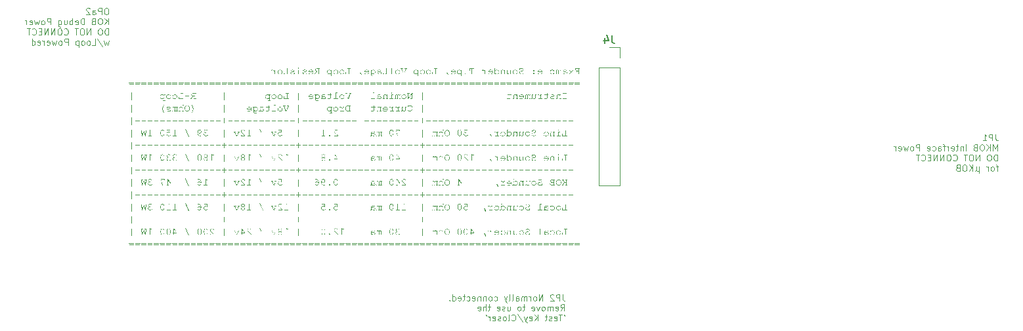
<source format=gbr>
%TF.GenerationSoftware,KiCad,Pcbnew,7.0.2*%
%TF.CreationDate,2024-01-09T21:21:53-08:00*%
%TF.ProjectId,MK-KS-MkII,4d4b2d4b-532d-44d6-9b49-492e6b696361,1.0*%
%TF.SameCoordinates,Original*%
%TF.FileFunction,Legend,Bot*%
%TF.FilePolarity,Positive*%
%FSLAX46Y46*%
G04 Gerber Fmt 4.6, Leading zero omitted, Abs format (unit mm)*
G04 Created by KiCad (PCBNEW 7.0.2) date 2024-01-09 21:21:53*
%MOMM*%
%LPD*%
G01*
G04 APERTURE LIST*
%ADD10C,0.100000*%
%ADD11C,0.101600*%
%ADD12C,0.150000*%
%ADD13C,0.120000*%
G04 APERTURE END LIST*
D10*
G36*
X133483082Y-138489450D02*
G01*
X133483082Y-138801300D01*
X133061482Y-138801300D01*
X133061482Y-138637950D01*
X133060605Y-138628040D01*
X133057306Y-138619156D01*
X133054057Y-138615211D01*
X133045859Y-138610215D01*
X133036368Y-138608311D01*
X133034103Y-138608250D01*
X133024275Y-138609582D01*
X133015815Y-138613967D01*
X133014380Y-138615211D01*
X133008884Y-138623559D01*
X133006910Y-138633173D01*
X133006723Y-138637950D01*
X133006723Y-138860700D01*
X133611627Y-138860700D01*
X133621728Y-138860039D01*
X133630928Y-138857755D01*
X133639156Y-138852860D01*
X133639703Y-138852346D01*
X133645111Y-138844682D01*
X133647762Y-138835638D01*
X133648056Y-138831000D01*
X133646881Y-138821657D01*
X133642958Y-138813229D01*
X133639703Y-138809421D01*
X133631730Y-138804472D01*
X133622744Y-138802093D01*
X133612835Y-138801308D01*
X133611627Y-138801300D01*
X133537841Y-138801300D01*
X133537841Y-138162751D01*
X133611627Y-138162751D01*
X133621728Y-138162109D01*
X133630928Y-138159888D01*
X133639156Y-138155130D01*
X133639703Y-138154630D01*
X133645413Y-138146503D01*
X133647852Y-138137126D01*
X133648056Y-138133051D01*
X133646881Y-138123708D01*
X133642958Y-138115281D01*
X133639703Y-138111472D01*
X133631730Y-138106524D01*
X133622744Y-138104144D01*
X133612835Y-138103359D01*
X133611627Y-138103351D01*
X133035495Y-138103351D01*
X133035495Y-138296401D01*
X133036400Y-138306338D01*
X133039802Y-138315326D01*
X133043152Y-138319372D01*
X133051183Y-138324202D01*
X133060611Y-138326042D01*
X133062874Y-138326101D01*
X133072100Y-138324990D01*
X133080842Y-138320949D01*
X133082829Y-138319372D01*
X133087905Y-138311549D01*
X133089993Y-138302086D01*
X133090254Y-138296401D01*
X133090254Y-138162751D01*
X133483082Y-138162751D01*
X133483082Y-138430051D01*
X133286552Y-138430051D01*
X133286552Y-138355801D01*
X133285647Y-138345890D01*
X133282245Y-138337006D01*
X133278895Y-138333062D01*
X133270479Y-138328065D01*
X133260785Y-138326162D01*
X133258476Y-138326101D01*
X133248921Y-138327433D01*
X133240458Y-138331818D01*
X133238986Y-138333062D01*
X133233593Y-138340726D01*
X133231374Y-138350123D01*
X133231097Y-138355801D01*
X133231097Y-138563700D01*
X133232029Y-138573638D01*
X133235534Y-138582625D01*
X133238986Y-138586671D01*
X133247082Y-138591501D01*
X133256294Y-138593341D01*
X133258476Y-138593400D01*
X133267891Y-138592290D01*
X133276850Y-138588248D01*
X133278895Y-138586671D01*
X133284129Y-138578848D01*
X133286283Y-138569386D01*
X133286552Y-138563700D01*
X133286552Y-138489450D01*
X133483082Y-138489450D01*
G37*
G36*
X132467716Y-138565556D02*
G01*
X132217587Y-138801300D01*
X132207602Y-138801422D01*
X132197342Y-138801938D01*
X132187642Y-138803396D01*
X132186262Y-138803852D01*
X132178435Y-138809296D01*
X132174893Y-138814061D01*
X132171091Y-138822655D01*
X132170020Y-138831000D01*
X132171437Y-138840679D01*
X132175688Y-138848980D01*
X132178605Y-138852346D01*
X132186534Y-138857437D01*
X132195684Y-138859884D01*
X132205895Y-138860691D01*
X132207145Y-138860700D01*
X132383489Y-138860700D01*
X132392857Y-138860177D01*
X132402528Y-138858057D01*
X132411142Y-138853358D01*
X132412260Y-138852346D01*
X132417669Y-138844682D01*
X132420320Y-138835638D01*
X132420613Y-138831000D01*
X132419439Y-138821657D01*
X132415515Y-138813229D01*
X132412260Y-138809421D01*
X132404190Y-138804472D01*
X132394972Y-138802093D01*
X132384739Y-138801308D01*
X132383489Y-138801300D01*
X132292765Y-138801300D01*
X132505537Y-138601057D01*
X132718077Y-138801300D01*
X132626657Y-138801300D01*
X132616574Y-138801942D01*
X132607438Y-138804163D01*
X132599346Y-138808921D01*
X132598813Y-138809421D01*
X132593254Y-138816900D01*
X132590530Y-138826141D01*
X132590228Y-138831000D01*
X132591645Y-138840679D01*
X132595895Y-138848980D01*
X132598813Y-138852346D01*
X132606677Y-138857437D01*
X132615672Y-138859884D01*
X132625667Y-138860691D01*
X132626889Y-138860700D01*
X132804856Y-138860700D01*
X132815069Y-138860039D01*
X132824351Y-138857755D01*
X132832617Y-138852860D01*
X132833164Y-138852346D01*
X132838572Y-138844682D01*
X132841223Y-138835638D01*
X132841517Y-138831000D01*
X132840142Y-138821597D01*
X132836645Y-138814061D01*
X132830367Y-138806656D01*
X132825507Y-138803852D01*
X132815555Y-138802020D01*
X132805668Y-138801459D01*
X132795949Y-138801302D01*
X132794415Y-138801300D01*
X132543358Y-138565556D01*
X132766339Y-138355801D01*
X132775770Y-138355667D01*
X132785482Y-138355105D01*
X132794714Y-138353514D01*
X132796039Y-138353016D01*
X132803662Y-138347263D01*
X132807177Y-138342575D01*
X132810979Y-138333981D01*
X132812049Y-138325637D01*
X132810671Y-138316146D01*
X132806103Y-138307466D01*
X132803696Y-138304754D01*
X132795626Y-138299664D01*
X132786408Y-138297217D01*
X132776175Y-138296409D01*
X132774924Y-138296401D01*
X132625497Y-138296401D01*
X132616056Y-138296923D01*
X132606417Y-138299044D01*
X132598020Y-138303742D01*
X132596957Y-138304754D01*
X132591405Y-138313040D01*
X132589034Y-138322484D01*
X132588836Y-138326565D01*
X132590176Y-138336056D01*
X132594617Y-138344735D01*
X132596957Y-138347448D01*
X132604777Y-138352538D01*
X132613936Y-138354985D01*
X132624232Y-138355793D01*
X132625497Y-138355801D01*
X132690697Y-138355801D01*
X132505537Y-138530056D01*
X132320144Y-138355801D01*
X132385345Y-138355801D01*
X132395464Y-138355140D01*
X132404727Y-138352856D01*
X132413091Y-138347961D01*
X132413653Y-138347448D01*
X132419361Y-138339818D01*
X132422160Y-138330504D01*
X132422470Y-138325637D01*
X132421091Y-138316146D01*
X132416523Y-138307466D01*
X132414117Y-138304754D01*
X132406046Y-138299664D01*
X132396828Y-138297217D01*
X132386595Y-138296409D01*
X132385345Y-138296401D01*
X132235917Y-138296401D01*
X132225722Y-138297062D01*
X132216505Y-138299346D01*
X132208374Y-138304240D01*
X132207841Y-138304754D01*
X132202283Y-138312383D01*
X132199558Y-138321698D01*
X132199256Y-138326565D01*
X132200798Y-138335742D01*
X132204129Y-138342575D01*
X132210406Y-138349950D01*
X132215266Y-138353016D01*
X132224912Y-138355015D01*
X132234322Y-138355627D01*
X132244966Y-138355801D01*
X132467716Y-138565556D01*
G37*
G36*
X131721728Y-138281663D02*
G01*
X131732535Y-138282253D01*
X131744215Y-138283349D01*
X131756768Y-138284951D01*
X131770193Y-138287058D01*
X131779629Y-138288744D01*
X131789452Y-138290654D01*
X131799663Y-138292790D01*
X131810262Y-138295150D01*
X131821249Y-138297735D01*
X131832624Y-138300545D01*
X131844387Y-138303579D01*
X131856538Y-138306839D01*
X131869076Y-138310323D01*
X131876924Y-138312499D01*
X131887886Y-138315658D01*
X131897877Y-138318690D01*
X131906898Y-138321596D01*
X131917415Y-138325274D01*
X131926207Y-138328728D01*
X131934770Y-138332728D01*
X131942862Y-138338398D01*
X131943649Y-138339259D01*
X131948116Y-138347510D01*
X131949359Y-138356729D01*
X131949243Y-138359742D01*
X131947010Y-138369316D01*
X131941934Y-138377380D01*
X131940966Y-138378363D01*
X131933013Y-138383716D01*
X131923836Y-138385501D01*
X131915873Y-138384213D01*
X131906651Y-138381716D01*
X131897152Y-138378772D01*
X131882909Y-138374192D01*
X131869069Y-138369907D01*
X131855631Y-138365918D01*
X131842596Y-138362225D01*
X131829963Y-138358827D01*
X131817732Y-138355725D01*
X131805904Y-138352918D01*
X131794479Y-138350406D01*
X131783455Y-138348190D01*
X131772834Y-138346269D01*
X131762616Y-138344644D01*
X131752800Y-138343315D01*
X131743387Y-138342280D01*
X131730021Y-138341283D01*
X131717560Y-138340951D01*
X131707282Y-138341071D01*
X131697330Y-138341433D01*
X131687705Y-138342036D01*
X131678405Y-138342879D01*
X131665068Y-138344597D01*
X131652465Y-138346858D01*
X131640596Y-138349660D01*
X131629461Y-138353005D01*
X131619061Y-138356893D01*
X131609394Y-138361323D01*
X131600462Y-138366296D01*
X131592264Y-138371811D01*
X131589694Y-138373736D01*
X131582475Y-138379638D01*
X131573991Y-138387806D01*
X131566813Y-138396315D01*
X131560940Y-138405165D01*
X131556372Y-138414356D01*
X131553109Y-138423887D01*
X131551151Y-138433759D01*
X131550498Y-138443972D01*
X131550498Y-138526111D01*
X131560095Y-138524035D01*
X131569570Y-138522068D01*
X131578923Y-138520211D01*
X131588153Y-138518465D01*
X131600269Y-138516308D01*
X131612168Y-138514347D01*
X131623849Y-138512581D01*
X131635313Y-138511011D01*
X131646559Y-138509637D01*
X131657537Y-138508386D01*
X131668312Y-138507302D01*
X131678884Y-138506385D01*
X131689253Y-138505635D01*
X131699419Y-138505051D01*
X131709381Y-138504634D01*
X131719141Y-138504384D01*
X131728698Y-138504300D01*
X131745982Y-138504533D01*
X131762741Y-138505232D01*
X131778974Y-138506397D01*
X131794682Y-138508027D01*
X131809863Y-138510124D01*
X131824519Y-138512686D01*
X131838650Y-138515714D01*
X131852254Y-138519208D01*
X131865333Y-138523168D01*
X131877886Y-138527594D01*
X131889914Y-138532486D01*
X131901416Y-138537843D01*
X131912392Y-138543667D01*
X131922842Y-138549956D01*
X131932767Y-138556711D01*
X131942166Y-138563932D01*
X131951017Y-138571436D01*
X131959297Y-138579098D01*
X131967005Y-138586917D01*
X131974143Y-138594894D01*
X131980710Y-138603028D01*
X131986705Y-138611321D01*
X131992130Y-138619771D01*
X131996983Y-138628379D01*
X132001266Y-138637144D01*
X132004978Y-138646067D01*
X132008118Y-138655148D01*
X132010688Y-138664387D01*
X132012686Y-138673783D01*
X132014114Y-138683337D01*
X132014970Y-138693049D01*
X132015256Y-138702919D01*
X132015039Y-138711909D01*
X132013902Y-138725065D01*
X132011790Y-138737825D01*
X132008703Y-138750189D01*
X132004641Y-138762158D01*
X131999605Y-138773731D01*
X131993594Y-138784909D01*
X131986608Y-138795691D01*
X131978647Y-138806077D01*
X131969711Y-138816068D01*
X131959800Y-138825663D01*
X131952700Y-138831704D01*
X131945262Y-138837355D01*
X131937487Y-138842617D01*
X131929375Y-138847488D01*
X131920926Y-138851970D01*
X131912140Y-138856063D01*
X131903016Y-138859765D01*
X131893556Y-138863078D01*
X131883758Y-138866001D01*
X131873623Y-138868534D01*
X131863151Y-138870678D01*
X131852341Y-138872432D01*
X131841195Y-138873796D01*
X131829711Y-138874770D01*
X131817890Y-138875355D01*
X131805732Y-138875549D01*
X131788828Y-138875145D01*
X131772051Y-138873933D01*
X131755401Y-138871911D01*
X131738878Y-138869082D01*
X131722482Y-138865443D01*
X131706213Y-138860997D01*
X131690070Y-138855742D01*
X131674055Y-138849678D01*
X131658166Y-138842806D01*
X131642404Y-138835125D01*
X131626769Y-138826636D01*
X131611261Y-138817339D01*
X131595880Y-138807233D01*
X131588237Y-138801877D01*
X131580626Y-138796318D01*
X131573047Y-138790558D01*
X131565499Y-138784595D01*
X131557983Y-138778431D01*
X131550498Y-138772064D01*
X131550498Y-138860700D01*
X131421953Y-138860700D01*
X131420703Y-138860691D01*
X131410492Y-138859884D01*
X131401342Y-138857437D01*
X131393414Y-138852346D01*
X131390496Y-138848980D01*
X131386245Y-138840679D01*
X131384828Y-138831000D01*
X131385130Y-138826141D01*
X131387855Y-138816900D01*
X131393414Y-138809421D01*
X131394504Y-138808437D01*
X131402988Y-138803869D01*
X131412600Y-138801807D01*
X131421953Y-138801300D01*
X131495043Y-138801300D01*
X131495043Y-138701294D01*
X131550498Y-138701294D01*
X131558576Y-138708651D01*
X131566624Y-138715756D01*
X131574644Y-138722610D01*
X131582635Y-138729211D01*
X131590596Y-138735560D01*
X131598529Y-138741657D01*
X131606432Y-138747502D01*
X131614307Y-138753095D01*
X131622152Y-138758436D01*
X131629969Y-138763526D01*
X131641639Y-138770687D01*
X131653244Y-138777282D01*
X131664784Y-138783309D01*
X131676259Y-138788770D01*
X131683926Y-138792085D01*
X131695573Y-138796658D01*
X131707395Y-138800749D01*
X131719392Y-138804358D01*
X131731565Y-138807487D01*
X131743913Y-138810134D01*
X131756436Y-138812299D01*
X131769135Y-138813984D01*
X131782010Y-138815187D01*
X131795059Y-138815909D01*
X131808284Y-138816150D01*
X131817456Y-138816022D01*
X131830693Y-138815351D01*
X131843307Y-138814105D01*
X131855296Y-138812284D01*
X131866661Y-138809887D01*
X131877402Y-138806916D01*
X131887519Y-138803370D01*
X131897012Y-138799248D01*
X131905881Y-138794552D01*
X131914126Y-138789280D01*
X131921747Y-138783433D01*
X131930829Y-138774961D01*
X131938700Y-138766016D01*
X131945360Y-138756601D01*
X131950809Y-138746714D01*
X131955047Y-138736356D01*
X131958075Y-138725527D01*
X131959891Y-138714226D01*
X131960497Y-138702455D01*
X131960298Y-138696044D01*
X131959256Y-138686642D01*
X131957321Y-138677497D01*
X131954492Y-138668609D01*
X131950770Y-138659978D01*
X131946155Y-138651603D01*
X131940647Y-138643486D01*
X131934246Y-138635626D01*
X131926951Y-138628023D01*
X131918763Y-138620676D01*
X131909682Y-138613587D01*
X131901067Y-138607546D01*
X131892044Y-138601895D01*
X131882613Y-138596633D01*
X131872774Y-138591761D01*
X131862528Y-138587279D01*
X131851874Y-138583187D01*
X131840811Y-138579485D01*
X131829341Y-138576172D01*
X131817463Y-138573249D01*
X131805177Y-138570716D01*
X131792484Y-138568572D01*
X131779382Y-138566818D01*
X131765873Y-138565454D01*
X131751955Y-138564480D01*
X131737630Y-138563895D01*
X131722897Y-138563700D01*
X131711024Y-138563780D01*
X131699303Y-138564019D01*
X131687734Y-138564418D01*
X131676317Y-138564976D01*
X131665053Y-138565694D01*
X131653941Y-138566572D01*
X131642981Y-138567608D01*
X131632173Y-138568805D01*
X131621456Y-138570168D01*
X131610884Y-138571705D01*
X131600457Y-138573416D01*
X131590176Y-138575302D01*
X131580039Y-138577361D01*
X131570047Y-138579594D01*
X131560200Y-138582002D01*
X131550498Y-138584583D01*
X131550498Y-138701294D01*
X131495043Y-138701294D01*
X131495043Y-138445365D01*
X131495555Y-138433604D01*
X131497090Y-138422075D01*
X131499650Y-138410780D01*
X131503233Y-138399716D01*
X131507840Y-138388885D01*
X131513470Y-138378287D01*
X131520125Y-138367921D01*
X131527803Y-138357787D01*
X131536505Y-138347886D01*
X131546230Y-138338218D01*
X131553283Y-138331902D01*
X131560712Y-138325804D01*
X131568499Y-138320101D01*
X131576643Y-138314790D01*
X131585143Y-138309873D01*
X131594001Y-138305349D01*
X131603216Y-138301219D01*
X131612789Y-138297482D01*
X131622718Y-138294139D01*
X131633004Y-138291188D01*
X131643648Y-138288631D01*
X131654648Y-138286468D01*
X131666006Y-138284698D01*
X131677721Y-138283321D01*
X131689793Y-138282338D01*
X131702222Y-138281748D01*
X131715008Y-138281551D01*
X131721728Y-138281663D01*
G37*
G36*
X131159527Y-138296401D02*
G01*
X131159527Y-138360209D01*
X131150795Y-138350684D01*
X131142059Y-138341774D01*
X131133320Y-138333478D01*
X131124577Y-138325796D01*
X131115830Y-138318729D01*
X131107080Y-138312277D01*
X131098327Y-138306439D01*
X131089569Y-138301215D01*
X131080808Y-138296607D01*
X131072044Y-138292612D01*
X131063276Y-138289232D01*
X131050116Y-138285315D01*
X131036949Y-138282780D01*
X131023774Y-138281628D01*
X131019380Y-138281551D01*
X131008931Y-138281917D01*
X130998816Y-138283016D01*
X130989035Y-138284846D01*
X130979587Y-138287410D01*
X130970472Y-138290705D01*
X130961691Y-138294733D01*
X130953244Y-138299493D01*
X130945130Y-138304986D01*
X130937288Y-138311164D01*
X130929773Y-138318096D01*
X130922583Y-138325782D01*
X130915720Y-138334222D01*
X130909184Y-138343416D01*
X130902973Y-138353364D01*
X130897089Y-138364067D01*
X130892890Y-138372588D01*
X130891531Y-138375523D01*
X130884651Y-138366860D01*
X130877759Y-138358621D01*
X130870854Y-138350807D01*
X130863938Y-138343416D01*
X130857009Y-138336450D01*
X130850067Y-138329908D01*
X130840793Y-138321844D01*
X130831498Y-138314535D01*
X130822180Y-138307981D01*
X130817513Y-138304986D01*
X130808112Y-138299493D01*
X130798704Y-138294733D01*
X130789289Y-138290705D01*
X130779866Y-138287410D01*
X130770436Y-138284846D01*
X130760999Y-138283016D01*
X130751555Y-138281917D01*
X130742103Y-138281551D01*
X130731178Y-138281883D01*
X130720677Y-138282881D01*
X130710600Y-138284543D01*
X130700947Y-138286869D01*
X130691718Y-138289861D01*
X130682914Y-138293518D01*
X130674533Y-138297839D01*
X130666577Y-138302825D01*
X130659045Y-138308476D01*
X130651938Y-138314792D01*
X130647435Y-138319372D01*
X130639142Y-138328546D01*
X130631664Y-138337884D01*
X130625002Y-138347384D01*
X130619156Y-138357048D01*
X130614126Y-138366875D01*
X130609911Y-138376865D01*
X130606512Y-138387018D01*
X130603929Y-138397334D01*
X130602162Y-138407814D01*
X130601210Y-138418456D01*
X130601029Y-138425642D01*
X130601029Y-138801300D01*
X130554623Y-138801300D01*
X130544540Y-138801942D01*
X130535404Y-138804163D01*
X130527312Y-138808921D01*
X130526779Y-138809421D01*
X130521220Y-138816900D01*
X130518496Y-138826141D01*
X130518194Y-138831000D01*
X130519611Y-138840679D01*
X130523861Y-138848980D01*
X130526779Y-138852346D01*
X130534610Y-138857437D01*
X130544540Y-138860039D01*
X130554623Y-138860700D01*
X130655788Y-138860700D01*
X130655788Y-138435851D01*
X130656187Y-138425805D01*
X130657383Y-138416201D01*
X130659377Y-138407040D01*
X130662991Y-138396210D01*
X130667852Y-138386071D01*
X130673958Y-138376623D01*
X130681311Y-138367866D01*
X130689413Y-138360112D01*
X130697911Y-138353673D01*
X130706806Y-138348547D01*
X130716098Y-138344736D01*
X130725786Y-138342239D01*
X130735870Y-138341056D01*
X130740015Y-138340951D01*
X130749454Y-138341495D01*
X130759062Y-138343126D01*
X130768841Y-138345845D01*
X130778790Y-138349652D01*
X130788908Y-138354546D01*
X130797125Y-138359245D01*
X130803359Y-138363226D01*
X130811800Y-138369403D01*
X130820530Y-138376915D01*
X130827268Y-138383425D01*
X130834169Y-138390685D01*
X130841233Y-138398696D01*
X130848460Y-138407457D01*
X130855851Y-138416968D01*
X130863405Y-138427230D01*
X130871121Y-138438242D01*
X130876357Y-138446001D01*
X130879001Y-138450005D01*
X130879001Y-138801300D01*
X130833291Y-138801300D01*
X130823209Y-138801942D01*
X130814073Y-138804163D01*
X130805981Y-138808921D01*
X130805448Y-138809421D01*
X130799889Y-138816900D01*
X130797164Y-138826141D01*
X130796863Y-138831000D01*
X130798279Y-138840679D01*
X130802530Y-138848980D01*
X130805448Y-138852346D01*
X130813279Y-138857437D01*
X130823209Y-138860039D01*
X130833291Y-138860700D01*
X130934457Y-138860700D01*
X130934457Y-138439564D01*
X130934859Y-138429068D01*
X130936067Y-138419044D01*
X130938079Y-138409490D01*
X130940896Y-138400409D01*
X130944517Y-138391798D01*
X130950177Y-138381698D01*
X130955609Y-138374148D01*
X130960212Y-138368794D01*
X130968414Y-138360773D01*
X130976921Y-138354111D01*
X130985734Y-138348809D01*
X130994854Y-138344866D01*
X131004279Y-138342283D01*
X131014010Y-138341059D01*
X131017988Y-138340951D01*
X131029006Y-138341603D01*
X131039958Y-138343561D01*
X131049036Y-138346190D01*
X131058068Y-138349724D01*
X131067054Y-138354166D01*
X131075996Y-138359513D01*
X131086031Y-138366663D01*
X131093633Y-138372805D01*
X131101301Y-138379616D01*
X131109035Y-138387097D01*
X131116833Y-138395246D01*
X131124697Y-138404064D01*
X131132626Y-138413551D01*
X131140620Y-138423707D01*
X131148679Y-138434532D01*
X131154088Y-138442120D01*
X131159527Y-138450005D01*
X131159527Y-138801300D01*
X131113352Y-138801300D01*
X131103158Y-138801942D01*
X131093940Y-138804163D01*
X131085810Y-138808921D01*
X131085277Y-138809421D01*
X131079718Y-138816900D01*
X131076993Y-138826141D01*
X131076692Y-138831000D01*
X131078108Y-138840679D01*
X131082359Y-138848980D01*
X131085277Y-138852346D01*
X131093140Y-138857437D01*
X131102136Y-138859884D01*
X131112131Y-138860691D01*
X131113352Y-138860700D01*
X131260692Y-138860700D01*
X131270905Y-138860039D01*
X131280186Y-138857755D01*
X131288452Y-138852860D01*
X131289000Y-138852346D01*
X131294408Y-138844682D01*
X131297059Y-138835638D01*
X131297353Y-138831000D01*
X131296178Y-138821657D01*
X131292254Y-138813229D01*
X131289000Y-138809421D01*
X131280995Y-138804472D01*
X131271931Y-138802093D01*
X131261914Y-138801308D01*
X131260692Y-138801300D01*
X131214518Y-138801300D01*
X131214518Y-138355801D01*
X131260692Y-138355801D01*
X131270905Y-138355158D01*
X131280186Y-138352938D01*
X131288452Y-138348179D01*
X131289000Y-138347680D01*
X131294408Y-138340089D01*
X131297059Y-138330889D01*
X131297353Y-138326101D01*
X131295974Y-138316459D01*
X131291406Y-138307704D01*
X131289000Y-138304986D01*
X131280995Y-138299754D01*
X131271931Y-138297239D01*
X131261914Y-138296409D01*
X131260692Y-138296401D01*
X131159527Y-138296401D01*
G37*
G36*
X130090279Y-138281672D02*
G01*
X130104179Y-138282310D01*
X130117723Y-138283494D01*
X130130913Y-138285225D01*
X130143748Y-138287502D01*
X130156228Y-138290326D01*
X130168353Y-138293696D01*
X130180123Y-138297613D01*
X130191539Y-138302077D01*
X130202600Y-138307086D01*
X130213305Y-138312643D01*
X130223771Y-138318698D01*
X130234109Y-138325292D01*
X130244322Y-138332424D01*
X130254407Y-138340095D01*
X130264367Y-138348304D01*
X130274200Y-138357051D01*
X130283906Y-138366337D01*
X130293486Y-138376161D01*
X130299803Y-138383010D01*
X130306063Y-138390098D01*
X130312267Y-138397425D01*
X130318415Y-138404991D01*
X130318415Y-138296401D01*
X130446960Y-138296401D01*
X130448168Y-138296409D01*
X130458077Y-138297239D01*
X130467064Y-138299754D01*
X130475036Y-138304986D01*
X130477442Y-138307704D01*
X130482011Y-138316459D01*
X130483389Y-138326101D01*
X130483095Y-138330889D01*
X130480444Y-138340089D01*
X130475036Y-138347680D01*
X130474489Y-138348179D01*
X130466261Y-138352938D01*
X130457061Y-138355158D01*
X130446960Y-138355801D01*
X130373175Y-138355801D01*
X130373175Y-139053749D01*
X130446960Y-139053749D01*
X130448168Y-139053757D01*
X130458077Y-139054542D01*
X130467064Y-139056921D01*
X130475036Y-139061870D01*
X130478291Y-139065678D01*
X130482214Y-139074106D01*
X130483389Y-139083449D01*
X130483185Y-139087524D01*
X130480746Y-139096900D01*
X130475036Y-139105028D01*
X130474489Y-139105527D01*
X130466261Y-139110286D01*
X130457061Y-139112507D01*
X130446960Y-139113149D01*
X130185230Y-139113149D01*
X130175147Y-139112470D01*
X130165217Y-139109795D01*
X130157386Y-139104564D01*
X130154913Y-139101846D01*
X130150218Y-139093090D01*
X130148801Y-139083449D01*
X130149103Y-139078590D01*
X130151827Y-139069349D01*
X130157386Y-139061870D01*
X130157919Y-139061370D01*
X130166011Y-139056612D01*
X130175147Y-139054391D01*
X130185230Y-139053749D01*
X130318415Y-139053749D01*
X130318415Y-138737259D01*
X130312647Y-138744854D01*
X130306771Y-138752207D01*
X130294694Y-138766190D01*
X130282183Y-138779210D01*
X130269239Y-138791264D01*
X130255862Y-138802355D01*
X130242052Y-138812481D01*
X130227808Y-138821642D01*
X130213131Y-138829839D01*
X130198021Y-138837072D01*
X130182478Y-138843341D01*
X130166501Y-138848645D01*
X130150091Y-138852984D01*
X130133248Y-138856360D01*
X130115972Y-138858771D01*
X130098263Y-138860217D01*
X130080120Y-138860700D01*
X130064870Y-138860368D01*
X130049923Y-138859373D01*
X130035279Y-138857714D01*
X130020937Y-138855392D01*
X130006899Y-138852406D01*
X129993163Y-138848757D01*
X129979729Y-138844445D01*
X129966599Y-138839469D01*
X129953771Y-138833829D01*
X129941246Y-138827526D01*
X129929023Y-138820560D01*
X129917104Y-138812930D01*
X129905487Y-138804637D01*
X129894173Y-138795680D01*
X129883161Y-138786060D01*
X129872452Y-138775776D01*
X129862197Y-138764997D01*
X129852603Y-138753947D01*
X129843670Y-138742628D01*
X129835400Y-138731038D01*
X129827791Y-138719178D01*
X129820844Y-138707048D01*
X129814558Y-138694648D01*
X129808934Y-138681978D01*
X129803971Y-138669038D01*
X129799671Y-138655827D01*
X129796032Y-138642347D01*
X129793054Y-138628596D01*
X129790738Y-138614576D01*
X129789084Y-138600285D01*
X129788092Y-138585724D01*
X129787761Y-138570893D01*
X129843216Y-138570893D01*
X129843486Y-138582678D01*
X129844297Y-138594248D01*
X129845647Y-138605605D01*
X129847538Y-138616748D01*
X129849969Y-138627677D01*
X129852940Y-138638392D01*
X129856451Y-138648894D01*
X129860503Y-138659181D01*
X129865094Y-138669254D01*
X129870226Y-138679114D01*
X129875898Y-138688759D01*
X129882111Y-138698191D01*
X129888863Y-138707409D01*
X129896156Y-138716413D01*
X129903988Y-138725203D01*
X129912362Y-138733779D01*
X129921120Y-138741955D01*
X129930108Y-138749604D01*
X129939327Y-138756725D01*
X129948776Y-138763319D01*
X129958455Y-138769385D01*
X129968364Y-138774924D01*
X129978504Y-138779936D01*
X129988874Y-138784419D01*
X129999474Y-138788376D01*
X130010304Y-138791805D01*
X130021364Y-138794706D01*
X130032655Y-138797080D01*
X130044176Y-138798926D01*
X130055927Y-138800245D01*
X130067908Y-138801036D01*
X130080120Y-138801300D01*
X130092500Y-138801035D01*
X130104639Y-138800241D01*
X130116537Y-138798918D01*
X130128194Y-138797065D01*
X130139609Y-138794683D01*
X130150784Y-138791772D01*
X130161718Y-138788331D01*
X130172410Y-138784361D01*
X130182861Y-138779862D01*
X130193072Y-138774834D01*
X130203041Y-138769276D01*
X130212769Y-138763189D01*
X130222256Y-138756572D01*
X130231502Y-138749426D01*
X130240506Y-138741751D01*
X130249270Y-138733547D01*
X130257643Y-138724944D01*
X130265476Y-138716133D01*
X130272769Y-138707114D01*
X130279521Y-138697886D01*
X130285733Y-138688450D01*
X130291405Y-138678806D01*
X130296537Y-138668952D01*
X130301129Y-138658891D01*
X130305180Y-138648621D01*
X130308692Y-138638142D01*
X130311663Y-138627455D01*
X130314094Y-138616560D01*
X130315984Y-138605456D01*
X130317335Y-138594143D01*
X130318145Y-138582622D01*
X130318415Y-138570893D01*
X130318145Y-138559221D01*
X130317335Y-138547755D01*
X130315984Y-138536496D01*
X130314094Y-138525444D01*
X130311663Y-138514599D01*
X130308692Y-138503960D01*
X130305180Y-138493527D01*
X130301129Y-138483302D01*
X130296537Y-138473283D01*
X130291405Y-138463470D01*
X130285733Y-138453864D01*
X130279521Y-138444465D01*
X130272769Y-138435273D01*
X130265476Y-138426287D01*
X130257643Y-138417508D01*
X130249270Y-138408936D01*
X130240506Y-138400703D01*
X130231502Y-138393002D01*
X130222256Y-138385831D01*
X130212769Y-138379192D01*
X130203041Y-138373084D01*
X130193072Y-138367507D01*
X130182861Y-138362462D01*
X130172410Y-138357947D01*
X130161718Y-138353963D01*
X130150784Y-138350511D01*
X130139609Y-138347590D01*
X130128194Y-138345200D01*
X130116537Y-138343341D01*
X130104639Y-138342013D01*
X130092500Y-138341216D01*
X130080120Y-138340951D01*
X130067853Y-138341215D01*
X130055822Y-138342009D01*
X130044026Y-138343333D01*
X130032466Y-138345185D01*
X130021142Y-138347567D01*
X130010054Y-138350478D01*
X129999201Y-138353919D01*
X129988584Y-138357889D01*
X129978202Y-138362388D01*
X129968056Y-138367417D01*
X129958146Y-138372975D01*
X129948471Y-138379062D01*
X129939032Y-138385678D01*
X129929829Y-138392824D01*
X129920861Y-138400499D01*
X129912130Y-138408704D01*
X129903785Y-138417250D01*
X129895978Y-138426008D01*
X129888710Y-138434978D01*
X129881980Y-138444161D01*
X129875789Y-138453555D01*
X129870136Y-138463162D01*
X129865021Y-138472981D01*
X129860445Y-138483012D01*
X129856407Y-138493254D01*
X129852907Y-138503709D01*
X129849946Y-138514376D01*
X129847523Y-138525256D01*
X129845639Y-138536347D01*
X129844293Y-138547650D01*
X129843486Y-138559166D01*
X129843216Y-138570893D01*
X129787761Y-138570893D01*
X129787908Y-138561466D01*
X129788348Y-138552095D01*
X129789083Y-138542780D01*
X129790110Y-138533522D01*
X129791432Y-138524319D01*
X129793047Y-138515173D01*
X129794956Y-138506083D01*
X129797158Y-138497049D01*
X129799654Y-138488072D01*
X129802444Y-138479150D01*
X129805528Y-138470285D01*
X129808905Y-138461476D01*
X129812576Y-138452723D01*
X129816540Y-138444027D01*
X129820798Y-138435386D01*
X129825350Y-138426802D01*
X129830169Y-138418364D01*
X129835229Y-138410161D01*
X129840531Y-138402194D01*
X129846073Y-138394463D01*
X129851857Y-138386967D01*
X129857881Y-138379707D01*
X129864147Y-138372683D01*
X129870654Y-138365894D01*
X129877402Y-138359341D01*
X129884391Y-138353024D01*
X129891621Y-138346942D01*
X129899092Y-138341096D01*
X129906805Y-138335485D01*
X129914758Y-138330111D01*
X129922952Y-138324971D01*
X129931388Y-138320068D01*
X129939993Y-138315404D01*
X129948696Y-138311041D01*
X129957497Y-138306978D01*
X129966396Y-138303217D01*
X129975392Y-138299756D01*
X129984487Y-138296597D01*
X129993679Y-138293738D01*
X130002970Y-138291180D01*
X130012358Y-138288923D01*
X130021844Y-138286967D01*
X130031428Y-138285312D01*
X130041110Y-138283958D01*
X130050889Y-138282905D01*
X130060767Y-138282153D01*
X130070742Y-138281701D01*
X130080816Y-138281551D01*
X130090279Y-138281672D01*
G37*
G36*
X129285879Y-138043951D02*
G01*
X129285879Y-138801300D01*
X129070554Y-138801300D01*
X129061200Y-138801807D01*
X129051588Y-138803869D01*
X129043105Y-138808437D01*
X129042014Y-138809421D01*
X129036456Y-138816900D01*
X129033731Y-138826141D01*
X129033429Y-138831000D01*
X129034846Y-138840679D01*
X129039097Y-138848980D01*
X129042014Y-138852346D01*
X129049943Y-138857437D01*
X129059093Y-138859884D01*
X129069304Y-138860691D01*
X129070554Y-138860700D01*
X129556194Y-138860700D01*
X129566295Y-138860039D01*
X129575495Y-138857755D01*
X129583723Y-138852860D01*
X129584270Y-138852346D01*
X129589678Y-138844682D01*
X129592330Y-138835638D01*
X129592623Y-138831000D01*
X129591449Y-138821657D01*
X129587525Y-138813229D01*
X129584270Y-138809421D01*
X129576298Y-138804472D01*
X129567311Y-138802093D01*
X129557402Y-138801308D01*
X129556194Y-138801300D01*
X129340638Y-138801300D01*
X129340638Y-138103351D01*
X129498651Y-138103351D01*
X129508770Y-138102691D01*
X129518033Y-138100406D01*
X129526397Y-138095512D01*
X129526959Y-138094998D01*
X129532667Y-138087369D01*
X129535466Y-138078054D01*
X129535776Y-138073187D01*
X129534397Y-138063696D01*
X129529829Y-138055017D01*
X129527423Y-138052305D01*
X129519352Y-138047214D01*
X129510134Y-138044767D01*
X129499901Y-138043960D01*
X129498651Y-138043951D01*
X129285879Y-138043951D01*
G37*
G36*
X128541678Y-138281878D02*
G01*
X128557512Y-138282860D01*
X128573017Y-138284496D01*
X128588191Y-138286786D01*
X128603036Y-138289731D01*
X128617550Y-138293330D01*
X128631735Y-138297584D01*
X128645590Y-138302492D01*
X128659115Y-138308054D01*
X128672310Y-138314271D01*
X128685175Y-138321142D01*
X128697710Y-138328668D01*
X128709915Y-138336848D01*
X128721790Y-138345682D01*
X128733336Y-138355171D01*
X128744551Y-138365314D01*
X128755256Y-138375914D01*
X128765271Y-138386773D01*
X128774594Y-138397892D01*
X128783228Y-138409269D01*
X128791170Y-138420906D01*
X128798422Y-138432802D01*
X128804983Y-138444958D01*
X128810854Y-138457372D01*
X128816034Y-138470046D01*
X128820523Y-138482979D01*
X128824322Y-138496171D01*
X128827429Y-138509623D01*
X128829847Y-138523333D01*
X128831573Y-138537303D01*
X128832609Y-138551532D01*
X128832955Y-138566021D01*
X128832587Y-138581940D01*
X128831483Y-138597562D01*
X128829643Y-138612887D01*
X128827067Y-138627915D01*
X128823755Y-138642645D01*
X128819707Y-138657078D01*
X128814923Y-138671214D01*
X128809404Y-138685052D01*
X128803148Y-138698593D01*
X128796156Y-138711837D01*
X128788428Y-138724784D01*
X128779965Y-138737433D01*
X128770765Y-138749785D01*
X128760829Y-138761840D01*
X128750158Y-138773597D01*
X128738750Y-138785057D01*
X128726764Y-138796016D01*
X128714416Y-138806267D01*
X128701705Y-138815811D01*
X128688632Y-138824648D01*
X128675196Y-138832778D01*
X128661397Y-138840201D01*
X128647236Y-138846917D01*
X128632712Y-138852926D01*
X128617826Y-138858229D01*
X128602577Y-138862824D01*
X128586966Y-138866712D01*
X128570992Y-138869894D01*
X128554656Y-138872368D01*
X128537957Y-138874136D01*
X128520895Y-138875196D01*
X128503471Y-138875549D01*
X128492960Y-138875443D01*
X128482483Y-138875122D01*
X128472041Y-138874587D01*
X128461633Y-138873838D01*
X128451260Y-138872876D01*
X128440921Y-138871699D01*
X128430616Y-138870309D01*
X128420346Y-138868705D01*
X128410110Y-138866886D01*
X128399909Y-138864854D01*
X128389743Y-138862608D01*
X128379610Y-138860148D01*
X128369512Y-138857475D01*
X128359449Y-138854587D01*
X128349420Y-138851485D01*
X128339425Y-138848170D01*
X128334470Y-138846455D01*
X128324844Y-138842999D01*
X128315599Y-138839512D01*
X128306735Y-138835991D01*
X128294152Y-138830650D01*
X128282426Y-138825235D01*
X128271556Y-138819746D01*
X128261543Y-138814184D01*
X128252387Y-138808549D01*
X128244087Y-138802840D01*
X128236643Y-138797058D01*
X128228051Y-138789234D01*
X128225043Y-138786032D01*
X128219608Y-138777602D01*
X128217609Y-138768351D01*
X128217640Y-138767028D01*
X128219836Y-138757797D01*
X128225498Y-138749789D01*
X128225994Y-138749303D01*
X128233967Y-138743872D01*
X128243597Y-138741900D01*
X128247802Y-138742311D01*
X128257077Y-138745597D01*
X128265176Y-138750485D01*
X128270580Y-138754152D01*
X128279051Y-138759483D01*
X128287958Y-138764610D01*
X128297302Y-138769533D01*
X128307082Y-138774252D01*
X128317298Y-138778767D01*
X128327951Y-138783078D01*
X128339040Y-138787185D01*
X128350566Y-138791088D01*
X128362528Y-138794788D01*
X128374926Y-138798283D01*
X128383286Y-138800447D01*
X128395745Y-138803430D01*
X128408106Y-138806100D01*
X128420370Y-138808455D01*
X128432535Y-138810497D01*
X128444602Y-138812224D01*
X128456572Y-138813637D01*
X128468444Y-138814736D01*
X128480217Y-138815521D01*
X128491893Y-138815993D01*
X128503471Y-138816150D01*
X128517109Y-138815910D01*
X128530470Y-138815192D01*
X128543553Y-138813996D01*
X128556360Y-138812321D01*
X128568888Y-138810168D01*
X128581140Y-138807535D01*
X128593114Y-138804425D01*
X128604811Y-138800836D01*
X128616230Y-138796768D01*
X128627372Y-138792221D01*
X128638237Y-138787197D01*
X128648824Y-138781693D01*
X128659134Y-138775711D01*
X128669166Y-138769250D01*
X128678922Y-138762311D01*
X128688400Y-138754893D01*
X128697503Y-138747084D01*
X128706135Y-138738970D01*
X128714296Y-138730552D01*
X128721986Y-138721829D01*
X128729204Y-138712802D01*
X128735951Y-138703470D01*
X128742227Y-138693833D01*
X128748031Y-138683892D01*
X128753365Y-138673646D01*
X128758226Y-138663096D01*
X128762617Y-138652242D01*
X128766536Y-138641082D01*
X128769984Y-138629619D01*
X128772960Y-138617850D01*
X128775465Y-138605778D01*
X128777499Y-138593400D01*
X128218769Y-138593400D01*
X128218968Y-138576343D01*
X128219853Y-138559687D01*
X128221426Y-138543431D01*
X128222770Y-138534000D01*
X128274225Y-138534000D01*
X128776803Y-138534000D01*
X128774482Y-138523257D01*
X128771753Y-138512780D01*
X128768616Y-138502570D01*
X128765071Y-138492626D01*
X128761119Y-138482949D01*
X128756758Y-138473538D01*
X128751990Y-138464394D01*
X128746813Y-138455516D01*
X128741229Y-138446904D01*
X128735237Y-138438560D01*
X128728837Y-138430481D01*
X128722030Y-138422669D01*
X128714814Y-138415124D01*
X128707190Y-138407844D01*
X128699159Y-138400832D01*
X128690720Y-138394086D01*
X128681972Y-138387651D01*
X128673013Y-138381632D01*
X128663844Y-138376028D01*
X128654465Y-138370839D01*
X128644876Y-138366065D01*
X128635076Y-138361707D01*
X128625066Y-138357763D01*
X128614846Y-138354234D01*
X128604415Y-138351121D01*
X128593775Y-138348423D01*
X128582923Y-138346140D01*
X128571862Y-138344272D01*
X128560591Y-138342819D01*
X128549109Y-138341781D01*
X128537416Y-138341158D01*
X128525514Y-138340951D01*
X128513611Y-138341161D01*
X128501916Y-138341792D01*
X128490429Y-138342843D01*
X128479151Y-138344315D01*
X128468082Y-138346208D01*
X128457221Y-138348521D01*
X128446568Y-138351254D01*
X128436124Y-138354409D01*
X128425889Y-138357983D01*
X128415861Y-138361979D01*
X128406043Y-138366394D01*
X128396432Y-138371231D01*
X128387031Y-138376488D01*
X128377837Y-138382165D01*
X128368853Y-138388263D01*
X128360076Y-138394782D01*
X128351583Y-138401607D01*
X128343508Y-138408682D01*
X128335849Y-138416007D01*
X128328607Y-138423583D01*
X128321782Y-138431408D01*
X128315374Y-138439484D01*
X128309383Y-138447810D01*
X128303809Y-138456386D01*
X128298651Y-138465212D01*
X128293911Y-138474289D01*
X128289588Y-138483615D01*
X128285681Y-138493192D01*
X128282192Y-138503019D01*
X128279119Y-138513096D01*
X128276463Y-138523423D01*
X128274225Y-138534000D01*
X128222770Y-138534000D01*
X128223686Y-138527576D01*
X128226632Y-138512121D01*
X128230266Y-138497068D01*
X128234586Y-138482414D01*
X128239594Y-138468162D01*
X128245289Y-138454310D01*
X128251671Y-138440858D01*
X128258739Y-138427807D01*
X128266495Y-138415157D01*
X128274938Y-138402907D01*
X128284068Y-138391058D01*
X128293885Y-138379610D01*
X128304389Y-138368562D01*
X128315422Y-138358026D01*
X128326827Y-138348169D01*
X128338603Y-138338992D01*
X128350751Y-138330495D01*
X128363271Y-138322677D01*
X128376162Y-138315540D01*
X128389425Y-138309082D01*
X128403060Y-138303304D01*
X128417066Y-138298205D01*
X128431444Y-138293787D01*
X128446193Y-138290048D01*
X128461314Y-138286989D01*
X128476807Y-138284610D01*
X128492671Y-138282910D01*
X128508907Y-138281891D01*
X128525514Y-138281551D01*
X128541678Y-138281878D01*
G37*
G36*
X127728721Y-138296401D02*
G01*
X127705053Y-138296401D01*
X127693924Y-138297041D01*
X127683305Y-138298961D01*
X127673196Y-138302162D01*
X127663596Y-138306643D01*
X127654506Y-138312404D01*
X127645926Y-138319445D01*
X127642637Y-138322620D01*
X127635084Y-138331052D01*
X127628811Y-138339959D01*
X127623818Y-138349342D01*
X127620105Y-138359201D01*
X127617672Y-138369536D01*
X127616520Y-138380347D01*
X127616418Y-138384805D01*
X127616831Y-138394285D01*
X127618510Y-138405555D01*
X127621481Y-138416179D01*
X127625743Y-138426157D01*
X127631297Y-138435489D01*
X127638142Y-138444175D01*
X127642869Y-138449077D01*
X127651362Y-138456430D01*
X127660308Y-138462537D01*
X127669707Y-138467397D01*
X127679559Y-138471011D01*
X127689864Y-138473379D01*
X127700623Y-138474501D01*
X127705053Y-138474600D01*
X127728721Y-138474600D01*
X127739855Y-138473960D01*
X127750492Y-138472040D01*
X127760629Y-138468839D01*
X127770269Y-138464358D01*
X127779409Y-138458597D01*
X127788052Y-138451556D01*
X127791369Y-138448381D01*
X127798855Y-138439949D01*
X127805073Y-138431042D01*
X127810022Y-138421659D01*
X127813702Y-138411800D01*
X127816113Y-138401465D01*
X127817255Y-138390654D01*
X127817356Y-138386197D01*
X127816943Y-138376716D01*
X127815264Y-138365447D01*
X127812293Y-138354823D01*
X127808031Y-138344845D01*
X127802477Y-138335513D01*
X127795632Y-138326826D01*
X127790905Y-138321924D01*
X127782412Y-138314571D01*
X127773466Y-138308465D01*
X127764067Y-138303604D01*
X127754215Y-138299990D01*
X127743910Y-138297622D01*
X127733151Y-138296501D01*
X127728721Y-138296401D01*
G37*
G36*
X127728721Y-138697350D02*
G01*
X127705053Y-138697350D01*
X127693924Y-138697984D01*
X127683305Y-138699888D01*
X127673196Y-138703060D01*
X127663596Y-138707501D01*
X127654506Y-138713211D01*
X127645926Y-138720190D01*
X127642637Y-138723337D01*
X127635084Y-138731725D01*
X127628811Y-138740644D01*
X127623818Y-138750097D01*
X127620105Y-138760082D01*
X127617672Y-138770599D01*
X127616520Y-138781649D01*
X127616418Y-138786218D01*
X127616831Y-138795539D01*
X127618510Y-138806650D01*
X127621481Y-138817160D01*
X127625743Y-138827070D01*
X127631297Y-138836380D01*
X127638142Y-138845089D01*
X127642869Y-138850026D01*
X127651362Y-138857379D01*
X127660308Y-138863486D01*
X127669707Y-138868346D01*
X127679559Y-138871960D01*
X127689864Y-138874328D01*
X127700623Y-138875450D01*
X127705053Y-138875549D01*
X127728721Y-138875549D01*
X127739855Y-138874915D01*
X127750492Y-138873012D01*
X127760629Y-138869839D01*
X127770269Y-138865398D01*
X127779409Y-138859688D01*
X127788052Y-138852709D01*
X127791369Y-138849562D01*
X127798855Y-138841175D01*
X127805073Y-138832255D01*
X127810022Y-138822803D01*
X127813702Y-138812818D01*
X127816113Y-138802300D01*
X127817255Y-138791251D01*
X127817356Y-138786682D01*
X127816943Y-138777364D01*
X127815264Y-138766268D01*
X127812293Y-138755784D01*
X127808031Y-138745911D01*
X127802477Y-138736650D01*
X127795632Y-138728001D01*
X127790905Y-138723105D01*
X127782412Y-138715686D01*
X127773466Y-138709523D01*
X127764067Y-138704619D01*
X127754215Y-138700972D01*
X127743910Y-138698582D01*
X127733151Y-138697450D01*
X127728721Y-138697350D01*
G37*
G36*
X125924914Y-138165768D02*
G01*
X125924914Y-138144885D01*
X125924450Y-138134545D01*
X125922818Y-138124819D01*
X125919229Y-138115674D01*
X125917489Y-138113097D01*
X125910502Y-138106787D01*
X125901264Y-138103589D01*
X125897534Y-138103351D01*
X125888196Y-138104845D01*
X125880025Y-138109794D01*
X125877580Y-138112400D01*
X125872914Y-138120645D01*
X125870670Y-138130008D01*
X125869930Y-138140372D01*
X125869923Y-138141636D01*
X125869923Y-138287816D01*
X125870401Y-138297314D01*
X125872345Y-138307189D01*
X125876652Y-138316108D01*
X125877580Y-138317284D01*
X125885054Y-138323311D01*
X125894482Y-138325963D01*
X125897534Y-138326101D01*
X125906931Y-138324591D01*
X125915322Y-138319622D01*
X125916793Y-138318212D01*
X125921715Y-138310005D01*
X125924145Y-138300548D01*
X125924914Y-138292224D01*
X125925961Y-138281924D01*
X125927886Y-138271820D01*
X125930687Y-138261912D01*
X125934366Y-138252199D01*
X125938921Y-138242682D01*
X125944353Y-138233361D01*
X125950662Y-138224236D01*
X125957848Y-138215306D01*
X125965911Y-138206572D01*
X125974850Y-138198034D01*
X125981297Y-138192451D01*
X125991550Y-138184490D01*
X126002381Y-138177311D01*
X126013792Y-138170916D01*
X126025782Y-138165303D01*
X126038351Y-138160474D01*
X126051499Y-138156428D01*
X126060587Y-138154166D01*
X126069931Y-138152252D01*
X126079533Y-138150686D01*
X126089393Y-138149467D01*
X126099510Y-138148597D01*
X126109884Y-138148075D01*
X126120516Y-138147901D01*
X126131711Y-138148069D01*
X126142617Y-138148572D01*
X126153232Y-138149410D01*
X126163557Y-138150584D01*
X126173593Y-138152093D01*
X126183338Y-138153938D01*
X126192793Y-138156117D01*
X126201959Y-138158633D01*
X126210834Y-138161483D01*
X126223603Y-138166388D01*
X126235719Y-138172047D01*
X126247183Y-138178461D01*
X126257994Y-138185629D01*
X126264839Y-138190827D01*
X126274376Y-138198969D01*
X126282975Y-138207384D01*
X126290636Y-138216072D01*
X126297359Y-138225033D01*
X126303144Y-138234268D01*
X126307991Y-138243776D01*
X126311900Y-138253557D01*
X126314870Y-138263612D01*
X126316903Y-138273940D01*
X126317997Y-138284541D01*
X126318206Y-138291760D01*
X126317684Y-138302797D01*
X126316118Y-138313459D01*
X126313507Y-138323745D01*
X126309853Y-138333656D01*
X126305154Y-138343192D01*
X126303356Y-138346287D01*
X126297358Y-138355106D01*
X126290674Y-138363287D01*
X126283305Y-138370833D01*
X126275251Y-138377742D01*
X126266512Y-138384015D01*
X126263447Y-138385965D01*
X126253908Y-138391495D01*
X126245610Y-138395780D01*
X126236995Y-138399771D01*
X126228063Y-138403466D01*
X126218813Y-138406867D01*
X126209247Y-138409974D01*
X126207295Y-138410560D01*
X126196645Y-138413483D01*
X126186886Y-138415854D01*
X126176024Y-138418254D01*
X126164060Y-138420683D01*
X126154363Y-138422524D01*
X126144047Y-138424381D01*
X126133111Y-138426255D01*
X126121554Y-138428144D01*
X126109378Y-138430051D01*
X126095726Y-138432373D01*
X126082611Y-138434698D01*
X126070035Y-138437028D01*
X126057998Y-138439361D01*
X126046499Y-138441697D01*
X126035538Y-138444038D01*
X126025116Y-138446381D01*
X126015232Y-138448729D01*
X126005886Y-138451080D01*
X125992877Y-138454614D01*
X125981080Y-138458155D01*
X125970494Y-138461705D01*
X125961119Y-138465263D01*
X125955542Y-138467639D01*
X125945128Y-138472644D01*
X125935203Y-138477999D01*
X125925768Y-138483705D01*
X125916822Y-138489762D01*
X125908365Y-138496170D01*
X125900398Y-138502928D01*
X125892921Y-138510037D01*
X125885933Y-138517497D01*
X125879434Y-138525308D01*
X125873425Y-138533469D01*
X125869691Y-138539105D01*
X125864507Y-138547777D01*
X125859834Y-138556738D01*
X125855670Y-138565989D01*
X125852016Y-138575530D01*
X125848872Y-138585360D01*
X125846238Y-138595480D01*
X125844114Y-138605890D01*
X125842499Y-138616589D01*
X125841395Y-138627577D01*
X125840800Y-138638855D01*
X125840687Y-138646535D01*
X125840980Y-138658317D01*
X125841861Y-138669880D01*
X125843330Y-138681223D01*
X125845385Y-138692347D01*
X125848028Y-138703251D01*
X125851259Y-138713936D01*
X125855076Y-138724402D01*
X125859481Y-138734649D01*
X125864474Y-138744676D01*
X125870053Y-138754484D01*
X125876220Y-138764072D01*
X125882974Y-138773441D01*
X125890316Y-138782591D01*
X125898245Y-138791522D01*
X125906761Y-138800233D01*
X125915865Y-138808725D01*
X125925437Y-138816817D01*
X125935417Y-138824387D01*
X125945805Y-138831435D01*
X125956601Y-138837960D01*
X125967804Y-138843964D01*
X125979416Y-138849446D01*
X125991435Y-138854406D01*
X126003862Y-138858843D01*
X126016697Y-138862759D01*
X126029940Y-138866152D01*
X126043591Y-138869024D01*
X126057650Y-138871373D01*
X126072117Y-138873200D01*
X126086991Y-138874505D01*
X126102273Y-138875288D01*
X126117963Y-138875549D01*
X126135605Y-138875192D01*
X126152797Y-138874121D01*
X126169539Y-138872335D01*
X126185832Y-138869836D01*
X126201676Y-138866622D01*
X126217070Y-138862694D01*
X126232014Y-138858051D01*
X126246508Y-138852694D01*
X126260554Y-138846624D01*
X126274149Y-138839838D01*
X126287295Y-138832339D01*
X126299992Y-138824126D01*
X126312238Y-138815198D01*
X126324036Y-138805556D01*
X126335383Y-138795200D01*
X126346282Y-138784129D01*
X126346282Y-138819398D01*
X126346760Y-138829651D01*
X126348443Y-138839348D01*
X126352144Y-138848558D01*
X126353939Y-138851186D01*
X126361413Y-138857689D01*
X126370841Y-138860551D01*
X126373893Y-138860700D01*
X126383334Y-138859101D01*
X126391354Y-138854304D01*
X126393384Y-138852346D01*
X126398492Y-138843721D01*
X126400649Y-138834585D01*
X126401273Y-138824503D01*
X126401273Y-138674843D01*
X126400809Y-138665489D01*
X126398924Y-138655877D01*
X126394747Y-138647393D01*
X126393848Y-138646303D01*
X126386260Y-138640593D01*
X126376895Y-138638081D01*
X126373893Y-138637950D01*
X126364383Y-138639371D01*
X126356066Y-138644048D01*
X126354635Y-138645375D01*
X126349267Y-138653445D01*
X126346787Y-138663191D01*
X126346282Y-138669042D01*
X126345165Y-138679396D01*
X126343032Y-138689574D01*
X126339884Y-138699577D01*
X126335721Y-138709405D01*
X126330541Y-138719057D01*
X126324347Y-138728534D01*
X126317136Y-138737835D01*
X126308910Y-138746961D01*
X126299669Y-138755912D01*
X126289411Y-138764687D01*
X126282009Y-138770440D01*
X126274217Y-138775975D01*
X126266097Y-138781153D01*
X126257649Y-138785974D01*
X126248872Y-138790438D01*
X126239768Y-138794544D01*
X126230335Y-138798294D01*
X126220574Y-138801687D01*
X126210486Y-138804722D01*
X126200069Y-138807400D01*
X126189324Y-138809722D01*
X126178251Y-138811686D01*
X126166849Y-138813293D01*
X126155120Y-138814543D01*
X126143063Y-138815435D01*
X126130677Y-138815971D01*
X126117963Y-138816150D01*
X126105255Y-138815953D01*
X126092886Y-138815363D01*
X126080856Y-138814379D01*
X126069164Y-138813003D01*
X126057812Y-138811233D01*
X126046799Y-138809069D01*
X126036125Y-138806512D01*
X126025789Y-138803562D01*
X126015793Y-138800218D01*
X126006135Y-138796481D01*
X125996817Y-138792351D01*
X125987838Y-138787827D01*
X125979197Y-138782910D01*
X125970896Y-138777600D01*
X125962933Y-138771896D01*
X125955310Y-138765799D01*
X125948061Y-138759405D01*
X125941279Y-138752867D01*
X125931984Y-138742792D01*
X125923741Y-138732395D01*
X125916550Y-138721675D01*
X125910412Y-138710634D01*
X125905326Y-138699270D01*
X125901292Y-138687584D01*
X125898311Y-138675575D01*
X125896381Y-138663245D01*
X125895504Y-138650592D01*
X125895446Y-138646303D01*
X125895805Y-138635949D01*
X125896882Y-138625884D01*
X125898676Y-138616110D01*
X125901189Y-138606626D01*
X125904419Y-138597432D01*
X125908367Y-138588527D01*
X125913033Y-138579913D01*
X125918417Y-138571589D01*
X125924450Y-138563566D01*
X125931179Y-138555971D01*
X125938604Y-138548803D01*
X125946725Y-138542063D01*
X125955542Y-138535751D01*
X125965055Y-138529867D01*
X125975265Y-138524411D01*
X125986170Y-138519382D01*
X125995060Y-138515971D01*
X126006067Y-138512465D01*
X126015711Y-138509774D01*
X126026547Y-138507029D01*
X126038574Y-138504232D01*
X126051791Y-138501382D01*
X126061265Y-138499452D01*
X126071267Y-138497499D01*
X126081799Y-138495522D01*
X126092861Y-138493522D01*
X126104451Y-138491498D01*
X126116571Y-138489450D01*
X126133327Y-138486603D01*
X126149487Y-138483570D01*
X126165050Y-138480352D01*
X126180017Y-138476950D01*
X126194388Y-138473362D01*
X126208162Y-138469590D01*
X126221339Y-138465633D01*
X126233921Y-138461491D01*
X126245906Y-138457164D01*
X126257294Y-138452652D01*
X126268086Y-138447955D01*
X126278282Y-138443073D01*
X126287882Y-138438007D01*
X126296884Y-138432755D01*
X126305291Y-138427319D01*
X126313101Y-138421697D01*
X126320378Y-138415862D01*
X126330414Y-138406545D01*
X126339393Y-138396551D01*
X126347316Y-138385880D01*
X126354182Y-138374532D01*
X126359993Y-138362506D01*
X126364746Y-138349804D01*
X126368444Y-138336425D01*
X126370322Y-138327129D01*
X126371730Y-138317532D01*
X126372669Y-138307635D01*
X126373139Y-138297436D01*
X126373197Y-138292224D01*
X126372929Y-138281874D01*
X126372124Y-138271708D01*
X126370783Y-138261724D01*
X126368905Y-138251923D01*
X126366490Y-138242306D01*
X126363539Y-138232872D01*
X126360051Y-138223620D01*
X126356027Y-138214552D01*
X126351466Y-138205667D01*
X126346369Y-138196965D01*
X126340735Y-138188446D01*
X126334564Y-138180110D01*
X126327857Y-138171957D01*
X126320613Y-138163987D01*
X126312833Y-138156201D01*
X126304516Y-138148597D01*
X126295730Y-138141320D01*
X126286599Y-138134512D01*
X126277124Y-138128174D01*
X126267304Y-138122305D01*
X126257140Y-138116906D01*
X126246632Y-138111976D01*
X126235779Y-138107516D01*
X126224582Y-138103525D01*
X126213040Y-138100004D01*
X126201154Y-138096952D01*
X126188923Y-138094370D01*
X126176348Y-138092257D01*
X126163429Y-138090614D01*
X126150165Y-138089440D01*
X126136557Y-138088736D01*
X126122604Y-138088501D01*
X126108372Y-138088803D01*
X126094391Y-138089709D01*
X126080659Y-138091218D01*
X126067178Y-138093330D01*
X126053947Y-138096047D01*
X126040965Y-138099367D01*
X126028235Y-138103291D01*
X126015754Y-138107818D01*
X126003523Y-138112949D01*
X125991543Y-138118683D01*
X125979813Y-138125022D01*
X125968333Y-138131964D01*
X125957103Y-138139509D01*
X125946123Y-138147658D01*
X125935393Y-138156411D01*
X125924914Y-138165768D01*
G37*
G36*
X125338162Y-138281892D02*
G01*
X125353694Y-138282914D01*
X125368928Y-138284618D01*
X125383862Y-138287004D01*
X125398497Y-138290071D01*
X125412833Y-138293819D01*
X125426870Y-138298250D01*
X125440608Y-138303362D01*
X125454047Y-138309155D01*
X125467186Y-138315630D01*
X125480027Y-138322787D01*
X125492568Y-138330625D01*
X125504811Y-138339145D01*
X125516754Y-138348347D01*
X125528398Y-138358230D01*
X125539743Y-138368794D01*
X125550560Y-138379839D01*
X125560680Y-138391160D01*
X125570102Y-138402759D01*
X125578826Y-138414635D01*
X125586851Y-138426788D01*
X125594179Y-138439219D01*
X125600810Y-138451928D01*
X125606742Y-138464913D01*
X125611976Y-138478176D01*
X125616512Y-138491716D01*
X125620351Y-138505534D01*
X125623491Y-138519629D01*
X125625934Y-138534001D01*
X125627679Y-138548651D01*
X125628726Y-138563578D01*
X125629075Y-138578782D01*
X125628726Y-138593930D01*
X125627679Y-138608805D01*
X125625934Y-138623406D01*
X125623491Y-138637732D01*
X125620351Y-138651786D01*
X125616512Y-138665565D01*
X125611976Y-138679071D01*
X125606742Y-138692303D01*
X125600810Y-138705262D01*
X125594179Y-138717946D01*
X125586851Y-138730357D01*
X125578826Y-138742494D01*
X125570102Y-138754358D01*
X125560680Y-138765948D01*
X125550560Y-138777264D01*
X125539743Y-138788306D01*
X125528398Y-138798871D01*
X125516754Y-138808754D01*
X125504811Y-138817955D01*
X125492568Y-138826475D01*
X125480027Y-138834313D01*
X125467186Y-138841470D01*
X125454047Y-138847945D01*
X125440608Y-138853739D01*
X125426870Y-138858851D01*
X125412833Y-138863281D01*
X125398497Y-138867030D01*
X125383862Y-138870097D01*
X125368928Y-138872482D01*
X125353694Y-138874186D01*
X125338162Y-138875209D01*
X125322330Y-138875549D01*
X125306639Y-138875210D01*
X125291238Y-138874190D01*
X125276127Y-138872490D01*
X125261306Y-138870111D01*
X125246775Y-138867052D01*
X125232534Y-138863313D01*
X125218583Y-138858895D01*
X125204923Y-138853797D01*
X125191552Y-138848018D01*
X125178471Y-138841561D01*
X125165680Y-138834423D01*
X125153180Y-138826605D01*
X125140969Y-138818108D01*
X125129049Y-138808931D01*
X125117418Y-138799075D01*
X125106078Y-138788538D01*
X125095204Y-138777522D01*
X125085032Y-138766227D01*
X125075561Y-138754652D01*
X125066792Y-138742799D01*
X125058724Y-138730666D01*
X125051358Y-138718254D01*
X125044694Y-138705563D01*
X125038731Y-138692593D01*
X125033469Y-138679344D01*
X125028909Y-138665815D01*
X125025051Y-138652008D01*
X125021894Y-138637921D01*
X125019439Y-138623555D01*
X125017685Y-138608910D01*
X125016632Y-138593986D01*
X125016282Y-138578782D01*
X125016287Y-138578550D01*
X125071737Y-138578550D01*
X125072024Y-138590708D01*
X125072886Y-138602645D01*
X125074323Y-138614361D01*
X125076334Y-138625855D01*
X125078920Y-138637129D01*
X125082080Y-138648181D01*
X125085816Y-138659012D01*
X125090125Y-138669622D01*
X125095010Y-138680011D01*
X125100469Y-138690179D01*
X125106503Y-138700125D01*
X125113111Y-138709851D01*
X125120294Y-138719355D01*
X125128052Y-138728638D01*
X125136384Y-138737700D01*
X125145291Y-138746540D01*
X125154577Y-138754970D01*
X125164107Y-138762855D01*
X125173879Y-138770197D01*
X125183895Y-138776994D01*
X125194153Y-138783248D01*
X125204654Y-138788959D01*
X125215398Y-138794125D01*
X125226385Y-138798747D01*
X125237615Y-138802826D01*
X125249088Y-138806361D01*
X125260804Y-138809352D01*
X125272763Y-138811799D01*
X125284964Y-138813702D01*
X125297409Y-138815062D01*
X125310096Y-138815878D01*
X125323026Y-138816150D01*
X125335957Y-138815876D01*
X125348647Y-138815055D01*
X125361096Y-138813686D01*
X125373304Y-138811770D01*
X125385271Y-138809307D01*
X125396997Y-138806296D01*
X125408482Y-138802737D01*
X125419725Y-138798631D01*
X125430727Y-138793978D01*
X125441489Y-138788777D01*
X125452009Y-138783029D01*
X125462288Y-138776733D01*
X125472326Y-138769890D01*
X125482123Y-138762500D01*
X125491679Y-138754562D01*
X125500994Y-138746076D01*
X125509873Y-138737210D01*
X125518179Y-138728130D01*
X125525912Y-138718836D01*
X125533072Y-138709328D01*
X125539660Y-138699607D01*
X125545674Y-138689671D01*
X125551116Y-138679522D01*
X125555985Y-138669158D01*
X125560281Y-138658581D01*
X125564005Y-138647790D01*
X125567155Y-138636784D01*
X125569733Y-138625565D01*
X125571738Y-138614132D01*
X125573170Y-138602486D01*
X125574029Y-138590625D01*
X125574315Y-138578550D01*
X125574029Y-138566393D01*
X125573170Y-138554459D01*
X125571738Y-138542748D01*
X125569733Y-138531259D01*
X125567155Y-138519994D01*
X125564005Y-138508952D01*
X125560281Y-138498132D01*
X125555985Y-138487536D01*
X125551116Y-138477163D01*
X125545674Y-138467012D01*
X125539660Y-138457085D01*
X125533072Y-138447380D01*
X125525912Y-138437899D01*
X125518179Y-138428640D01*
X125509873Y-138419605D01*
X125500994Y-138410792D01*
X125491679Y-138402335D01*
X125482123Y-138394423D01*
X125472326Y-138387057D01*
X125462288Y-138380236D01*
X125452009Y-138373962D01*
X125441489Y-138368232D01*
X125430727Y-138363049D01*
X125419725Y-138358411D01*
X125408482Y-138354319D01*
X125396997Y-138350772D01*
X125385271Y-138347771D01*
X125373304Y-138345316D01*
X125361096Y-138343406D01*
X125348647Y-138342042D01*
X125335957Y-138341224D01*
X125323026Y-138340951D01*
X125310096Y-138341222D01*
X125297409Y-138342035D01*
X125284964Y-138343390D01*
X125272763Y-138345287D01*
X125260804Y-138347726D01*
X125249088Y-138350707D01*
X125237615Y-138354230D01*
X125226385Y-138358295D01*
X125215398Y-138362902D01*
X125204654Y-138368051D01*
X125194153Y-138373742D01*
X125183895Y-138379975D01*
X125173879Y-138386751D01*
X125164107Y-138394068D01*
X125154577Y-138401927D01*
X125145291Y-138410328D01*
X125136384Y-138419115D01*
X125128052Y-138428133D01*
X125120294Y-138437380D01*
X125113111Y-138446858D01*
X125106503Y-138456566D01*
X125100469Y-138466505D01*
X125095010Y-138476673D01*
X125090125Y-138487072D01*
X125085816Y-138497701D01*
X125082080Y-138508560D01*
X125078920Y-138519650D01*
X125076334Y-138530969D01*
X125074323Y-138542519D01*
X125072886Y-138554299D01*
X125072024Y-138566310D01*
X125071737Y-138578550D01*
X125016287Y-138578550D01*
X125016632Y-138563523D01*
X125017685Y-138548546D01*
X125019439Y-138533852D01*
X125021894Y-138519440D01*
X125025051Y-138505312D01*
X125028909Y-138491466D01*
X125033469Y-138477903D01*
X125038731Y-138464623D01*
X125044694Y-138451626D01*
X125051358Y-138438911D01*
X125058724Y-138426479D01*
X125066792Y-138414330D01*
X125075561Y-138402464D01*
X125085032Y-138390881D01*
X125095204Y-138379580D01*
X125106078Y-138368562D01*
X125117418Y-138358026D01*
X125129049Y-138348169D01*
X125140969Y-138338992D01*
X125153180Y-138330495D01*
X125165680Y-138322677D01*
X125178471Y-138315540D01*
X125191552Y-138309082D01*
X125204923Y-138303304D01*
X125218583Y-138298205D01*
X125232534Y-138293787D01*
X125246775Y-138290048D01*
X125261306Y-138286989D01*
X125276127Y-138284610D01*
X125291238Y-138282910D01*
X125306639Y-138281891D01*
X125322330Y-138281551D01*
X125338162Y-138281892D01*
G37*
G36*
X124336896Y-138860700D02*
G01*
X124336896Y-138770208D01*
X124343932Y-138776689D01*
X124351004Y-138782964D01*
X124358112Y-138789033D01*
X124372432Y-138800555D01*
X124386894Y-138811254D01*
X124401498Y-138821130D01*
X124416243Y-138830182D01*
X124431129Y-138838412D01*
X124446156Y-138845819D01*
X124461325Y-138852403D01*
X124476636Y-138858164D01*
X124492088Y-138863102D01*
X124507681Y-138867217D01*
X124523415Y-138870509D01*
X124539291Y-138872978D01*
X124555309Y-138874624D01*
X124571467Y-138875447D01*
X124579600Y-138875549D01*
X124589486Y-138875383D01*
X124599072Y-138874882D01*
X124608360Y-138874049D01*
X124621730Y-138872172D01*
X124634428Y-138869546D01*
X124646453Y-138866169D01*
X124657804Y-138862041D01*
X124668483Y-138857163D01*
X124678488Y-138851534D01*
X124687821Y-138845155D01*
X124696481Y-138838026D01*
X124701880Y-138832856D01*
X124708427Y-138825736D01*
X124714551Y-138818474D01*
X124720253Y-138811068D01*
X124728014Y-138799690D01*
X124734825Y-138787991D01*
X124740685Y-138775969D01*
X124745595Y-138763625D01*
X124749555Y-138750958D01*
X124752564Y-138737970D01*
X124754623Y-138724659D01*
X124755732Y-138711026D01*
X124755943Y-138701758D01*
X124755943Y-138355801D01*
X124829729Y-138355801D01*
X124839830Y-138355158D01*
X124849029Y-138352938D01*
X124857257Y-138348179D01*
X124857805Y-138347680D01*
X124863213Y-138340089D01*
X124865864Y-138330889D01*
X124866158Y-138326101D01*
X124864779Y-138316459D01*
X124860211Y-138307704D01*
X124857805Y-138304986D01*
X124849832Y-138299754D01*
X124840846Y-138297239D01*
X124830936Y-138296409D01*
X124829729Y-138296401D01*
X124700952Y-138296401D01*
X124700952Y-138696190D01*
X124700654Y-138705859D01*
X124699761Y-138715202D01*
X124697644Y-138727151D01*
X124694468Y-138738521D01*
X124690233Y-138749310D01*
X124684940Y-138759520D01*
X124678588Y-138769149D01*
X124671178Y-138778198D01*
X124667075Y-138782505D01*
X124658338Y-138790391D01*
X124649064Y-138797225D01*
X124639253Y-138803007D01*
X124628906Y-138807738D01*
X124618023Y-138811418D01*
X124606602Y-138814047D01*
X124594646Y-138815624D01*
X124585326Y-138816117D01*
X124582152Y-138816150D01*
X124565532Y-138815681D01*
X124549084Y-138814275D01*
X124532809Y-138811932D01*
X124516705Y-138808652D01*
X124500774Y-138804435D01*
X124485015Y-138799280D01*
X124469428Y-138793189D01*
X124454013Y-138786160D01*
X124438771Y-138778194D01*
X124423701Y-138769290D01*
X124408803Y-138759450D01*
X124394077Y-138748672D01*
X124386778Y-138742932D01*
X124379523Y-138736957D01*
X124372311Y-138730748D01*
X124365142Y-138724305D01*
X124358016Y-138717628D01*
X124350933Y-138710716D01*
X124343893Y-138703570D01*
X124336896Y-138696190D01*
X124336896Y-138355801D01*
X124438061Y-138355801D01*
X124448274Y-138355158D01*
X124457555Y-138352938D01*
X124465821Y-138348179D01*
X124466369Y-138347680D01*
X124471777Y-138340089D01*
X124474428Y-138330889D01*
X124474722Y-138326101D01*
X124473343Y-138316459D01*
X124468775Y-138307704D01*
X124466369Y-138304986D01*
X124458364Y-138299754D01*
X124449300Y-138297239D01*
X124439283Y-138296409D01*
X124438061Y-138296401D01*
X124282136Y-138296401D01*
X124282136Y-138801300D01*
X124235730Y-138801300D01*
X124225648Y-138801942D01*
X124216512Y-138804163D01*
X124208420Y-138808921D01*
X124207887Y-138809421D01*
X124202328Y-138816900D01*
X124199603Y-138826141D01*
X124199302Y-138831000D01*
X124200718Y-138840679D01*
X124204969Y-138848980D01*
X124207887Y-138852346D01*
X124215718Y-138857437D01*
X124225648Y-138860039D01*
X124235730Y-138860700D01*
X124336896Y-138860700D01*
G37*
G36*
X123903462Y-138296401D02*
G01*
X123903462Y-138385501D01*
X123896314Y-138378276D01*
X123889254Y-138371336D01*
X123882283Y-138364680D01*
X123875401Y-138358310D01*
X123865245Y-138349287D01*
X123855288Y-138340904D01*
X123845531Y-138333163D01*
X123835974Y-138326061D01*
X123826617Y-138319600D01*
X123817460Y-138313779D01*
X123808502Y-138308598D01*
X123799745Y-138304058D01*
X123790942Y-138300036D01*
X123781934Y-138296409D01*
X123772723Y-138293178D01*
X123763309Y-138290343D01*
X123753690Y-138287903D01*
X123743867Y-138285859D01*
X123733840Y-138284210D01*
X123723610Y-138282958D01*
X123713175Y-138282100D01*
X123702536Y-138281639D01*
X123695331Y-138281551D01*
X123683680Y-138281781D01*
X123672221Y-138282473D01*
X123660954Y-138283625D01*
X123649878Y-138285238D01*
X123638994Y-138287312D01*
X123628302Y-138289847D01*
X123617802Y-138292843D01*
X123607493Y-138296299D01*
X123597376Y-138300217D01*
X123587450Y-138304595D01*
X123580940Y-138307770D01*
X123571938Y-138312980D01*
X123563146Y-138318980D01*
X123554564Y-138325771D01*
X123546193Y-138333352D01*
X123538032Y-138341723D01*
X123530081Y-138350885D01*
X123524256Y-138358274D01*
X123518550Y-138366109D01*
X123514811Y-138371579D01*
X123509503Y-138379911D01*
X123504718Y-138388288D01*
X123500454Y-138396709D01*
X123495581Y-138408008D01*
X123491637Y-138419387D01*
X123488620Y-138430845D01*
X123486532Y-138442383D01*
X123485372Y-138454001D01*
X123485111Y-138462767D01*
X123485111Y-138801300D01*
X123438937Y-138801300D01*
X123428742Y-138801942D01*
X123419524Y-138804163D01*
X123411394Y-138808921D01*
X123410861Y-138809421D01*
X123405303Y-138816900D01*
X123402578Y-138826141D01*
X123402276Y-138831000D01*
X123403693Y-138840679D01*
X123407944Y-138848980D01*
X123410861Y-138852346D01*
X123418725Y-138857437D01*
X123427721Y-138859884D01*
X123437715Y-138860691D01*
X123438937Y-138860700D01*
X123585812Y-138860700D01*
X123595181Y-138860177D01*
X123604852Y-138858057D01*
X123613466Y-138853358D01*
X123614584Y-138852346D01*
X123619992Y-138844682D01*
X123622644Y-138835638D01*
X123622937Y-138831000D01*
X123621763Y-138821657D01*
X123617839Y-138813229D01*
X123614584Y-138809421D01*
X123606514Y-138804472D01*
X123597296Y-138802093D01*
X123587063Y-138801308D01*
X123585812Y-138801300D01*
X123540102Y-138801300D01*
X123540102Y-138475296D01*
X123540475Y-138464878D01*
X123541595Y-138454765D01*
X123543461Y-138444957D01*
X123546073Y-138435456D01*
X123549432Y-138426261D01*
X123553537Y-138417371D01*
X123558389Y-138408788D01*
X123563987Y-138400510D01*
X123570331Y-138392538D01*
X123577422Y-138384873D01*
X123582564Y-138379932D01*
X123590737Y-138372966D01*
X123599420Y-138366684D01*
X123608612Y-138361088D01*
X123618315Y-138356178D01*
X123628527Y-138351952D01*
X123639249Y-138348412D01*
X123650481Y-138345557D01*
X123662223Y-138343387D01*
X123674475Y-138341902D01*
X123687236Y-138341103D01*
X123696027Y-138340951D01*
X123706039Y-138341149D01*
X123715803Y-138341742D01*
X123725318Y-138342731D01*
X123734584Y-138344116D01*
X123746552Y-138346577D01*
X123758077Y-138349743D01*
X123769160Y-138353611D01*
X123779801Y-138358183D01*
X123789999Y-138363458D01*
X123800452Y-138370067D01*
X123808990Y-138376390D01*
X123818129Y-138383883D01*
X123827866Y-138392547D01*
X123834691Y-138398973D01*
X123841783Y-138405919D01*
X123849141Y-138413386D01*
X123856765Y-138421373D01*
X123864656Y-138429880D01*
X123872813Y-138438907D01*
X123881237Y-138448455D01*
X123889927Y-138458523D01*
X123898884Y-138469111D01*
X123903462Y-138474600D01*
X123903462Y-138801300D01*
X123841510Y-138801300D01*
X123831428Y-138801942D01*
X123822292Y-138804163D01*
X123814199Y-138808921D01*
X123813666Y-138809421D01*
X123808108Y-138816900D01*
X123805383Y-138826141D01*
X123805081Y-138831000D01*
X123806498Y-138840679D01*
X123810749Y-138848980D01*
X123813666Y-138852346D01*
X123821498Y-138857437D01*
X123831428Y-138860039D01*
X123841510Y-138860700D01*
X124020406Y-138860700D01*
X124030507Y-138860039D01*
X124039706Y-138857755D01*
X124047934Y-138852860D01*
X124048482Y-138852346D01*
X124053890Y-138844682D01*
X124056541Y-138835638D01*
X124056835Y-138831000D01*
X124055660Y-138821657D01*
X124051736Y-138813229D01*
X124048482Y-138809421D01*
X124040509Y-138804472D01*
X124031522Y-138802093D01*
X124021613Y-138801308D01*
X124020406Y-138801300D01*
X123958454Y-138801300D01*
X123958454Y-138355801D01*
X124004628Y-138355801D01*
X124014841Y-138355158D01*
X124024122Y-138352938D01*
X124032388Y-138348179D01*
X124032936Y-138347680D01*
X124038344Y-138340089D01*
X124040995Y-138330889D01*
X124041289Y-138326101D01*
X124039910Y-138316459D01*
X124035342Y-138307704D01*
X124032936Y-138304986D01*
X124024930Y-138299754D01*
X124015867Y-138297239D01*
X124005850Y-138296409D01*
X124004628Y-138296401D01*
X123903462Y-138296401D01*
G37*
G36*
X122789355Y-138043960D02*
G01*
X122799697Y-138044790D01*
X122808992Y-138047305D01*
X122817095Y-138052537D01*
X122819501Y-138055255D01*
X122824069Y-138064010D01*
X122825448Y-138073651D01*
X122825154Y-138078440D01*
X122822503Y-138087639D01*
X122817095Y-138095230D01*
X122815975Y-138096214D01*
X122807318Y-138100782D01*
X122797561Y-138102844D01*
X122788091Y-138103351D01*
X122715001Y-138103351D01*
X122715001Y-138412880D01*
X122721166Y-138404800D01*
X122727419Y-138396977D01*
X122733762Y-138389410D01*
X122740195Y-138382100D01*
X122746716Y-138375046D01*
X122753327Y-138368249D01*
X122766816Y-138355424D01*
X122780663Y-138343625D01*
X122794867Y-138332851D01*
X122809428Y-138323104D01*
X122824346Y-138314383D01*
X122839621Y-138306688D01*
X122855253Y-138300019D01*
X122871242Y-138294376D01*
X122887588Y-138289759D01*
X122904292Y-138286168D01*
X122921353Y-138283603D01*
X122938770Y-138282064D01*
X122956545Y-138281551D01*
X122965915Y-138281703D01*
X122975231Y-138282160D01*
X122989102Y-138283416D01*
X123002852Y-138285358D01*
X123016478Y-138287984D01*
X123029983Y-138291296D01*
X123038918Y-138293885D01*
X123047798Y-138296778D01*
X123056625Y-138299976D01*
X123065396Y-138303478D01*
X123074114Y-138307285D01*
X123082777Y-138311396D01*
X123091386Y-138315812D01*
X123099940Y-138320532D01*
X123108355Y-138325532D01*
X123116545Y-138330785D01*
X123124510Y-138336292D01*
X123132250Y-138342053D01*
X123139766Y-138348068D01*
X123147057Y-138354336D01*
X123154123Y-138360858D01*
X123160964Y-138367634D01*
X123167581Y-138374664D01*
X123173972Y-138381948D01*
X123180139Y-138389485D01*
X123186081Y-138397276D01*
X123191799Y-138405321D01*
X123197291Y-138413620D01*
X123202559Y-138422172D01*
X123207602Y-138430979D01*
X123212379Y-138439904D01*
X123216847Y-138448870D01*
X123221008Y-138457879D01*
X123224860Y-138466929D01*
X123228403Y-138476021D01*
X123231639Y-138485154D01*
X123234567Y-138494329D01*
X123237186Y-138503546D01*
X123239497Y-138512805D01*
X123241501Y-138522105D01*
X123243195Y-138531447D01*
X123244582Y-138540831D01*
X123245661Y-138550256D01*
X123246431Y-138559723D01*
X123246893Y-138569232D01*
X123247048Y-138578782D01*
X123246893Y-138588278D01*
X123246431Y-138597740D01*
X123245661Y-138607167D01*
X123244582Y-138616560D01*
X123243195Y-138625918D01*
X123241501Y-138635242D01*
X123239497Y-138644531D01*
X123237186Y-138653786D01*
X123234567Y-138663007D01*
X123231639Y-138672193D01*
X123228403Y-138681344D01*
X123224860Y-138690461D01*
X123221008Y-138699544D01*
X123216847Y-138708592D01*
X123212379Y-138717606D01*
X123207602Y-138726586D01*
X123202559Y-138735419D01*
X123197291Y-138743995D01*
X123191799Y-138752314D01*
X123186081Y-138760375D01*
X123180139Y-138768179D01*
X123173972Y-138775726D01*
X123167581Y-138783015D01*
X123160964Y-138790046D01*
X123154123Y-138796820D01*
X123147057Y-138803337D01*
X123139766Y-138809597D01*
X123132250Y-138815599D01*
X123124510Y-138821343D01*
X123116545Y-138826830D01*
X123108355Y-138832060D01*
X123099940Y-138837032D01*
X123091388Y-138841697D01*
X123082788Y-138846060D01*
X123074138Y-138850122D01*
X123065440Y-138853884D01*
X123056693Y-138857344D01*
X123047896Y-138860504D01*
X123034610Y-138864679D01*
X123021214Y-138868177D01*
X123007707Y-138870998D01*
X122994091Y-138873142D01*
X122980364Y-138874609D01*
X122966527Y-138875399D01*
X122957241Y-138875549D01*
X122948112Y-138875421D01*
X122930155Y-138874389D01*
X122912600Y-138872326D01*
X122895448Y-138869232D01*
X122878698Y-138865106D01*
X122862351Y-138859949D01*
X122846406Y-138853760D01*
X122830864Y-138846540D01*
X122815724Y-138838288D01*
X122800986Y-138829005D01*
X122786651Y-138818691D01*
X122772718Y-138807345D01*
X122759188Y-138794968D01*
X122752574Y-138788392D01*
X122746060Y-138781559D01*
X122739647Y-138774467D01*
X122733335Y-138767118D01*
X122727123Y-138759511D01*
X122721012Y-138751647D01*
X122715001Y-138743524D01*
X122715001Y-138860700D01*
X122586456Y-138860700D01*
X122585206Y-138860691D01*
X122574995Y-138859884D01*
X122565845Y-138857437D01*
X122557916Y-138852346D01*
X122554999Y-138848980D01*
X122550748Y-138840679D01*
X122549331Y-138831000D01*
X122549633Y-138826141D01*
X122552358Y-138816900D01*
X122557916Y-138809421D01*
X122559007Y-138808437D01*
X122567490Y-138803869D01*
X122577102Y-138801807D01*
X122586456Y-138801300D01*
X122659546Y-138801300D01*
X122659546Y-138578550D01*
X122715001Y-138578550D01*
X122715277Y-138590846D01*
X122716103Y-138602906D01*
X122717481Y-138614731D01*
X122719410Y-138626319D01*
X122721890Y-138637673D01*
X122724920Y-138648790D01*
X122728502Y-138659672D01*
X122732635Y-138670318D01*
X122737320Y-138680729D01*
X122742555Y-138690904D01*
X122748341Y-138700843D01*
X122754678Y-138710547D01*
X122761567Y-138720015D01*
X122769006Y-138729247D01*
X122776997Y-138738243D01*
X122785538Y-138747004D01*
X122794460Y-138755378D01*
X122803590Y-138763210D01*
X122812928Y-138770503D01*
X122822475Y-138777255D01*
X122832230Y-138783468D01*
X122842194Y-138789140D01*
X122852366Y-138794272D01*
X122862747Y-138798863D01*
X122873336Y-138802915D01*
X122884133Y-138806426D01*
X122895139Y-138809397D01*
X122906354Y-138811828D01*
X122917777Y-138813719D01*
X122929408Y-138815069D01*
X122941248Y-138815880D01*
X122953297Y-138816150D01*
X122965401Y-138815880D01*
X122977294Y-138815069D01*
X122988974Y-138813719D01*
X123000442Y-138811828D01*
X123011699Y-138809397D01*
X123022743Y-138806426D01*
X123033575Y-138802915D01*
X123044195Y-138798863D01*
X123054603Y-138794272D01*
X123064798Y-138789140D01*
X123074782Y-138783468D01*
X123084554Y-138777255D01*
X123094113Y-138770503D01*
X123103460Y-138763210D01*
X123112596Y-138755378D01*
X123121519Y-138747004D01*
X123130061Y-138738243D01*
X123138051Y-138729247D01*
X123145491Y-138720015D01*
X123152379Y-138710547D01*
X123158716Y-138700843D01*
X123164503Y-138690904D01*
X123169738Y-138680729D01*
X123174422Y-138670318D01*
X123178555Y-138659672D01*
X123182137Y-138648790D01*
X123185168Y-138637673D01*
X123187648Y-138626319D01*
X123189576Y-138614731D01*
X123190954Y-138602906D01*
X123191781Y-138590846D01*
X123192056Y-138578550D01*
X123191781Y-138566172D01*
X123190954Y-138554038D01*
X123189576Y-138542149D01*
X123187648Y-138530505D01*
X123185168Y-138519106D01*
X123182137Y-138507951D01*
X123178555Y-138497041D01*
X123174422Y-138486376D01*
X123169738Y-138475955D01*
X123164503Y-138465780D01*
X123158716Y-138455849D01*
X123152379Y-138446162D01*
X123145491Y-138436720D01*
X123138051Y-138427524D01*
X123130061Y-138418571D01*
X123121519Y-138409864D01*
X123112596Y-138401519D01*
X123103460Y-138393712D01*
X123094113Y-138386444D01*
X123084554Y-138379714D01*
X123074782Y-138373523D01*
X123064798Y-138367870D01*
X123054603Y-138362755D01*
X123044195Y-138358179D01*
X123033575Y-138354141D01*
X123022743Y-138350642D01*
X123011699Y-138347681D01*
X123000442Y-138345258D01*
X122988974Y-138343373D01*
X122977294Y-138342027D01*
X122965401Y-138341220D01*
X122953297Y-138340951D01*
X122941248Y-138341220D01*
X122929408Y-138342027D01*
X122917777Y-138343373D01*
X122906354Y-138345258D01*
X122895139Y-138347681D01*
X122884133Y-138350642D01*
X122873336Y-138354141D01*
X122862747Y-138358179D01*
X122852366Y-138362755D01*
X122842194Y-138367870D01*
X122832230Y-138373523D01*
X122822475Y-138379714D01*
X122812928Y-138386444D01*
X122803590Y-138393712D01*
X122794460Y-138401519D01*
X122785538Y-138409864D01*
X122776997Y-138418571D01*
X122769006Y-138427524D01*
X122761567Y-138436720D01*
X122754678Y-138446162D01*
X122748341Y-138455849D01*
X122742555Y-138465780D01*
X122737320Y-138475955D01*
X122732635Y-138486376D01*
X122728502Y-138497041D01*
X122724920Y-138507951D01*
X122721890Y-138519106D01*
X122719410Y-138530505D01*
X122717481Y-138542149D01*
X122716103Y-138554038D01*
X122715277Y-138566172D01*
X122715001Y-138578550D01*
X122659546Y-138578550D01*
X122659546Y-138043951D01*
X122788091Y-138043951D01*
X122789355Y-138043960D01*
G37*
G36*
X122156193Y-138281878D02*
G01*
X122172028Y-138282860D01*
X122187532Y-138284496D01*
X122202706Y-138286786D01*
X122217551Y-138289731D01*
X122232065Y-138293330D01*
X122246250Y-138297584D01*
X122260105Y-138302492D01*
X122273630Y-138308054D01*
X122286825Y-138314271D01*
X122299690Y-138321142D01*
X122312225Y-138328668D01*
X122324430Y-138336848D01*
X122336305Y-138345682D01*
X122347851Y-138355171D01*
X122359066Y-138365314D01*
X122369771Y-138375914D01*
X122379786Y-138386773D01*
X122389109Y-138397892D01*
X122397743Y-138409269D01*
X122405685Y-138420906D01*
X122412937Y-138432802D01*
X122419498Y-138444958D01*
X122425369Y-138457372D01*
X122430549Y-138470046D01*
X122435038Y-138482979D01*
X122438837Y-138496171D01*
X122441944Y-138509623D01*
X122444362Y-138523333D01*
X122446088Y-138537303D01*
X122447124Y-138551532D01*
X122447470Y-138566021D01*
X122447102Y-138581940D01*
X122445998Y-138597562D01*
X122444158Y-138612887D01*
X122441582Y-138627915D01*
X122438270Y-138642645D01*
X122434222Y-138657078D01*
X122429438Y-138671214D01*
X122423919Y-138685052D01*
X122417663Y-138698593D01*
X122410671Y-138711837D01*
X122402943Y-138724784D01*
X122394480Y-138737433D01*
X122385280Y-138749785D01*
X122375344Y-138761840D01*
X122364673Y-138773597D01*
X122353265Y-138785057D01*
X122341279Y-138796016D01*
X122328931Y-138806267D01*
X122316220Y-138815811D01*
X122303147Y-138824648D01*
X122289711Y-138832778D01*
X122275912Y-138840201D01*
X122261751Y-138846917D01*
X122247227Y-138852926D01*
X122232341Y-138858229D01*
X122217092Y-138862824D01*
X122201481Y-138866712D01*
X122185507Y-138869894D01*
X122169171Y-138872368D01*
X122152472Y-138874136D01*
X122135410Y-138875196D01*
X122117986Y-138875549D01*
X122107475Y-138875443D01*
X122096998Y-138875122D01*
X122086556Y-138874587D01*
X122076148Y-138873838D01*
X122065775Y-138872876D01*
X122055436Y-138871699D01*
X122045131Y-138870309D01*
X122034861Y-138868705D01*
X122024625Y-138866886D01*
X122014424Y-138864854D01*
X122004258Y-138862608D01*
X121994125Y-138860148D01*
X121984027Y-138857475D01*
X121973964Y-138854587D01*
X121963935Y-138851485D01*
X121953940Y-138848170D01*
X121948985Y-138846455D01*
X121939359Y-138842999D01*
X121930114Y-138839512D01*
X121921250Y-138835991D01*
X121908667Y-138830650D01*
X121896941Y-138825235D01*
X121886071Y-138819746D01*
X121876058Y-138814184D01*
X121866902Y-138808549D01*
X121858602Y-138802840D01*
X121851158Y-138797058D01*
X121842566Y-138789234D01*
X121839558Y-138786032D01*
X121834123Y-138777602D01*
X121832124Y-138768351D01*
X121832155Y-138767028D01*
X121834351Y-138757797D01*
X121840013Y-138749789D01*
X121840509Y-138749303D01*
X121848482Y-138743872D01*
X121858112Y-138741900D01*
X121862317Y-138742311D01*
X121871592Y-138745597D01*
X121879691Y-138750485D01*
X121885095Y-138754152D01*
X121893566Y-138759483D01*
X121902473Y-138764610D01*
X121911817Y-138769533D01*
X121921597Y-138774252D01*
X121931813Y-138778767D01*
X121942466Y-138783078D01*
X121953555Y-138787185D01*
X121965081Y-138791088D01*
X121977043Y-138794788D01*
X121989441Y-138798283D01*
X121997801Y-138800447D01*
X122010260Y-138803430D01*
X122022621Y-138806100D01*
X122034885Y-138808455D01*
X122047050Y-138810497D01*
X122059117Y-138812224D01*
X122071087Y-138813637D01*
X122082959Y-138814736D01*
X122094732Y-138815521D01*
X122106408Y-138815993D01*
X122117986Y-138816150D01*
X122131624Y-138815910D01*
X122144985Y-138815192D01*
X122158068Y-138813996D01*
X122170875Y-138812321D01*
X122183403Y-138810168D01*
X122195655Y-138807535D01*
X122207629Y-138804425D01*
X122219326Y-138800836D01*
X122230745Y-138796768D01*
X122241887Y-138792221D01*
X122252752Y-138787197D01*
X122263339Y-138781693D01*
X122273649Y-138775711D01*
X122283681Y-138769250D01*
X122293437Y-138762311D01*
X122302915Y-138754893D01*
X122312018Y-138747084D01*
X122320650Y-138738970D01*
X122328811Y-138730552D01*
X122336501Y-138721829D01*
X122343719Y-138712802D01*
X122350466Y-138703470D01*
X122356742Y-138693833D01*
X122362546Y-138683892D01*
X122367880Y-138673646D01*
X122372741Y-138663096D01*
X122377132Y-138652242D01*
X122381051Y-138641082D01*
X122384499Y-138629619D01*
X122387475Y-138617850D01*
X122389980Y-138605778D01*
X122392014Y-138593400D01*
X121833284Y-138593400D01*
X121833483Y-138576343D01*
X121834368Y-138559687D01*
X121835941Y-138543431D01*
X121837285Y-138534000D01*
X121888740Y-138534000D01*
X122391318Y-138534000D01*
X122388997Y-138523257D01*
X122386268Y-138512780D01*
X122383131Y-138502570D01*
X122379586Y-138492626D01*
X122375634Y-138482949D01*
X122371273Y-138473538D01*
X122366505Y-138464394D01*
X122361328Y-138455516D01*
X122355744Y-138446904D01*
X122349752Y-138438560D01*
X122343352Y-138430481D01*
X122336545Y-138422669D01*
X122329329Y-138415124D01*
X122321705Y-138407844D01*
X122313674Y-138400832D01*
X122305235Y-138394086D01*
X122296487Y-138387651D01*
X122287528Y-138381632D01*
X122278359Y-138376028D01*
X122268980Y-138370839D01*
X122259391Y-138366065D01*
X122249591Y-138361707D01*
X122239581Y-138357763D01*
X122229361Y-138354234D01*
X122218930Y-138351121D01*
X122208290Y-138348423D01*
X122197438Y-138346140D01*
X122186377Y-138344272D01*
X122175106Y-138342819D01*
X122163624Y-138341781D01*
X122151931Y-138341158D01*
X122140029Y-138340951D01*
X122128126Y-138341161D01*
X122116431Y-138341792D01*
X122104944Y-138342843D01*
X122093666Y-138344315D01*
X122082597Y-138346208D01*
X122071736Y-138348521D01*
X122061083Y-138351254D01*
X122050639Y-138354409D01*
X122040404Y-138357983D01*
X122030376Y-138361979D01*
X122020558Y-138366394D01*
X122010947Y-138371231D01*
X122001546Y-138376488D01*
X121992352Y-138382165D01*
X121983368Y-138388263D01*
X121974591Y-138394782D01*
X121966098Y-138401607D01*
X121958023Y-138408682D01*
X121950364Y-138416007D01*
X121943122Y-138423583D01*
X121936297Y-138431408D01*
X121929889Y-138439484D01*
X121923898Y-138447810D01*
X121918324Y-138456386D01*
X121913166Y-138465212D01*
X121908426Y-138474289D01*
X121904103Y-138483615D01*
X121900196Y-138493192D01*
X121896707Y-138503019D01*
X121893634Y-138513096D01*
X121890978Y-138523423D01*
X121888740Y-138534000D01*
X121837285Y-138534000D01*
X121838201Y-138527576D01*
X121841147Y-138512121D01*
X121844781Y-138497068D01*
X121849101Y-138482414D01*
X121854109Y-138468162D01*
X121859804Y-138454310D01*
X121866186Y-138440858D01*
X121873254Y-138427807D01*
X121881010Y-138415157D01*
X121889453Y-138402907D01*
X121898583Y-138391058D01*
X121908400Y-138379610D01*
X121918904Y-138368562D01*
X121929937Y-138358026D01*
X121941342Y-138348169D01*
X121953118Y-138338992D01*
X121965266Y-138330495D01*
X121977786Y-138322677D01*
X121990677Y-138315540D01*
X122003940Y-138309082D01*
X122017575Y-138303304D01*
X122031581Y-138298205D01*
X122045959Y-138293787D01*
X122060708Y-138290048D01*
X122075829Y-138286989D01*
X122091322Y-138284610D01*
X122107186Y-138282910D01*
X122123422Y-138281891D01*
X122140029Y-138281551D01*
X122156193Y-138281878D01*
G37*
G36*
X121397299Y-138296401D02*
G01*
X121397299Y-138434459D01*
X121384138Y-138422577D01*
X121371398Y-138411238D01*
X121359079Y-138400440D01*
X121347180Y-138390185D01*
X121335702Y-138380471D01*
X121324644Y-138371300D01*
X121314007Y-138362670D01*
X121303790Y-138354583D01*
X121293994Y-138347037D01*
X121284619Y-138340033D01*
X121275664Y-138333572D01*
X121267130Y-138327652D01*
X121259016Y-138322275D01*
X121247633Y-138315225D01*
X121237198Y-138309395D01*
X121227306Y-138304419D01*
X121217557Y-138299932D01*
X121207951Y-138295935D01*
X121198488Y-138292427D01*
X121189168Y-138289409D01*
X121179990Y-138286880D01*
X121167975Y-138284270D01*
X121156214Y-138282530D01*
X121144707Y-138281660D01*
X121139049Y-138281551D01*
X121126918Y-138282069D01*
X121115004Y-138283625D01*
X121103309Y-138286217D01*
X121091830Y-138289846D01*
X121080570Y-138294512D01*
X121072267Y-138298692D01*
X121064086Y-138303455D01*
X121056028Y-138308802D01*
X121048093Y-138314731D01*
X121040546Y-138320768D01*
X121031638Y-138328380D01*
X121024050Y-138335491D01*
X121016420Y-138343677D01*
X121009987Y-138352468D01*
X121006234Y-138361301D01*
X121005863Y-138364618D01*
X121007203Y-138374109D01*
X121011644Y-138382788D01*
X121013984Y-138385501D01*
X121021934Y-138391052D01*
X121031571Y-138393495D01*
X121034635Y-138393622D01*
X121043967Y-138392090D01*
X121045772Y-138391301D01*
X121053301Y-138385534D01*
X121060433Y-138378902D01*
X121062710Y-138376683D01*
X121069675Y-138370041D01*
X121077658Y-138363102D01*
X121085234Y-138357288D01*
X121093556Y-138351929D01*
X121102388Y-138347680D01*
X121111860Y-138344427D01*
X121121223Y-138342239D01*
X121130475Y-138341115D01*
X121135568Y-138340951D01*
X121147164Y-138341636D01*
X121156955Y-138343172D01*
X121167202Y-138345584D01*
X121177906Y-138348874D01*
X121189067Y-138353042D01*
X121197738Y-138356743D01*
X121206665Y-138360938D01*
X121215850Y-138365627D01*
X121222116Y-138369026D01*
X121232250Y-138375002D01*
X121243686Y-138382402D01*
X121252033Y-138388125D01*
X121260958Y-138394482D01*
X121270461Y-138401471D01*
X121280543Y-138409093D01*
X121291203Y-138417347D01*
X121302441Y-138426234D01*
X121314257Y-138435753D01*
X121326652Y-138445906D01*
X121339625Y-138456691D01*
X121353176Y-138468108D01*
X121367305Y-138480158D01*
X121374587Y-138486421D01*
X121382013Y-138492841D01*
X121389583Y-138499420D01*
X121397299Y-138506157D01*
X121397299Y-138801300D01*
X121154595Y-138801300D01*
X121145241Y-138801807D01*
X121135629Y-138803869D01*
X121127145Y-138808437D01*
X121126055Y-138809421D01*
X121120496Y-138816900D01*
X121117772Y-138826141D01*
X121117470Y-138831000D01*
X121118887Y-138840679D01*
X121123137Y-138848980D01*
X121126055Y-138852346D01*
X121133984Y-138857437D01*
X121143134Y-138859884D01*
X121153345Y-138860691D01*
X121154595Y-138860700D01*
X121584780Y-138860700D01*
X121594880Y-138860039D01*
X121604080Y-138857755D01*
X121612308Y-138852860D01*
X121612855Y-138852346D01*
X121618264Y-138844794D01*
X121620915Y-138835709D01*
X121621208Y-138831000D01*
X121619868Y-138821470D01*
X121615427Y-138812664D01*
X121613087Y-138809885D01*
X121605300Y-138804653D01*
X121596218Y-138802138D01*
X121586029Y-138801308D01*
X121584780Y-138801300D01*
X121452290Y-138801300D01*
X121452290Y-138355801D01*
X121553455Y-138355801D01*
X121563556Y-138355158D01*
X121572756Y-138352938D01*
X121580984Y-138348179D01*
X121581531Y-138347680D01*
X121586939Y-138340089D01*
X121589591Y-138330889D01*
X121589884Y-138326101D01*
X121588544Y-138316459D01*
X121584103Y-138307704D01*
X121581763Y-138304986D01*
X121573976Y-138299754D01*
X121564894Y-138297239D01*
X121554705Y-138296409D01*
X121553455Y-138296401D01*
X121397299Y-138296401D01*
G37*
G36*
X119708347Y-138162751D02*
G01*
X119708347Y-138801300D01*
X119566112Y-138801300D01*
X119555918Y-138801942D01*
X119546700Y-138804163D01*
X119538570Y-138808921D01*
X119538037Y-138809421D01*
X119532478Y-138816900D01*
X119529753Y-138826141D01*
X119529452Y-138831000D01*
X119530868Y-138840679D01*
X119535119Y-138848980D01*
X119538037Y-138852346D01*
X119545900Y-138857437D01*
X119554896Y-138859884D01*
X119564891Y-138860691D01*
X119566112Y-138860700D01*
X119906037Y-138860700D01*
X119916250Y-138860039D01*
X119925532Y-138857755D01*
X119933798Y-138852860D01*
X119934345Y-138852346D01*
X119939753Y-138844682D01*
X119942405Y-138835638D01*
X119942698Y-138831000D01*
X119941524Y-138821657D01*
X119937600Y-138813229D01*
X119934345Y-138809421D01*
X119926340Y-138804472D01*
X119917276Y-138802093D01*
X119907259Y-138801308D01*
X119906037Y-138801300D01*
X119763803Y-138801300D01*
X119763803Y-138162751D01*
X119988408Y-138162751D01*
X119988408Y-138340951D01*
X119988775Y-138350842D01*
X119990091Y-138360515D01*
X119993082Y-138370158D01*
X119996065Y-138375291D01*
X120002902Y-138381901D01*
X120012064Y-138385251D01*
X120015788Y-138385501D01*
X120025387Y-138383546D01*
X120033477Y-138377684D01*
X120035511Y-138375291D01*
X120039870Y-138366627D01*
X120042091Y-138357091D01*
X120043048Y-138346766D01*
X120043168Y-138340951D01*
X120043168Y-138103351D01*
X119428982Y-138103351D01*
X119428982Y-138340951D01*
X119429349Y-138350842D01*
X119430665Y-138360515D01*
X119433656Y-138370158D01*
X119436639Y-138375291D01*
X119443476Y-138381901D01*
X119452638Y-138385251D01*
X119456362Y-138385501D01*
X119465588Y-138383816D01*
X119473810Y-138378232D01*
X119476317Y-138375291D01*
X119480544Y-138366627D01*
X119482697Y-138357091D01*
X119483625Y-138346766D01*
X119483742Y-138340951D01*
X119483742Y-138162751D01*
X119708347Y-138162751D01*
G37*
G36*
X118933597Y-138860003D02*
G01*
X119188134Y-138355801D01*
X119204377Y-138355801D01*
X119214590Y-138355140D01*
X119223871Y-138352856D01*
X119232137Y-138347961D01*
X119232684Y-138347448D01*
X119238093Y-138339783D01*
X119240744Y-138330740D01*
X119241037Y-138326101D01*
X119239716Y-138316508D01*
X119236861Y-138309859D01*
X119230808Y-138302789D01*
X119225723Y-138299649D01*
X119216232Y-138297115D01*
X119206146Y-138296414D01*
X119204377Y-138296401D01*
X119054485Y-138296401D01*
X119044290Y-138297062D01*
X119035072Y-138299346D01*
X119026942Y-138304240D01*
X119026409Y-138304754D01*
X119020850Y-138312195D01*
X119018126Y-138321321D01*
X119017824Y-138326101D01*
X119019241Y-138335780D01*
X119023491Y-138344081D01*
X119026409Y-138347448D01*
X119034273Y-138352538D01*
X119043268Y-138354985D01*
X119053263Y-138355793D01*
X119054485Y-138355801D01*
X119128038Y-138355801D01*
X118904361Y-138797819D01*
X118683700Y-138355801D01*
X118757485Y-138355801D01*
X118767586Y-138355158D01*
X118776786Y-138352938D01*
X118785014Y-138348179D01*
X118785561Y-138347680D01*
X118790969Y-138340089D01*
X118793621Y-138330889D01*
X118793914Y-138326101D01*
X118792536Y-138316459D01*
X118787968Y-138307704D01*
X118785561Y-138304986D01*
X118777589Y-138299754D01*
X118768602Y-138297239D01*
X118758693Y-138296409D01*
X118757485Y-138296401D01*
X118608058Y-138296401D01*
X118598602Y-138296923D01*
X118588904Y-138299044D01*
X118580377Y-138303742D01*
X118579286Y-138304754D01*
X118573727Y-138312195D01*
X118571003Y-138321321D01*
X118570701Y-138326101D01*
X118572207Y-138335569D01*
X118576037Y-138343271D01*
X118582221Y-138350270D01*
X118587639Y-138353480D01*
X118596824Y-138354983D01*
X118606359Y-138355527D01*
X118617129Y-138355764D01*
X118624300Y-138355801D01*
X118971418Y-139053749D01*
X118886030Y-139053749D01*
X118875836Y-139054391D01*
X118866618Y-139056612D01*
X118858488Y-139061370D01*
X118857955Y-139061870D01*
X118852396Y-139069349D01*
X118849671Y-139078590D01*
X118849370Y-139083449D01*
X118850786Y-139093090D01*
X118855481Y-139101846D01*
X118857955Y-139104564D01*
X118865818Y-139109795D01*
X118874814Y-139112311D01*
X118884809Y-139113141D01*
X118886030Y-139113149D01*
X119201824Y-139113149D01*
X119212037Y-139112507D01*
X119221318Y-139110286D01*
X119229585Y-139105527D01*
X119230132Y-139105028D01*
X119235842Y-139096900D01*
X119238281Y-139087524D01*
X119238485Y-139083449D01*
X119237310Y-139074106D01*
X119233387Y-139065678D01*
X119230132Y-139061870D01*
X119222127Y-139056921D01*
X119213063Y-139054542D01*
X119203046Y-139053757D01*
X119201824Y-139053749D01*
X119030121Y-139053749D01*
X118933597Y-138860003D01*
G37*
G36*
X118117495Y-138281672D02*
G01*
X118131394Y-138282310D01*
X118144939Y-138283494D01*
X118158129Y-138285225D01*
X118170963Y-138287502D01*
X118183443Y-138290326D01*
X118195569Y-138293696D01*
X118207339Y-138297613D01*
X118218755Y-138302077D01*
X118229815Y-138307086D01*
X118240521Y-138312643D01*
X118250986Y-138318698D01*
X118261325Y-138325292D01*
X118271537Y-138332424D01*
X118281623Y-138340095D01*
X118291582Y-138348304D01*
X118301415Y-138357051D01*
X118311122Y-138366337D01*
X118320702Y-138376161D01*
X118327019Y-138383010D01*
X118333279Y-138390098D01*
X118339483Y-138397425D01*
X118345631Y-138404991D01*
X118345631Y-138296401D01*
X118474176Y-138296401D01*
X118475383Y-138296409D01*
X118485293Y-138297239D01*
X118494279Y-138299754D01*
X118502252Y-138304986D01*
X118504658Y-138307704D01*
X118509226Y-138316459D01*
X118510605Y-138326101D01*
X118510311Y-138330889D01*
X118507660Y-138340089D01*
X118502252Y-138347680D01*
X118501704Y-138348179D01*
X118493476Y-138352938D01*
X118484277Y-138355158D01*
X118474176Y-138355801D01*
X118400390Y-138355801D01*
X118400390Y-139053749D01*
X118474176Y-139053749D01*
X118475383Y-139053757D01*
X118485293Y-139054542D01*
X118494279Y-139056921D01*
X118502252Y-139061870D01*
X118505506Y-139065678D01*
X118509430Y-139074106D01*
X118510605Y-139083449D01*
X118510401Y-139087524D01*
X118507962Y-139096900D01*
X118502252Y-139105028D01*
X118501704Y-139105527D01*
X118493476Y-139110286D01*
X118484277Y-139112507D01*
X118474176Y-139113149D01*
X118212445Y-139113149D01*
X118202363Y-139112470D01*
X118192433Y-139109795D01*
X118184602Y-139104564D01*
X118182128Y-139101846D01*
X118177433Y-139093090D01*
X118176016Y-139083449D01*
X118176318Y-139078590D01*
X118179043Y-139069349D01*
X118184602Y-139061870D01*
X118185135Y-139061370D01*
X118193227Y-139056612D01*
X118202363Y-139054391D01*
X118212445Y-139053749D01*
X118345631Y-139053749D01*
X118345631Y-138737259D01*
X118339863Y-138744854D01*
X118333987Y-138752207D01*
X118321909Y-138766190D01*
X118309399Y-138779210D01*
X118296455Y-138791264D01*
X118283078Y-138802355D01*
X118269267Y-138812481D01*
X118255024Y-138821642D01*
X118240347Y-138829839D01*
X118225237Y-138837072D01*
X118209694Y-138843341D01*
X118193717Y-138848645D01*
X118177307Y-138852984D01*
X118160464Y-138856360D01*
X118143188Y-138858771D01*
X118125478Y-138860217D01*
X118107335Y-138860700D01*
X118092086Y-138860368D01*
X118077139Y-138859373D01*
X118062495Y-138857714D01*
X118048153Y-138855392D01*
X118034114Y-138852406D01*
X118020378Y-138848757D01*
X118006945Y-138844445D01*
X117993814Y-138839469D01*
X117980986Y-138833829D01*
X117968461Y-138827526D01*
X117956239Y-138820560D01*
X117944319Y-138812930D01*
X117932702Y-138804637D01*
X117921388Y-138795680D01*
X117910377Y-138786060D01*
X117899668Y-138775776D01*
X117889412Y-138764997D01*
X117879818Y-138753947D01*
X117870886Y-138742628D01*
X117862615Y-138731038D01*
X117855007Y-138719178D01*
X117848059Y-138707048D01*
X117841774Y-138694648D01*
X117836149Y-138681978D01*
X117831187Y-138669038D01*
X117826886Y-138655827D01*
X117823247Y-138642347D01*
X117820270Y-138628596D01*
X117817954Y-138614576D01*
X117816300Y-138600285D01*
X117815308Y-138585724D01*
X117814977Y-138570893D01*
X117870432Y-138570893D01*
X117870702Y-138582678D01*
X117871512Y-138594248D01*
X117872863Y-138605605D01*
X117874754Y-138616748D01*
X117877184Y-138627677D01*
X117880156Y-138638392D01*
X117883667Y-138648894D01*
X117887718Y-138659181D01*
X117892310Y-138669254D01*
X117897442Y-138679114D01*
X117903114Y-138688759D01*
X117909326Y-138698191D01*
X117916079Y-138707409D01*
X117923371Y-138716413D01*
X117931204Y-138725203D01*
X117939577Y-138733779D01*
X117948335Y-138741955D01*
X117957324Y-138749604D01*
X117966543Y-138756725D01*
X117975991Y-138763319D01*
X117985671Y-138769385D01*
X117995580Y-138774924D01*
X118005720Y-138779936D01*
X118016089Y-138784419D01*
X118026689Y-138788376D01*
X118037520Y-138791805D01*
X118048580Y-138794706D01*
X118059871Y-138797080D01*
X118071391Y-138798926D01*
X118083143Y-138800245D01*
X118095124Y-138801036D01*
X118107335Y-138801300D01*
X118119715Y-138801035D01*
X118131854Y-138800241D01*
X118143752Y-138798918D01*
X118155409Y-138797065D01*
X118166825Y-138794683D01*
X118178000Y-138791772D01*
X118188933Y-138788331D01*
X118199626Y-138784361D01*
X118210077Y-138779862D01*
X118220287Y-138774834D01*
X118230256Y-138769276D01*
X118239984Y-138763189D01*
X118249471Y-138756572D01*
X118258717Y-138749426D01*
X118267722Y-138741751D01*
X118276486Y-138733547D01*
X118284859Y-138724944D01*
X118292692Y-138716133D01*
X118299984Y-138707114D01*
X118306737Y-138697886D01*
X118312949Y-138688450D01*
X118318621Y-138678806D01*
X118323753Y-138668952D01*
X118328345Y-138658891D01*
X118332396Y-138648621D01*
X118335907Y-138638142D01*
X118338878Y-138627455D01*
X118341309Y-138616560D01*
X118343200Y-138605456D01*
X118344551Y-138594143D01*
X118345361Y-138582622D01*
X118345631Y-138570893D01*
X118345361Y-138559221D01*
X118344551Y-138547755D01*
X118343200Y-138536496D01*
X118341309Y-138525444D01*
X118338878Y-138514599D01*
X118335907Y-138503960D01*
X118332396Y-138493527D01*
X118328345Y-138483302D01*
X118323753Y-138473283D01*
X118318621Y-138463470D01*
X118312949Y-138453864D01*
X118306737Y-138444465D01*
X118299984Y-138435273D01*
X118292692Y-138426287D01*
X118284859Y-138417508D01*
X118276486Y-138408936D01*
X118267722Y-138400703D01*
X118258717Y-138393002D01*
X118249471Y-138385831D01*
X118239984Y-138379192D01*
X118230256Y-138373084D01*
X118220287Y-138367507D01*
X118210077Y-138362462D01*
X118199626Y-138357947D01*
X118188933Y-138353963D01*
X118178000Y-138350511D01*
X118166825Y-138347590D01*
X118155409Y-138345200D01*
X118143752Y-138343341D01*
X118131854Y-138342013D01*
X118119715Y-138341216D01*
X118107335Y-138340951D01*
X118095069Y-138341215D01*
X118083037Y-138342009D01*
X118071242Y-138343333D01*
X118059682Y-138345185D01*
X118048358Y-138347567D01*
X118037269Y-138350478D01*
X118026416Y-138353919D01*
X118015799Y-138357889D01*
X118005418Y-138362388D01*
X117995272Y-138367417D01*
X117985362Y-138372975D01*
X117975687Y-138379062D01*
X117966248Y-138385678D01*
X117957045Y-138392824D01*
X117948077Y-138400499D01*
X117939345Y-138408704D01*
X117931000Y-138417250D01*
X117923194Y-138426008D01*
X117915925Y-138434978D01*
X117909196Y-138444161D01*
X117903004Y-138453555D01*
X117897351Y-138463162D01*
X117892237Y-138472981D01*
X117887660Y-138483012D01*
X117883622Y-138493254D01*
X117880123Y-138503709D01*
X117877162Y-138514376D01*
X117874739Y-138525256D01*
X117872855Y-138536347D01*
X117871509Y-138547650D01*
X117870701Y-138559166D01*
X117870432Y-138570893D01*
X117814977Y-138570893D01*
X117815124Y-138561466D01*
X117815564Y-138552095D01*
X117816298Y-138542780D01*
X117817326Y-138533522D01*
X117818647Y-138524319D01*
X117820263Y-138515173D01*
X117822171Y-138506083D01*
X117824374Y-138497049D01*
X117826870Y-138488072D01*
X117829660Y-138479150D01*
X117832743Y-138470285D01*
X117836120Y-138461476D01*
X117839791Y-138452723D01*
X117843756Y-138444027D01*
X117848014Y-138435386D01*
X117852566Y-138426802D01*
X117857385Y-138418364D01*
X117862445Y-138410161D01*
X117867746Y-138402194D01*
X117873289Y-138394463D01*
X117879072Y-138386967D01*
X117885097Y-138379707D01*
X117891363Y-138372683D01*
X117897870Y-138365894D01*
X117904618Y-138359341D01*
X117911607Y-138353024D01*
X117918837Y-138346942D01*
X117926308Y-138341096D01*
X117934020Y-138335485D01*
X117941974Y-138330111D01*
X117950168Y-138324971D01*
X117958604Y-138320068D01*
X117967209Y-138315404D01*
X117975912Y-138311041D01*
X117984713Y-138306978D01*
X117993611Y-138303217D01*
X118002608Y-138299756D01*
X118011702Y-138296597D01*
X118020895Y-138293738D01*
X118030185Y-138291180D01*
X118039573Y-138288923D01*
X118049059Y-138286967D01*
X118058643Y-138285312D01*
X118068325Y-138283958D01*
X118078105Y-138282905D01*
X118087983Y-138282153D01*
X118097958Y-138281701D01*
X118108031Y-138281551D01*
X118117495Y-138281672D01*
G37*
G36*
X117367079Y-138281878D02*
G01*
X117382914Y-138282860D01*
X117398418Y-138284496D01*
X117413593Y-138286786D01*
X117428437Y-138289731D01*
X117442952Y-138293330D01*
X117457136Y-138297584D01*
X117470991Y-138302492D01*
X117484516Y-138308054D01*
X117497711Y-138314271D01*
X117510576Y-138321142D01*
X117523111Y-138328668D01*
X117535316Y-138336848D01*
X117547191Y-138345682D01*
X117558737Y-138355171D01*
X117569952Y-138365314D01*
X117580657Y-138375914D01*
X117590672Y-138386773D01*
X117599996Y-138397892D01*
X117608629Y-138409269D01*
X117616571Y-138420906D01*
X117623823Y-138432802D01*
X117630384Y-138444958D01*
X117636255Y-138457372D01*
X117641435Y-138470046D01*
X117645924Y-138482979D01*
X117649723Y-138496171D01*
X117652831Y-138509623D01*
X117655248Y-138523333D01*
X117656975Y-138537303D01*
X117658011Y-138551532D01*
X117658356Y-138566021D01*
X117657988Y-138581940D01*
X117656884Y-138597562D01*
X117655044Y-138612887D01*
X117652468Y-138627915D01*
X117649156Y-138642645D01*
X117645108Y-138657078D01*
X117640325Y-138671214D01*
X117634805Y-138685052D01*
X117628549Y-138698593D01*
X117621557Y-138711837D01*
X117613830Y-138724784D01*
X117605366Y-138737433D01*
X117596166Y-138749785D01*
X117586231Y-138761840D01*
X117575559Y-138773597D01*
X117564151Y-138785057D01*
X117552166Y-138796016D01*
X117539817Y-138806267D01*
X117527106Y-138815811D01*
X117514033Y-138824648D01*
X117500597Y-138832778D01*
X117486798Y-138840201D01*
X117472637Y-138846917D01*
X117458113Y-138852926D01*
X117443227Y-138858229D01*
X117427978Y-138862824D01*
X117412367Y-138866712D01*
X117396393Y-138869894D01*
X117380057Y-138872368D01*
X117363358Y-138874136D01*
X117346296Y-138875196D01*
X117328872Y-138875549D01*
X117318361Y-138875443D01*
X117307884Y-138875122D01*
X117297442Y-138874587D01*
X117287034Y-138873838D01*
X117276661Y-138872876D01*
X117266322Y-138871699D01*
X117256017Y-138870309D01*
X117245747Y-138868705D01*
X117235512Y-138866886D01*
X117225311Y-138864854D01*
X117215144Y-138862608D01*
X117205011Y-138860148D01*
X117194914Y-138857475D01*
X117184850Y-138854587D01*
X117174821Y-138851485D01*
X117164827Y-138848170D01*
X117159871Y-138846455D01*
X117150245Y-138842999D01*
X117141000Y-138839512D01*
X117132136Y-138835991D01*
X117119553Y-138830650D01*
X117107827Y-138825235D01*
X117096958Y-138819746D01*
X117086945Y-138814184D01*
X117077788Y-138808549D01*
X117069488Y-138802840D01*
X117062044Y-138797058D01*
X117053452Y-138789234D01*
X117050444Y-138786032D01*
X117045009Y-138777602D01*
X117043011Y-138768351D01*
X117043041Y-138767028D01*
X117045237Y-138757797D01*
X117050900Y-138749789D01*
X117051395Y-138749303D01*
X117059369Y-138743872D01*
X117068998Y-138741900D01*
X117073203Y-138742311D01*
X117082479Y-138745597D01*
X117090577Y-138750485D01*
X117095982Y-138754152D01*
X117104452Y-138759483D01*
X117113359Y-138764610D01*
X117122703Y-138769533D01*
X117132483Y-138774252D01*
X117142699Y-138778767D01*
X117153352Y-138783078D01*
X117164441Y-138787185D01*
X117175967Y-138791088D01*
X117187929Y-138794788D01*
X117200327Y-138798283D01*
X117208688Y-138800447D01*
X117221147Y-138803430D01*
X117233508Y-138806100D01*
X117245771Y-138808455D01*
X117257936Y-138810497D01*
X117270004Y-138812224D01*
X117281973Y-138813637D01*
X117293845Y-138814736D01*
X117305619Y-138815521D01*
X117317294Y-138815993D01*
X117328872Y-138816150D01*
X117342511Y-138815910D01*
X117355871Y-138815192D01*
X117368955Y-138813996D01*
X117381761Y-138812321D01*
X117394290Y-138810168D01*
X117406541Y-138807535D01*
X117418515Y-138804425D01*
X117430212Y-138800836D01*
X117441631Y-138796768D01*
X117452773Y-138792221D01*
X117463638Y-138787197D01*
X117474225Y-138781693D01*
X117484535Y-138775711D01*
X117494568Y-138769250D01*
X117504323Y-138762311D01*
X117513801Y-138754893D01*
X117522904Y-138747084D01*
X117531537Y-138738970D01*
X117539698Y-138730552D01*
X117547387Y-138721829D01*
X117554606Y-138712802D01*
X117561353Y-138703470D01*
X117567628Y-138693833D01*
X117573433Y-138683892D01*
X117578766Y-138673646D01*
X117583628Y-138663096D01*
X117588018Y-138652242D01*
X117591937Y-138641082D01*
X117595385Y-138629619D01*
X117598362Y-138617850D01*
X117600867Y-138605778D01*
X117602901Y-138593400D01*
X117044171Y-138593400D01*
X117044369Y-138576343D01*
X117045255Y-138559687D01*
X117046827Y-138543431D01*
X117048171Y-138534000D01*
X117099626Y-138534000D01*
X117602205Y-138534000D01*
X117599883Y-138523257D01*
X117597154Y-138512780D01*
X117594017Y-138502570D01*
X117590472Y-138492626D01*
X117586520Y-138482949D01*
X117582159Y-138473538D01*
X117577391Y-138464394D01*
X117572215Y-138455516D01*
X117566630Y-138446904D01*
X117560638Y-138438560D01*
X117554239Y-138430481D01*
X117547431Y-138422669D01*
X117540215Y-138415124D01*
X117532592Y-138407844D01*
X117524560Y-138400832D01*
X117516121Y-138394086D01*
X117507373Y-138387651D01*
X117498414Y-138381632D01*
X117489245Y-138376028D01*
X117479866Y-138370839D01*
X117470277Y-138366065D01*
X117460477Y-138361707D01*
X117450467Y-138357763D01*
X117440247Y-138354234D01*
X117429817Y-138351121D01*
X117419176Y-138348423D01*
X117408325Y-138346140D01*
X117397263Y-138344272D01*
X117385992Y-138342819D01*
X117374510Y-138341781D01*
X117362818Y-138341158D01*
X117350915Y-138340951D01*
X117339012Y-138341161D01*
X117327317Y-138341792D01*
X117315831Y-138342843D01*
X117304553Y-138344315D01*
X117293483Y-138346208D01*
X117282622Y-138348521D01*
X117271970Y-138351254D01*
X117261525Y-138354409D01*
X117251290Y-138357983D01*
X117241263Y-138361979D01*
X117231444Y-138366394D01*
X117221834Y-138371231D01*
X117212432Y-138376488D01*
X117203239Y-138382165D01*
X117194254Y-138388263D01*
X117185477Y-138394782D01*
X117176985Y-138401607D01*
X117168909Y-138408682D01*
X117161250Y-138416007D01*
X117154008Y-138423583D01*
X117147183Y-138431408D01*
X117140775Y-138439484D01*
X117134784Y-138447810D01*
X117129210Y-138456386D01*
X117124053Y-138465212D01*
X117119312Y-138474289D01*
X117114989Y-138483615D01*
X117111083Y-138493192D01*
X117107593Y-138503019D01*
X117104520Y-138513096D01*
X117101865Y-138523423D01*
X117099626Y-138534000D01*
X117048171Y-138534000D01*
X117049087Y-138527576D01*
X117052033Y-138512121D01*
X117055667Y-138497068D01*
X117059988Y-138482414D01*
X117064995Y-138468162D01*
X117070690Y-138454310D01*
X117077072Y-138440858D01*
X117084141Y-138427807D01*
X117091896Y-138415157D01*
X117100339Y-138402907D01*
X117109469Y-138391058D01*
X117119286Y-138379610D01*
X117129790Y-138368562D01*
X117140823Y-138358026D01*
X117152228Y-138348169D01*
X117164005Y-138338992D01*
X117176153Y-138330495D01*
X117188672Y-138322677D01*
X117201564Y-138315540D01*
X117214827Y-138309082D01*
X117228461Y-138303304D01*
X117242467Y-138298205D01*
X117256845Y-138293787D01*
X117271594Y-138290048D01*
X117286715Y-138286989D01*
X117302208Y-138284610D01*
X117318072Y-138282910D01*
X117334308Y-138281891D01*
X117350915Y-138281551D01*
X117367079Y-138281878D01*
G37*
G36*
X116651343Y-138667650D02*
G01*
X116473143Y-138667650D01*
X116666889Y-139021729D01*
X116672575Y-139030953D01*
X116678613Y-139038614D01*
X116686321Y-139045744D01*
X116694536Y-139050622D01*
X116704758Y-139053468D01*
X116709350Y-139053749D01*
X116719049Y-139052639D01*
X116727840Y-139049308D01*
X116735726Y-139043756D01*
X116737194Y-139042380D01*
X116743190Y-139034943D01*
X116747220Y-139025663D01*
X116748552Y-139016228D01*
X116748564Y-139015232D01*
X116747686Y-139005850D01*
X116746707Y-139001078D01*
X116651343Y-138667650D01*
G37*
G36*
X115041282Y-138162751D02*
G01*
X115041282Y-138801300D01*
X114677225Y-138801300D01*
X114677225Y-138578550D01*
X114676293Y-138568640D01*
X114672788Y-138559756D01*
X114669336Y-138555811D01*
X114660972Y-138550815D01*
X114651417Y-138548911D01*
X114649150Y-138548850D01*
X114639550Y-138550138D01*
X114630941Y-138554377D01*
X114629427Y-138555579D01*
X114624034Y-138563174D01*
X114621815Y-138572723D01*
X114621538Y-138578550D01*
X114621538Y-138860700D01*
X115227138Y-138860700D01*
X115237351Y-138860039D01*
X115246632Y-138857755D01*
X115254899Y-138852860D01*
X115255446Y-138852346D01*
X115260854Y-138844682D01*
X115263505Y-138835638D01*
X115263799Y-138831000D01*
X115262624Y-138821657D01*
X115258701Y-138813229D01*
X115255446Y-138809421D01*
X115247441Y-138804472D01*
X115238377Y-138802093D01*
X115228360Y-138801308D01*
X115227138Y-138801300D01*
X115096737Y-138801300D01*
X115096737Y-138162751D01*
X115227138Y-138162751D01*
X115237351Y-138162109D01*
X115246632Y-138159888D01*
X115254899Y-138155130D01*
X115255446Y-138154630D01*
X115261156Y-138146503D01*
X115263595Y-138137126D01*
X115263799Y-138133051D01*
X115262624Y-138123708D01*
X115258701Y-138115281D01*
X115255446Y-138111472D01*
X115247441Y-138106524D01*
X115238377Y-138104144D01*
X115228360Y-138103359D01*
X115227138Y-138103351D01*
X114910648Y-138103351D01*
X114900566Y-138103994D01*
X114891430Y-138106214D01*
X114883338Y-138110973D01*
X114882805Y-138111472D01*
X114877246Y-138118951D01*
X114874521Y-138128192D01*
X114874220Y-138133051D01*
X114875427Y-138142394D01*
X114879459Y-138150822D01*
X114882805Y-138154630D01*
X114891430Y-138159888D01*
X114900566Y-138162109D01*
X114910648Y-138162751D01*
X115041282Y-138162751D01*
G37*
G36*
X114163563Y-138281892D02*
G01*
X114179095Y-138282914D01*
X114194329Y-138284618D01*
X114209263Y-138287004D01*
X114223898Y-138290071D01*
X114238234Y-138293819D01*
X114252271Y-138298250D01*
X114266009Y-138303362D01*
X114279448Y-138309155D01*
X114292587Y-138315630D01*
X114305428Y-138322787D01*
X114317969Y-138330625D01*
X114330212Y-138339145D01*
X114342155Y-138348347D01*
X114353799Y-138358230D01*
X114365144Y-138368794D01*
X114375962Y-138379839D01*
X114386081Y-138391160D01*
X114395503Y-138402759D01*
X114404227Y-138414635D01*
X114412253Y-138426788D01*
X114419581Y-138439219D01*
X114426211Y-138451928D01*
X114432143Y-138464913D01*
X114437377Y-138478176D01*
X114441914Y-138491716D01*
X114445752Y-138505534D01*
X114448893Y-138519629D01*
X114451335Y-138534001D01*
X114453080Y-138548651D01*
X114454127Y-138563578D01*
X114454476Y-138578782D01*
X114454127Y-138593930D01*
X114453080Y-138608805D01*
X114451335Y-138623406D01*
X114448893Y-138637732D01*
X114445752Y-138651786D01*
X114441914Y-138665565D01*
X114437377Y-138679071D01*
X114432143Y-138692303D01*
X114426211Y-138705262D01*
X114419581Y-138717946D01*
X114412253Y-138730357D01*
X114404227Y-138742494D01*
X114395503Y-138754358D01*
X114386081Y-138765948D01*
X114375962Y-138777264D01*
X114365144Y-138788306D01*
X114353799Y-138798871D01*
X114342155Y-138808754D01*
X114330212Y-138817955D01*
X114317969Y-138826475D01*
X114305428Y-138834313D01*
X114292587Y-138841470D01*
X114279448Y-138847945D01*
X114266009Y-138853739D01*
X114252271Y-138858851D01*
X114238234Y-138863281D01*
X114223898Y-138867030D01*
X114209263Y-138870097D01*
X114194329Y-138872482D01*
X114179095Y-138874186D01*
X114163563Y-138875209D01*
X114147731Y-138875549D01*
X114132040Y-138875210D01*
X114116639Y-138874190D01*
X114101528Y-138872490D01*
X114086707Y-138870111D01*
X114072176Y-138867052D01*
X114057936Y-138863313D01*
X114043985Y-138858895D01*
X114030324Y-138853797D01*
X114016953Y-138848018D01*
X114003872Y-138841561D01*
X113991082Y-138834423D01*
X113978581Y-138826605D01*
X113966370Y-138818108D01*
X113954450Y-138808931D01*
X113942819Y-138799075D01*
X113931479Y-138788538D01*
X113920605Y-138777522D01*
X113910433Y-138766227D01*
X113900962Y-138754652D01*
X113892193Y-138742799D01*
X113884125Y-138730666D01*
X113876759Y-138718254D01*
X113870095Y-138705563D01*
X113864132Y-138692593D01*
X113858870Y-138679344D01*
X113854310Y-138665815D01*
X113850452Y-138652008D01*
X113847295Y-138637921D01*
X113844840Y-138623555D01*
X113843086Y-138608910D01*
X113842034Y-138593986D01*
X113841683Y-138578782D01*
X113841688Y-138578550D01*
X113897138Y-138578550D01*
X113897426Y-138590708D01*
X113898288Y-138602645D01*
X113899724Y-138614361D01*
X113901735Y-138625855D01*
X113904321Y-138637129D01*
X113907482Y-138648181D01*
X113911217Y-138659012D01*
X113915527Y-138669622D01*
X113920411Y-138680011D01*
X113925870Y-138690179D01*
X113931904Y-138700125D01*
X113938512Y-138709851D01*
X113945695Y-138719355D01*
X113953453Y-138728638D01*
X113961785Y-138737700D01*
X113970692Y-138746540D01*
X113979979Y-138754970D01*
X113989508Y-138762855D01*
X113999281Y-138770197D01*
X114009296Y-138776994D01*
X114019554Y-138783248D01*
X114030056Y-138788959D01*
X114040800Y-138794125D01*
X114051787Y-138798747D01*
X114063017Y-138802826D01*
X114074489Y-138806361D01*
X114086205Y-138809352D01*
X114098164Y-138811799D01*
X114110365Y-138813702D01*
X114122810Y-138815062D01*
X114135497Y-138815878D01*
X114148427Y-138816150D01*
X114161359Y-138815876D01*
X114174049Y-138815055D01*
X114186498Y-138813686D01*
X114198706Y-138811770D01*
X114210672Y-138809307D01*
X114222398Y-138806296D01*
X114233883Y-138802737D01*
X114245126Y-138798631D01*
X114256129Y-138793978D01*
X114266890Y-138788777D01*
X114277410Y-138783029D01*
X114287689Y-138776733D01*
X114297727Y-138769890D01*
X114307524Y-138762500D01*
X114317080Y-138754562D01*
X114326395Y-138746076D01*
X114335274Y-138737210D01*
X114343580Y-138728130D01*
X114351313Y-138718836D01*
X114358473Y-138709328D01*
X114365061Y-138699607D01*
X114371075Y-138689671D01*
X114376517Y-138679522D01*
X114381386Y-138669158D01*
X114385683Y-138658581D01*
X114389406Y-138647790D01*
X114392556Y-138636784D01*
X114395134Y-138625565D01*
X114397139Y-138614132D01*
X114398571Y-138602486D01*
X114399430Y-138590625D01*
X114399717Y-138578550D01*
X114399430Y-138566393D01*
X114398571Y-138554459D01*
X114397139Y-138542748D01*
X114395134Y-138531259D01*
X114392556Y-138519994D01*
X114389406Y-138508952D01*
X114385683Y-138498132D01*
X114381386Y-138487536D01*
X114376517Y-138477163D01*
X114371075Y-138467012D01*
X114365061Y-138457085D01*
X114358473Y-138447380D01*
X114351313Y-138437899D01*
X114343580Y-138428640D01*
X114335274Y-138419605D01*
X114326395Y-138410792D01*
X114317080Y-138402335D01*
X114307524Y-138394423D01*
X114297727Y-138387057D01*
X114287689Y-138380236D01*
X114277410Y-138373962D01*
X114266890Y-138368232D01*
X114256129Y-138363049D01*
X114245126Y-138358411D01*
X114233883Y-138354319D01*
X114222398Y-138350772D01*
X114210672Y-138347771D01*
X114198706Y-138345316D01*
X114186498Y-138343406D01*
X114174049Y-138342042D01*
X114161359Y-138341224D01*
X114148427Y-138340951D01*
X114135497Y-138341222D01*
X114122810Y-138342035D01*
X114110365Y-138343390D01*
X114098164Y-138345287D01*
X114086205Y-138347726D01*
X114074489Y-138350707D01*
X114063017Y-138354230D01*
X114051787Y-138358295D01*
X114040800Y-138362902D01*
X114030056Y-138368051D01*
X114019554Y-138373742D01*
X114009296Y-138379975D01*
X113999281Y-138386751D01*
X113989508Y-138394068D01*
X113979979Y-138401927D01*
X113970692Y-138410328D01*
X113961785Y-138419115D01*
X113953453Y-138428133D01*
X113945695Y-138437380D01*
X113938512Y-138446858D01*
X113931904Y-138456566D01*
X113925870Y-138466505D01*
X113920411Y-138476673D01*
X113915527Y-138487072D01*
X113911217Y-138497701D01*
X113907482Y-138508560D01*
X113904321Y-138519650D01*
X113901735Y-138530969D01*
X113899724Y-138542519D01*
X113898288Y-138554299D01*
X113897426Y-138566310D01*
X113897138Y-138578550D01*
X113841688Y-138578550D01*
X113842034Y-138563523D01*
X113843086Y-138548546D01*
X113844840Y-138533852D01*
X113847295Y-138519440D01*
X113850452Y-138505312D01*
X113854310Y-138491466D01*
X113858870Y-138477903D01*
X113864132Y-138464623D01*
X113870095Y-138451626D01*
X113876759Y-138438911D01*
X113884125Y-138426479D01*
X113892193Y-138414330D01*
X113900962Y-138402464D01*
X113910433Y-138390881D01*
X113920605Y-138379580D01*
X113931479Y-138368562D01*
X113942819Y-138358026D01*
X113954450Y-138348169D01*
X113966370Y-138338992D01*
X113978581Y-138330495D01*
X113991082Y-138322677D01*
X114003872Y-138315540D01*
X114016953Y-138309082D01*
X114030324Y-138303304D01*
X114043985Y-138298205D01*
X114057936Y-138293787D01*
X114072176Y-138290048D01*
X114086707Y-138286989D01*
X114101528Y-138284610D01*
X114116639Y-138282910D01*
X114132040Y-138281891D01*
X114147731Y-138281551D01*
X114163563Y-138281892D01*
G37*
G36*
X113365377Y-138281892D02*
G01*
X113380910Y-138282914D01*
X113396143Y-138284618D01*
X113411077Y-138287004D01*
X113425713Y-138290071D01*
X113440049Y-138293819D01*
X113454086Y-138298250D01*
X113467823Y-138303362D01*
X113481262Y-138309155D01*
X113494402Y-138315630D01*
X113507242Y-138322787D01*
X113519784Y-138330625D01*
X113532026Y-138339145D01*
X113543969Y-138348347D01*
X113555614Y-138358230D01*
X113566959Y-138368794D01*
X113577776Y-138379839D01*
X113587896Y-138391160D01*
X113597317Y-138402759D01*
X113606041Y-138414635D01*
X113614067Y-138426788D01*
X113621395Y-138439219D01*
X113628025Y-138451928D01*
X113633957Y-138464913D01*
X113639192Y-138478176D01*
X113643728Y-138491716D01*
X113647567Y-138505534D01*
X113650707Y-138519629D01*
X113653150Y-138534001D01*
X113654895Y-138548651D01*
X113655941Y-138563578D01*
X113656290Y-138578782D01*
X113655941Y-138593930D01*
X113654895Y-138608805D01*
X113653150Y-138623406D01*
X113650707Y-138637732D01*
X113647567Y-138651786D01*
X113643728Y-138665565D01*
X113639192Y-138679071D01*
X113633957Y-138692303D01*
X113628025Y-138705262D01*
X113621395Y-138717946D01*
X113614067Y-138730357D01*
X113606041Y-138742494D01*
X113597317Y-138754358D01*
X113587896Y-138765948D01*
X113577776Y-138777264D01*
X113566959Y-138788306D01*
X113555614Y-138798871D01*
X113543969Y-138808754D01*
X113532026Y-138817955D01*
X113519784Y-138826475D01*
X113507242Y-138834313D01*
X113494402Y-138841470D01*
X113481262Y-138847945D01*
X113467823Y-138853739D01*
X113454086Y-138858851D01*
X113440049Y-138863281D01*
X113425713Y-138867030D01*
X113411077Y-138870097D01*
X113396143Y-138872482D01*
X113380910Y-138874186D01*
X113365377Y-138875209D01*
X113349546Y-138875549D01*
X113333855Y-138875210D01*
X113318454Y-138874190D01*
X113303343Y-138872490D01*
X113288522Y-138870111D01*
X113273991Y-138867052D01*
X113259750Y-138863313D01*
X113245799Y-138858895D01*
X113232138Y-138853797D01*
X113218767Y-138848018D01*
X113205687Y-138841561D01*
X113192896Y-138834423D01*
X113180395Y-138826605D01*
X113168185Y-138818108D01*
X113156264Y-138808931D01*
X113144634Y-138799075D01*
X113133293Y-138788538D01*
X113122419Y-138777522D01*
X113112247Y-138766227D01*
X113102777Y-138754652D01*
X113094007Y-138742799D01*
X113085940Y-138730666D01*
X113078574Y-138718254D01*
X113071909Y-138705563D01*
X113065946Y-138692593D01*
X113060685Y-138679344D01*
X113056125Y-138665815D01*
X113052266Y-138652008D01*
X113049110Y-138637921D01*
X113046654Y-138623555D01*
X113044900Y-138608910D01*
X113043848Y-138593986D01*
X113043497Y-138578782D01*
X113043502Y-138578550D01*
X113098953Y-138578550D01*
X113099240Y-138590708D01*
X113100102Y-138602645D01*
X113101538Y-138614361D01*
X113103550Y-138625855D01*
X113106136Y-138637129D01*
X113109296Y-138648181D01*
X113113031Y-138659012D01*
X113117341Y-138669622D01*
X113122225Y-138680011D01*
X113127685Y-138690179D01*
X113133718Y-138700125D01*
X113140327Y-138709851D01*
X113147510Y-138719355D01*
X113155267Y-138728638D01*
X113163599Y-138737700D01*
X113172506Y-138746540D01*
X113181793Y-138754970D01*
X113191323Y-138762855D01*
X113201095Y-138770197D01*
X113211110Y-138776994D01*
X113221369Y-138783248D01*
X113231870Y-138788959D01*
X113242614Y-138794125D01*
X113253601Y-138798747D01*
X113264831Y-138802826D01*
X113276304Y-138806361D01*
X113288020Y-138809352D01*
X113299978Y-138811799D01*
X113312180Y-138813702D01*
X113324624Y-138815062D01*
X113337312Y-138815878D01*
X113350242Y-138816150D01*
X113363173Y-138815876D01*
X113375863Y-138815055D01*
X113388312Y-138813686D01*
X113400520Y-138811770D01*
X113412487Y-138809307D01*
X113424213Y-138806296D01*
X113435697Y-138802737D01*
X113446941Y-138798631D01*
X113457943Y-138793978D01*
X113468704Y-138788777D01*
X113479225Y-138783029D01*
X113489504Y-138776733D01*
X113499542Y-138769890D01*
X113509339Y-138762500D01*
X113518895Y-138754562D01*
X113528209Y-138746076D01*
X113537088Y-138737210D01*
X113545394Y-138728130D01*
X113553127Y-138718836D01*
X113560288Y-138709328D01*
X113566875Y-138699607D01*
X113572890Y-138689671D01*
X113578332Y-138679522D01*
X113583201Y-138669158D01*
X113587497Y-138658581D01*
X113591220Y-138647790D01*
X113594371Y-138636784D01*
X113596949Y-138625565D01*
X113598953Y-138614132D01*
X113600385Y-138602486D01*
X113601245Y-138590625D01*
X113601531Y-138578550D01*
X113601245Y-138566393D01*
X113600385Y-138554459D01*
X113598953Y-138542748D01*
X113596949Y-138531259D01*
X113594371Y-138519994D01*
X113591220Y-138508952D01*
X113587497Y-138498132D01*
X113583201Y-138487536D01*
X113578332Y-138477163D01*
X113572890Y-138467012D01*
X113566875Y-138457085D01*
X113560288Y-138447380D01*
X113553127Y-138437899D01*
X113545394Y-138428640D01*
X113537088Y-138419605D01*
X113528209Y-138410792D01*
X113518895Y-138402335D01*
X113509339Y-138394423D01*
X113499542Y-138387057D01*
X113489504Y-138380236D01*
X113479225Y-138373962D01*
X113468704Y-138368232D01*
X113457943Y-138363049D01*
X113446941Y-138358411D01*
X113435697Y-138354319D01*
X113424213Y-138350772D01*
X113412487Y-138347771D01*
X113400520Y-138345316D01*
X113388312Y-138343406D01*
X113375863Y-138342042D01*
X113363173Y-138341224D01*
X113350242Y-138340951D01*
X113337312Y-138341222D01*
X113324624Y-138342035D01*
X113312180Y-138343390D01*
X113299978Y-138345287D01*
X113288020Y-138347726D01*
X113276304Y-138350707D01*
X113264831Y-138354230D01*
X113253601Y-138358295D01*
X113242614Y-138362902D01*
X113231870Y-138368051D01*
X113221369Y-138373742D01*
X113211110Y-138379975D01*
X113201095Y-138386751D01*
X113191323Y-138394068D01*
X113181793Y-138401927D01*
X113172506Y-138410328D01*
X113163599Y-138419115D01*
X113155267Y-138428133D01*
X113147510Y-138437380D01*
X113140327Y-138446858D01*
X113133718Y-138456566D01*
X113127685Y-138466505D01*
X113122225Y-138476673D01*
X113117341Y-138487072D01*
X113113031Y-138497701D01*
X113109296Y-138508560D01*
X113106136Y-138519650D01*
X113103550Y-138530969D01*
X113101538Y-138542519D01*
X113100102Y-138554299D01*
X113099240Y-138566310D01*
X113098953Y-138578550D01*
X113043502Y-138578550D01*
X113043848Y-138563523D01*
X113044900Y-138548546D01*
X113046654Y-138533852D01*
X113049110Y-138519440D01*
X113052266Y-138505312D01*
X113056125Y-138491466D01*
X113060685Y-138477903D01*
X113065946Y-138464623D01*
X113071909Y-138451626D01*
X113078574Y-138438911D01*
X113085940Y-138426479D01*
X113094007Y-138414330D01*
X113102777Y-138402464D01*
X113112247Y-138390881D01*
X113122419Y-138379580D01*
X113133293Y-138368562D01*
X113144634Y-138358026D01*
X113156264Y-138348169D01*
X113168185Y-138338992D01*
X113180395Y-138330495D01*
X113192896Y-138322677D01*
X113205687Y-138315540D01*
X113218767Y-138309082D01*
X113232138Y-138303304D01*
X113245799Y-138298205D01*
X113259750Y-138293787D01*
X113273991Y-138290048D01*
X113288522Y-138286989D01*
X113303343Y-138284610D01*
X113318454Y-138282910D01*
X113333855Y-138281891D01*
X113349546Y-138281551D01*
X113365377Y-138281892D01*
G37*
G36*
X112530195Y-138281672D02*
G01*
X112544095Y-138282310D01*
X112557639Y-138283494D01*
X112570829Y-138285225D01*
X112583664Y-138287502D01*
X112596144Y-138290326D01*
X112608269Y-138293696D01*
X112620040Y-138297613D01*
X112631455Y-138302077D01*
X112642516Y-138307086D01*
X112653222Y-138312643D01*
X112663687Y-138318698D01*
X112674026Y-138325292D01*
X112684238Y-138332424D01*
X112694324Y-138340095D01*
X112704283Y-138348304D01*
X112714116Y-138357051D01*
X112723823Y-138366337D01*
X112733403Y-138376161D01*
X112739719Y-138383010D01*
X112745980Y-138390098D01*
X112752184Y-138397425D01*
X112758332Y-138404991D01*
X112758332Y-138296401D01*
X112886877Y-138296401D01*
X112888084Y-138296409D01*
X112897993Y-138297239D01*
X112906980Y-138299754D01*
X112914952Y-138304986D01*
X112917359Y-138307704D01*
X112921927Y-138316459D01*
X112923305Y-138326101D01*
X112923012Y-138330889D01*
X112920361Y-138340089D01*
X112914952Y-138347680D01*
X112914405Y-138348179D01*
X112906177Y-138352938D01*
X112896977Y-138355158D01*
X112886877Y-138355801D01*
X112813091Y-138355801D01*
X112813091Y-139053749D01*
X112886877Y-139053749D01*
X112888084Y-139053757D01*
X112897993Y-139054542D01*
X112906980Y-139056921D01*
X112914952Y-139061870D01*
X112918207Y-139065678D01*
X112922131Y-139074106D01*
X112923305Y-139083449D01*
X112923101Y-139087524D01*
X112920662Y-139096900D01*
X112914952Y-139105028D01*
X112914405Y-139105527D01*
X112906177Y-139110286D01*
X112896977Y-139112507D01*
X112886877Y-139113149D01*
X112625146Y-139113149D01*
X112615063Y-139112470D01*
X112605133Y-139109795D01*
X112597302Y-139104564D01*
X112594829Y-139101846D01*
X112590134Y-139093090D01*
X112588717Y-139083449D01*
X112589019Y-139078590D01*
X112591744Y-139069349D01*
X112597302Y-139061870D01*
X112597835Y-139061370D01*
X112605927Y-139056612D01*
X112615063Y-139054391D01*
X112625146Y-139053749D01*
X112758332Y-139053749D01*
X112758332Y-138737259D01*
X112752564Y-138744854D01*
X112746687Y-138752207D01*
X112734610Y-138766190D01*
X112722099Y-138779210D01*
X112709156Y-138791264D01*
X112695778Y-138802355D01*
X112681968Y-138812481D01*
X112667724Y-138821642D01*
X112653048Y-138829839D01*
X112637938Y-138837072D01*
X112622394Y-138843341D01*
X112606418Y-138848645D01*
X112590008Y-138852984D01*
X112573165Y-138856360D01*
X112555888Y-138858771D01*
X112538179Y-138860217D01*
X112520036Y-138860700D01*
X112504786Y-138860368D01*
X112489839Y-138859373D01*
X112475195Y-138857714D01*
X112460854Y-138855392D01*
X112446815Y-138852406D01*
X112433079Y-138848757D01*
X112419646Y-138844445D01*
X112406515Y-138839469D01*
X112393687Y-138833829D01*
X112381162Y-138827526D01*
X112368940Y-138820560D01*
X112357020Y-138812930D01*
X112345403Y-138804637D01*
X112334089Y-138795680D01*
X112323077Y-138786060D01*
X112312369Y-138775776D01*
X112302113Y-138764997D01*
X112292519Y-138753947D01*
X112283587Y-138742628D01*
X112275316Y-138731038D01*
X112267707Y-138719178D01*
X112260760Y-138707048D01*
X112254474Y-138694648D01*
X112248850Y-138681978D01*
X112243888Y-138669038D01*
X112239587Y-138655827D01*
X112235948Y-138642347D01*
X112232971Y-138628596D01*
X112230655Y-138614576D01*
X112229001Y-138600285D01*
X112228008Y-138585724D01*
X112227677Y-138570893D01*
X112283133Y-138570893D01*
X112283403Y-138582678D01*
X112284213Y-138594248D01*
X112285564Y-138605605D01*
X112287454Y-138616748D01*
X112289885Y-138627677D01*
X112292856Y-138638392D01*
X112296367Y-138648894D01*
X112300419Y-138659181D01*
X112305011Y-138669254D01*
X112310142Y-138679114D01*
X112315815Y-138688759D01*
X112322027Y-138698191D01*
X112328779Y-138707409D01*
X112336072Y-138716413D01*
X112343905Y-138725203D01*
X112352278Y-138733779D01*
X112361036Y-138741955D01*
X112370025Y-138749604D01*
X112379243Y-138756725D01*
X112388692Y-138763319D01*
X112398371Y-138769385D01*
X112408281Y-138774924D01*
X112418420Y-138779936D01*
X112428790Y-138784419D01*
X112439390Y-138788376D01*
X112450220Y-138791805D01*
X112461281Y-138794706D01*
X112472571Y-138797080D01*
X112484092Y-138798926D01*
X112495843Y-138800245D01*
X112507824Y-138801036D01*
X112520036Y-138801300D01*
X112532416Y-138801035D01*
X112544555Y-138800241D01*
X112556453Y-138798918D01*
X112568110Y-138797065D01*
X112579526Y-138794683D01*
X112590700Y-138791772D01*
X112601634Y-138788331D01*
X112612326Y-138784361D01*
X112622778Y-138779862D01*
X112632988Y-138774834D01*
X112642957Y-138769276D01*
X112652685Y-138763189D01*
X112662172Y-138756572D01*
X112671418Y-138749426D01*
X112680423Y-138741751D01*
X112689186Y-138733547D01*
X112697559Y-138724944D01*
X112705392Y-138716133D01*
X112712685Y-138707114D01*
X112719437Y-138697886D01*
X112725650Y-138688450D01*
X112731322Y-138678806D01*
X112736454Y-138668952D01*
X112741045Y-138658891D01*
X112745097Y-138648621D01*
X112748608Y-138638142D01*
X112751579Y-138627455D01*
X112754010Y-138616560D01*
X112755901Y-138605456D01*
X112757251Y-138594143D01*
X112758061Y-138582622D01*
X112758332Y-138570893D01*
X112758061Y-138559221D01*
X112757251Y-138547755D01*
X112755901Y-138536496D01*
X112754010Y-138525444D01*
X112751579Y-138514599D01*
X112748608Y-138503960D01*
X112745097Y-138493527D01*
X112741045Y-138483302D01*
X112736454Y-138473283D01*
X112731322Y-138463470D01*
X112725650Y-138453864D01*
X112719437Y-138444465D01*
X112712685Y-138435273D01*
X112705392Y-138426287D01*
X112697559Y-138417508D01*
X112689186Y-138408936D01*
X112680423Y-138400703D01*
X112671418Y-138393002D01*
X112662172Y-138385831D01*
X112652685Y-138379192D01*
X112642957Y-138373084D01*
X112632988Y-138367507D01*
X112622778Y-138362462D01*
X112612326Y-138357947D01*
X112601634Y-138353963D01*
X112590700Y-138350511D01*
X112579526Y-138347590D01*
X112568110Y-138345200D01*
X112556453Y-138343341D01*
X112544555Y-138342013D01*
X112532416Y-138341216D01*
X112520036Y-138340951D01*
X112507769Y-138341215D01*
X112495738Y-138342009D01*
X112483943Y-138343333D01*
X112472383Y-138345185D01*
X112461059Y-138347567D01*
X112449970Y-138350478D01*
X112439117Y-138353919D01*
X112428500Y-138357889D01*
X112418118Y-138362388D01*
X112407972Y-138367417D01*
X112398062Y-138372975D01*
X112388388Y-138379062D01*
X112378949Y-138385678D01*
X112369745Y-138392824D01*
X112360778Y-138400499D01*
X112352046Y-138408704D01*
X112343701Y-138417250D01*
X112335894Y-138426008D01*
X112328626Y-138434978D01*
X112321896Y-138444161D01*
X112315705Y-138453555D01*
X112310052Y-138463162D01*
X112304937Y-138472981D01*
X112300361Y-138483012D01*
X112296323Y-138493254D01*
X112292824Y-138503709D01*
X112289862Y-138514376D01*
X112287440Y-138525256D01*
X112285555Y-138536347D01*
X112284209Y-138547650D01*
X112283402Y-138559166D01*
X112283133Y-138570893D01*
X112227677Y-138570893D01*
X112227824Y-138561466D01*
X112228265Y-138552095D01*
X112228999Y-138542780D01*
X112230027Y-138533522D01*
X112231348Y-138524319D01*
X112232963Y-138515173D01*
X112234872Y-138506083D01*
X112237075Y-138497049D01*
X112239571Y-138488072D01*
X112242361Y-138479150D01*
X112245444Y-138470285D01*
X112248821Y-138461476D01*
X112252492Y-138452723D01*
X112256456Y-138444027D01*
X112260714Y-138435386D01*
X112265266Y-138426802D01*
X112270085Y-138418364D01*
X112275146Y-138410161D01*
X112280447Y-138402194D01*
X112285990Y-138394463D01*
X112291773Y-138386967D01*
X112297798Y-138379707D01*
X112304063Y-138372683D01*
X112310570Y-138365894D01*
X112317318Y-138359341D01*
X112324307Y-138353024D01*
X112331537Y-138346942D01*
X112339009Y-138341096D01*
X112346721Y-138335485D01*
X112354674Y-138330111D01*
X112362869Y-138324971D01*
X112371304Y-138320068D01*
X112379909Y-138315404D01*
X112388612Y-138311041D01*
X112397413Y-138306978D01*
X112406312Y-138303217D01*
X112415309Y-138299756D01*
X112424403Y-138296597D01*
X112433595Y-138293738D01*
X112442886Y-138291180D01*
X112452274Y-138288923D01*
X112461760Y-138286967D01*
X112471344Y-138285312D01*
X112481026Y-138283958D01*
X112490806Y-138282905D01*
X112500683Y-138282153D01*
X112510659Y-138281701D01*
X112520732Y-138281551D01*
X112530195Y-138281672D01*
G37*
G36*
X110914616Y-138860700D02*
G01*
X110990954Y-138860700D01*
X111267070Y-138162751D01*
X111309300Y-138162751D01*
X111318654Y-138162395D01*
X111328140Y-138160760D01*
X111330879Y-138159735D01*
X111338506Y-138153672D01*
X111341784Y-138149061D01*
X111345161Y-138140341D01*
X111345961Y-138133051D01*
X111344639Y-138123760D01*
X111341784Y-138117041D01*
X111335813Y-138109778D01*
X111330879Y-138106600D01*
X111321553Y-138104065D01*
X111312052Y-138103380D01*
X111309300Y-138103351D01*
X111105113Y-138103351D01*
X111095522Y-138103735D01*
X111085977Y-138105496D01*
X111083302Y-138106600D01*
X111075979Y-138112457D01*
X111072860Y-138117041D01*
X111069483Y-138125761D01*
X111068684Y-138133051D01*
X111070152Y-138142342D01*
X111073325Y-138149061D01*
X111079214Y-138156406D01*
X111083998Y-138159735D01*
X111093077Y-138162088D01*
X111102404Y-138162725D01*
X111105113Y-138162751D01*
X111210223Y-138162751D01*
X110955685Y-138801300D01*
X110951740Y-138801300D01*
X110700451Y-138162751D01*
X110804865Y-138162751D01*
X110814616Y-138162395D01*
X110823853Y-138160910D01*
X110827140Y-138159735D01*
X110834768Y-138153672D01*
X110838045Y-138149061D01*
X110841423Y-138140341D01*
X110842222Y-138133051D01*
X110840754Y-138123760D01*
X110837581Y-138117041D01*
X110831580Y-138109778D01*
X110826908Y-138106600D01*
X110817567Y-138104065D01*
X110807740Y-138103380D01*
X110804865Y-138103351D01*
X110601374Y-138103351D01*
X110591755Y-138103735D01*
X110582607Y-138105334D01*
X110579331Y-138106600D01*
X110571599Y-138112457D01*
X110568426Y-138117041D01*
X110565049Y-138125761D01*
X110564249Y-138133051D01*
X110565718Y-138142342D01*
X110568890Y-138149061D01*
X110574779Y-138156406D01*
X110579563Y-138159735D01*
X110588839Y-138162088D01*
X110598541Y-138162725D01*
X110601374Y-138162751D01*
X110643140Y-138162751D01*
X110914616Y-138860700D01*
G37*
G36*
X110172635Y-138281892D02*
G01*
X110188167Y-138282914D01*
X110203401Y-138284618D01*
X110218335Y-138287004D01*
X110232970Y-138290071D01*
X110247306Y-138293819D01*
X110261343Y-138298250D01*
X110275081Y-138303362D01*
X110288520Y-138309155D01*
X110301659Y-138315630D01*
X110314500Y-138322787D01*
X110327041Y-138330625D01*
X110339284Y-138339145D01*
X110351227Y-138348347D01*
X110362871Y-138358230D01*
X110374216Y-138368794D01*
X110385034Y-138379839D01*
X110395153Y-138391160D01*
X110404575Y-138402759D01*
X110413299Y-138414635D01*
X110421325Y-138426788D01*
X110428653Y-138439219D01*
X110435283Y-138451928D01*
X110441215Y-138464913D01*
X110446449Y-138478176D01*
X110450986Y-138491716D01*
X110454824Y-138505534D01*
X110457965Y-138519629D01*
X110460407Y-138534001D01*
X110462152Y-138548651D01*
X110463199Y-138563578D01*
X110463548Y-138578782D01*
X110463199Y-138593930D01*
X110462152Y-138608805D01*
X110460407Y-138623406D01*
X110457965Y-138637732D01*
X110454824Y-138651786D01*
X110450986Y-138665565D01*
X110446449Y-138679071D01*
X110441215Y-138692303D01*
X110435283Y-138705262D01*
X110428653Y-138717946D01*
X110421325Y-138730357D01*
X110413299Y-138742494D01*
X110404575Y-138754358D01*
X110395153Y-138765948D01*
X110385034Y-138777264D01*
X110374216Y-138788306D01*
X110362871Y-138798871D01*
X110351227Y-138808754D01*
X110339284Y-138817955D01*
X110327041Y-138826475D01*
X110314500Y-138834313D01*
X110301659Y-138841470D01*
X110288520Y-138847945D01*
X110275081Y-138853739D01*
X110261343Y-138858851D01*
X110247306Y-138863281D01*
X110232970Y-138867030D01*
X110218335Y-138870097D01*
X110203401Y-138872482D01*
X110188167Y-138874186D01*
X110172635Y-138875209D01*
X110156803Y-138875549D01*
X110141112Y-138875210D01*
X110125711Y-138874190D01*
X110110600Y-138872490D01*
X110095779Y-138870111D01*
X110081248Y-138867052D01*
X110067007Y-138863313D01*
X110053057Y-138858895D01*
X110039396Y-138853797D01*
X110026025Y-138848018D01*
X110012944Y-138841561D01*
X110000154Y-138834423D01*
X109987653Y-138826605D01*
X109975442Y-138818108D01*
X109963522Y-138808931D01*
X109951891Y-138799075D01*
X109940551Y-138788538D01*
X109929677Y-138777522D01*
X109919505Y-138766227D01*
X109910034Y-138754652D01*
X109901265Y-138742799D01*
X109893197Y-138730666D01*
X109885831Y-138718254D01*
X109879167Y-138705563D01*
X109873204Y-138692593D01*
X109867942Y-138679344D01*
X109863382Y-138665815D01*
X109859524Y-138652008D01*
X109856367Y-138637921D01*
X109853912Y-138623555D01*
X109852158Y-138608910D01*
X109851106Y-138593986D01*
X109850755Y-138578782D01*
X109850760Y-138578550D01*
X109906210Y-138578550D01*
X109906497Y-138590708D01*
X109907359Y-138602645D01*
X109908796Y-138614361D01*
X109910807Y-138625855D01*
X109913393Y-138637129D01*
X109916554Y-138648181D01*
X109920289Y-138659012D01*
X109924599Y-138669622D01*
X109929483Y-138680011D01*
X109934942Y-138690179D01*
X109940976Y-138700125D01*
X109947584Y-138709851D01*
X109954767Y-138719355D01*
X109962525Y-138728638D01*
X109970857Y-138737700D01*
X109979764Y-138746540D01*
X109989051Y-138754970D01*
X109998580Y-138762855D01*
X110008353Y-138770197D01*
X110018368Y-138776994D01*
X110028626Y-138783248D01*
X110039127Y-138788959D01*
X110049872Y-138794125D01*
X110060859Y-138798747D01*
X110072088Y-138802826D01*
X110083561Y-138806361D01*
X110095277Y-138809352D01*
X110107236Y-138811799D01*
X110119437Y-138813702D01*
X110131882Y-138815062D01*
X110144569Y-138815878D01*
X110157499Y-138816150D01*
X110170431Y-138815876D01*
X110183121Y-138815055D01*
X110195570Y-138813686D01*
X110207778Y-138811770D01*
X110219744Y-138809307D01*
X110231470Y-138806296D01*
X110242955Y-138802737D01*
X110254198Y-138798631D01*
X110265201Y-138793978D01*
X110275962Y-138788777D01*
X110286482Y-138783029D01*
X110296761Y-138776733D01*
X110306799Y-138769890D01*
X110316596Y-138762500D01*
X110326152Y-138754562D01*
X110335467Y-138746076D01*
X110344346Y-138737210D01*
X110352652Y-138728130D01*
X110360385Y-138718836D01*
X110367545Y-138709328D01*
X110374133Y-138699607D01*
X110380147Y-138689671D01*
X110385589Y-138679522D01*
X110390458Y-138669158D01*
X110394754Y-138658581D01*
X110398478Y-138647790D01*
X110401628Y-138636784D01*
X110404206Y-138625565D01*
X110406211Y-138614132D01*
X110407643Y-138602486D01*
X110408502Y-138590625D01*
X110408789Y-138578550D01*
X110408502Y-138566393D01*
X110407643Y-138554459D01*
X110406211Y-138542748D01*
X110404206Y-138531259D01*
X110401628Y-138519994D01*
X110398478Y-138508952D01*
X110394754Y-138498132D01*
X110390458Y-138487536D01*
X110385589Y-138477163D01*
X110380147Y-138467012D01*
X110374133Y-138457085D01*
X110367545Y-138447380D01*
X110360385Y-138437899D01*
X110352652Y-138428640D01*
X110344346Y-138419605D01*
X110335467Y-138410792D01*
X110326152Y-138402335D01*
X110316596Y-138394423D01*
X110306799Y-138387057D01*
X110296761Y-138380236D01*
X110286482Y-138373962D01*
X110275962Y-138368232D01*
X110265201Y-138363049D01*
X110254198Y-138358411D01*
X110242955Y-138354319D01*
X110231470Y-138350772D01*
X110219744Y-138347771D01*
X110207778Y-138345316D01*
X110195570Y-138343406D01*
X110183121Y-138342042D01*
X110170431Y-138341224D01*
X110157499Y-138340951D01*
X110144569Y-138341222D01*
X110131882Y-138342035D01*
X110119437Y-138343390D01*
X110107236Y-138345287D01*
X110095277Y-138347726D01*
X110083561Y-138350707D01*
X110072088Y-138354230D01*
X110060859Y-138358295D01*
X110049872Y-138362902D01*
X110039127Y-138368051D01*
X110028626Y-138373742D01*
X110018368Y-138379975D01*
X110008353Y-138386751D01*
X109998580Y-138394068D01*
X109989051Y-138401927D01*
X109979764Y-138410328D01*
X109970857Y-138419115D01*
X109962525Y-138428133D01*
X109954767Y-138437380D01*
X109947584Y-138446858D01*
X109940976Y-138456566D01*
X109934942Y-138466505D01*
X109929483Y-138476673D01*
X109924599Y-138487072D01*
X109920289Y-138497701D01*
X109916554Y-138508560D01*
X109913393Y-138519650D01*
X109910807Y-138530969D01*
X109908796Y-138542519D01*
X109907359Y-138554299D01*
X109906497Y-138566310D01*
X109906210Y-138578550D01*
X109850760Y-138578550D01*
X109851106Y-138563523D01*
X109852158Y-138548546D01*
X109853912Y-138533852D01*
X109856367Y-138519440D01*
X109859524Y-138505312D01*
X109863382Y-138491466D01*
X109867942Y-138477903D01*
X109873204Y-138464623D01*
X109879167Y-138451626D01*
X109885831Y-138438911D01*
X109893197Y-138426479D01*
X109901265Y-138414330D01*
X109910034Y-138402464D01*
X109919505Y-138390881D01*
X109929677Y-138379580D01*
X109940551Y-138368562D01*
X109951891Y-138358026D01*
X109963522Y-138348169D01*
X109975442Y-138338992D01*
X109987653Y-138330495D01*
X110000154Y-138322677D01*
X110012944Y-138315540D01*
X110026025Y-138309082D01*
X110039396Y-138303304D01*
X110053057Y-138298205D01*
X110067007Y-138293787D01*
X110081248Y-138290048D01*
X110095779Y-138286989D01*
X110110600Y-138284610D01*
X110125711Y-138282910D01*
X110141112Y-138281891D01*
X110156803Y-138281551D01*
X110172635Y-138281892D01*
G37*
G36*
X109331238Y-138043951D02*
G01*
X109331238Y-138801300D01*
X109115914Y-138801300D01*
X109106560Y-138801807D01*
X109096948Y-138803869D01*
X109088464Y-138808437D01*
X109087374Y-138809421D01*
X109081815Y-138816900D01*
X109079090Y-138826141D01*
X109078789Y-138831000D01*
X109080205Y-138840679D01*
X109084456Y-138848980D01*
X109087374Y-138852346D01*
X109095303Y-138857437D01*
X109104452Y-138859884D01*
X109114663Y-138860691D01*
X109115914Y-138860700D01*
X109601554Y-138860700D01*
X109611655Y-138860039D01*
X109620854Y-138857755D01*
X109629082Y-138852860D01*
X109629630Y-138852346D01*
X109635038Y-138844682D01*
X109637689Y-138835638D01*
X109637983Y-138831000D01*
X109636808Y-138821657D01*
X109632884Y-138813229D01*
X109629630Y-138809421D01*
X109621657Y-138804472D01*
X109612670Y-138802093D01*
X109602761Y-138801308D01*
X109601554Y-138801300D01*
X109385997Y-138801300D01*
X109385997Y-138103351D01*
X109544010Y-138103351D01*
X109554129Y-138102691D01*
X109563392Y-138100406D01*
X109571756Y-138095512D01*
X109572318Y-138094998D01*
X109578027Y-138087369D01*
X109580825Y-138078054D01*
X109581135Y-138073187D01*
X109579757Y-138063696D01*
X109575188Y-138055017D01*
X109572782Y-138052305D01*
X109564712Y-138047214D01*
X109555494Y-138044767D01*
X109545261Y-138043960D01*
X109544010Y-138043951D01*
X109331238Y-138043951D01*
G37*
G36*
X108673431Y-138296401D02*
G01*
X108375736Y-138296401D01*
X108365653Y-138297062D01*
X108356517Y-138299346D01*
X108348425Y-138304240D01*
X108347892Y-138304754D01*
X108342333Y-138312195D01*
X108339609Y-138321321D01*
X108339307Y-138326101D01*
X108340724Y-138335780D01*
X108344974Y-138344081D01*
X108347892Y-138347448D01*
X108355723Y-138352538D01*
X108365653Y-138355140D01*
X108375736Y-138355801D01*
X108673431Y-138355801D01*
X108673431Y-138708255D01*
X108672836Y-138719560D01*
X108671053Y-138730385D01*
X108668080Y-138740732D01*
X108663918Y-138750601D01*
X108658567Y-138759991D01*
X108652026Y-138768902D01*
X108644297Y-138777335D01*
X108635378Y-138785290D01*
X108627887Y-138790805D01*
X108619773Y-138795777D01*
X108611034Y-138800207D01*
X108601672Y-138804095D01*
X108591685Y-138807440D01*
X108581075Y-138810243D01*
X108569840Y-138812503D01*
X108557981Y-138814221D01*
X108545498Y-138815396D01*
X108532392Y-138816029D01*
X108523307Y-138816150D01*
X108512830Y-138815993D01*
X108502193Y-138815521D01*
X108491398Y-138814736D01*
X108480443Y-138813637D01*
X108469329Y-138812224D01*
X108458057Y-138810497D01*
X108446625Y-138808455D01*
X108435034Y-138806100D01*
X108423284Y-138803430D01*
X108411375Y-138800447D01*
X108403347Y-138798283D01*
X108391462Y-138794849D01*
X108380083Y-138791333D01*
X108369209Y-138787736D01*
X108358841Y-138784057D01*
X108348979Y-138780296D01*
X108339622Y-138776454D01*
X108330771Y-138772531D01*
X108319757Y-138767172D01*
X108309642Y-138761669D01*
X108302646Y-138757446D01*
X108294234Y-138752162D01*
X108285034Y-138748609D01*
X108281067Y-138748165D01*
X108271890Y-138750102D01*
X108263937Y-138755914D01*
X108262969Y-138756982D01*
X108257576Y-138765319D01*
X108255203Y-138774899D01*
X108255080Y-138777865D01*
X108256966Y-138787565D01*
X108262130Y-138796067D01*
X108263665Y-138797819D01*
X108271646Y-138805172D01*
X108280128Y-138811201D01*
X108290474Y-138817361D01*
X108299455Y-138822066D01*
X108309486Y-138826845D01*
X108320564Y-138831697D01*
X108332690Y-138836623D01*
X108341357Y-138839948D01*
X108350490Y-138843305D01*
X108360088Y-138846695D01*
X108365062Y-138848402D01*
X108375100Y-138851689D01*
X108385086Y-138854765D01*
X108395019Y-138857628D01*
X108404899Y-138860279D01*
X108414727Y-138862718D01*
X108424502Y-138864945D01*
X108434225Y-138866960D01*
X108443895Y-138868763D01*
X108453512Y-138870353D01*
X108463077Y-138871732D01*
X108472589Y-138872898D01*
X108482049Y-138873853D01*
X108491456Y-138874595D01*
X108500811Y-138875125D01*
X108510113Y-138875443D01*
X108519363Y-138875549D01*
X108531217Y-138875377D01*
X108542765Y-138874861D01*
X108554007Y-138874000D01*
X108564942Y-138872794D01*
X108575571Y-138871244D01*
X108585894Y-138869350D01*
X108595910Y-138867111D01*
X108605620Y-138864528D01*
X108615024Y-138861600D01*
X108624121Y-138858328D01*
X108632912Y-138854712D01*
X108641396Y-138850751D01*
X108653549Y-138844164D01*
X108665012Y-138836802D01*
X108672271Y-138831464D01*
X108682389Y-138822928D01*
X108691511Y-138813855D01*
X108699639Y-138804243D01*
X108706771Y-138794092D01*
X108712908Y-138783403D01*
X108718050Y-138772176D01*
X108722196Y-138760411D01*
X108725348Y-138748107D01*
X108727504Y-138735264D01*
X108728665Y-138721884D01*
X108728886Y-138712664D01*
X108728886Y-138355801D01*
X108830052Y-138355801D01*
X108840153Y-138355140D01*
X108849352Y-138352856D01*
X108857580Y-138347961D01*
X108858127Y-138347448D01*
X108863536Y-138339818D01*
X108866187Y-138330504D01*
X108866481Y-138325637D01*
X108865102Y-138316146D01*
X108860534Y-138307466D01*
X108858127Y-138304754D01*
X108850155Y-138299664D01*
X108841168Y-138297217D01*
X108831259Y-138296409D01*
X108830052Y-138296401D01*
X108728886Y-138296401D01*
X108728886Y-138138852D01*
X108728281Y-138129012D01*
X108725895Y-138119329D01*
X108721229Y-138111704D01*
X108713571Y-138105994D01*
X108704403Y-138103482D01*
X108701507Y-138103351D01*
X108692131Y-138104730D01*
X108683832Y-138109298D01*
X108681320Y-138111704D01*
X108676212Y-138120103D01*
X108673924Y-138130020D01*
X108673431Y-138138852D01*
X108673431Y-138296401D01*
G37*
G36*
X107776159Y-138281663D02*
G01*
X107786966Y-138282253D01*
X107798646Y-138283349D01*
X107811199Y-138284951D01*
X107824625Y-138287058D01*
X107834060Y-138288744D01*
X107843883Y-138290654D01*
X107854094Y-138292790D01*
X107864693Y-138295150D01*
X107875680Y-138297735D01*
X107887055Y-138300545D01*
X107898818Y-138303579D01*
X107910969Y-138306839D01*
X107923508Y-138310323D01*
X107931355Y-138312499D01*
X107942317Y-138315658D01*
X107952309Y-138318690D01*
X107961329Y-138321596D01*
X107971847Y-138325274D01*
X107980638Y-138328728D01*
X107989201Y-138332728D01*
X107997293Y-138338398D01*
X107998080Y-138339259D01*
X108002547Y-138347510D01*
X108003790Y-138356729D01*
X108003674Y-138359742D01*
X108001441Y-138369316D01*
X107996365Y-138377380D01*
X107995397Y-138378363D01*
X107987444Y-138383716D01*
X107978267Y-138385501D01*
X107970305Y-138384213D01*
X107961082Y-138381716D01*
X107951583Y-138378772D01*
X107937341Y-138374192D01*
X107923500Y-138369907D01*
X107910063Y-138365918D01*
X107897027Y-138362225D01*
X107884394Y-138358827D01*
X107872164Y-138355725D01*
X107860336Y-138352918D01*
X107848910Y-138350406D01*
X107837887Y-138348190D01*
X107827266Y-138346269D01*
X107817047Y-138344644D01*
X107807231Y-138343315D01*
X107797818Y-138342280D01*
X107784452Y-138341283D01*
X107771992Y-138340951D01*
X107761713Y-138341071D01*
X107751762Y-138341433D01*
X107742136Y-138342036D01*
X107732837Y-138342879D01*
X107719499Y-138344597D01*
X107706896Y-138346858D01*
X107695027Y-138349660D01*
X107683893Y-138353005D01*
X107673492Y-138356893D01*
X107663825Y-138361323D01*
X107654893Y-138366296D01*
X107646695Y-138371811D01*
X107644126Y-138373736D01*
X107636906Y-138379638D01*
X107628423Y-138387806D01*
X107621244Y-138396315D01*
X107615371Y-138405165D01*
X107610803Y-138414356D01*
X107607540Y-138423887D01*
X107605582Y-138433759D01*
X107604930Y-138443972D01*
X107604930Y-138526111D01*
X107614527Y-138524035D01*
X107624001Y-138522068D01*
X107633354Y-138520211D01*
X107642584Y-138518465D01*
X107654700Y-138516308D01*
X107666599Y-138514347D01*
X107678280Y-138512581D01*
X107689744Y-138511011D01*
X107700990Y-138509637D01*
X107711968Y-138508386D01*
X107722743Y-138507302D01*
X107733315Y-138506385D01*
X107743684Y-138505635D01*
X107753850Y-138505051D01*
X107763813Y-138504634D01*
X107773572Y-138504384D01*
X107783129Y-138504300D01*
X107800414Y-138504533D01*
X107817172Y-138505232D01*
X107833405Y-138506397D01*
X107849113Y-138508027D01*
X107864295Y-138510124D01*
X107878951Y-138512686D01*
X107893081Y-138515714D01*
X107906686Y-138519208D01*
X107919764Y-138523168D01*
X107932318Y-138527594D01*
X107944345Y-138532486D01*
X107955847Y-138537843D01*
X107966823Y-138543667D01*
X107977274Y-138549956D01*
X107987198Y-138556711D01*
X107996597Y-138563932D01*
X108005448Y-138571436D01*
X108013728Y-138579098D01*
X108021436Y-138586917D01*
X108028574Y-138594894D01*
X108035141Y-138603028D01*
X108041136Y-138611321D01*
X108046561Y-138619771D01*
X108051415Y-138628379D01*
X108055697Y-138637144D01*
X108059409Y-138646067D01*
X108062549Y-138655148D01*
X108065119Y-138664387D01*
X108067118Y-138673783D01*
X108068545Y-138683337D01*
X108069402Y-138693049D01*
X108069687Y-138702919D01*
X108069470Y-138711909D01*
X108068333Y-138725065D01*
X108066221Y-138737825D01*
X108063134Y-138750189D01*
X108059073Y-138762158D01*
X108054036Y-138773731D01*
X108048025Y-138784909D01*
X108041039Y-138795691D01*
X108033078Y-138806077D01*
X108024142Y-138816068D01*
X108014232Y-138825663D01*
X108007131Y-138831704D01*
X107999694Y-138837355D01*
X107991919Y-138842617D01*
X107983807Y-138847488D01*
X107975358Y-138851970D01*
X107966571Y-138856063D01*
X107957448Y-138859765D01*
X107947987Y-138863078D01*
X107938189Y-138866001D01*
X107928054Y-138868534D01*
X107917582Y-138870678D01*
X107906773Y-138872432D01*
X107895626Y-138873796D01*
X107884142Y-138874770D01*
X107872321Y-138875355D01*
X107860163Y-138875549D01*
X107843260Y-138875145D01*
X107826483Y-138873933D01*
X107809833Y-138871911D01*
X107793310Y-138869082D01*
X107776913Y-138865443D01*
X107760644Y-138860997D01*
X107744501Y-138855742D01*
X107728486Y-138849678D01*
X107712597Y-138842806D01*
X107696835Y-138835125D01*
X107681201Y-138826636D01*
X107665693Y-138817339D01*
X107650312Y-138807233D01*
X107642669Y-138801877D01*
X107635057Y-138796318D01*
X107627478Y-138790558D01*
X107619930Y-138784595D01*
X107612414Y-138778431D01*
X107604930Y-138772064D01*
X107604930Y-138860700D01*
X107476385Y-138860700D01*
X107475134Y-138860691D01*
X107464924Y-138859884D01*
X107455774Y-138857437D01*
X107447845Y-138852346D01*
X107444927Y-138848980D01*
X107440677Y-138840679D01*
X107439260Y-138831000D01*
X107439561Y-138826141D01*
X107442286Y-138816900D01*
X107447845Y-138809421D01*
X107448935Y-138808437D01*
X107457419Y-138803869D01*
X107467031Y-138801807D01*
X107476385Y-138801300D01*
X107549474Y-138801300D01*
X107549474Y-138701294D01*
X107604930Y-138701294D01*
X107613007Y-138708651D01*
X107621056Y-138715756D01*
X107629075Y-138722610D01*
X107637066Y-138729211D01*
X107645027Y-138735560D01*
X107652960Y-138741657D01*
X107660863Y-138747502D01*
X107668738Y-138753095D01*
X107676584Y-138758436D01*
X107684400Y-138763526D01*
X107696071Y-138770687D01*
X107707676Y-138777282D01*
X107719216Y-138783309D01*
X107730690Y-138788770D01*
X107738357Y-138792085D01*
X107750004Y-138796658D01*
X107761826Y-138800749D01*
X107773823Y-138804358D01*
X107785996Y-138807487D01*
X107798344Y-138810134D01*
X107810868Y-138812299D01*
X107823567Y-138813984D01*
X107836441Y-138815187D01*
X107849491Y-138815909D01*
X107862716Y-138816150D01*
X107871887Y-138816022D01*
X107885125Y-138815351D01*
X107897738Y-138814105D01*
X107909727Y-138812284D01*
X107921092Y-138809887D01*
X107931833Y-138806916D01*
X107941951Y-138803370D01*
X107951444Y-138799248D01*
X107960313Y-138794552D01*
X107968558Y-138789280D01*
X107976179Y-138783433D01*
X107985261Y-138774961D01*
X107993131Y-138766016D01*
X107999791Y-138756601D01*
X108005241Y-138746714D01*
X108009479Y-138736356D01*
X108012506Y-138725527D01*
X108014322Y-138714226D01*
X108014928Y-138702455D01*
X108014729Y-138696044D01*
X108013687Y-138686642D01*
X108011752Y-138677497D01*
X108008923Y-138668609D01*
X108005202Y-138659978D01*
X108000587Y-138651603D01*
X107995078Y-138643486D01*
X107988677Y-138635626D01*
X107981382Y-138628023D01*
X107973194Y-138620676D01*
X107964113Y-138613587D01*
X107955498Y-138607546D01*
X107946475Y-138601895D01*
X107937044Y-138596633D01*
X107927206Y-138591761D01*
X107916959Y-138587279D01*
X107906305Y-138583187D01*
X107895243Y-138579485D01*
X107883772Y-138576172D01*
X107871894Y-138573249D01*
X107859609Y-138570716D01*
X107846915Y-138568572D01*
X107833813Y-138566818D01*
X107820304Y-138565454D01*
X107806387Y-138564480D01*
X107792061Y-138563895D01*
X107777328Y-138563700D01*
X107765455Y-138563780D01*
X107753734Y-138564019D01*
X107742165Y-138564418D01*
X107730748Y-138564976D01*
X107719484Y-138565694D01*
X107708372Y-138566572D01*
X107697412Y-138567608D01*
X107686604Y-138568805D01*
X107675887Y-138570168D01*
X107665316Y-138571705D01*
X107654889Y-138573416D01*
X107644607Y-138575302D01*
X107634470Y-138577361D01*
X107624478Y-138579594D01*
X107614631Y-138582002D01*
X107604930Y-138584583D01*
X107604930Y-138701294D01*
X107549474Y-138701294D01*
X107549474Y-138445365D01*
X107549986Y-138433604D01*
X107551522Y-138422075D01*
X107554081Y-138410780D01*
X107557664Y-138399716D01*
X107562271Y-138388885D01*
X107567902Y-138378287D01*
X107574556Y-138367921D01*
X107582234Y-138357787D01*
X107590936Y-138347886D01*
X107600661Y-138338218D01*
X107607714Y-138331902D01*
X107615143Y-138325804D01*
X107622930Y-138320101D01*
X107631074Y-138314790D01*
X107639575Y-138309873D01*
X107648433Y-138305349D01*
X107657648Y-138301219D01*
X107667220Y-138297482D01*
X107677149Y-138294139D01*
X107687436Y-138291188D01*
X107698079Y-138288631D01*
X107709080Y-138286468D01*
X107720437Y-138284698D01*
X107732152Y-138283321D01*
X107744224Y-138282338D01*
X107756653Y-138281748D01*
X107769439Y-138281551D01*
X107776159Y-138281663D01*
G37*
G36*
X107021194Y-138281882D02*
G01*
X107034928Y-138282874D01*
X107048421Y-138284528D01*
X107061673Y-138286844D01*
X107074684Y-138289821D01*
X107087454Y-138293461D01*
X107099983Y-138297761D01*
X107112270Y-138302724D01*
X107124317Y-138308348D01*
X107136122Y-138314633D01*
X107147687Y-138321581D01*
X107159010Y-138329190D01*
X107170092Y-138337460D01*
X107180933Y-138346393D01*
X107191533Y-138355986D01*
X107201892Y-138366242D01*
X107211811Y-138376966D01*
X107221089Y-138387966D01*
X107229728Y-138399241D01*
X107237726Y-138410792D01*
X107245085Y-138422618D01*
X107251804Y-138434720D01*
X107257883Y-138447098D01*
X107263322Y-138459750D01*
X107268122Y-138472679D01*
X107272281Y-138485883D01*
X107275800Y-138499362D01*
X107278680Y-138513118D01*
X107280920Y-138527148D01*
X107282519Y-138541454D01*
X107283479Y-138556036D01*
X107283799Y-138570893D01*
X107283479Y-138585724D01*
X107282519Y-138600285D01*
X107280920Y-138614576D01*
X107278680Y-138628596D01*
X107275800Y-138642347D01*
X107272281Y-138655827D01*
X107268122Y-138669038D01*
X107263322Y-138681978D01*
X107257883Y-138694648D01*
X107251804Y-138707048D01*
X107245085Y-138719178D01*
X107237726Y-138731038D01*
X107229728Y-138742628D01*
X107221089Y-138753947D01*
X107211811Y-138764997D01*
X107201892Y-138775776D01*
X107191533Y-138786060D01*
X107180933Y-138795680D01*
X107170092Y-138804637D01*
X107159010Y-138812930D01*
X107147687Y-138820560D01*
X107136122Y-138827526D01*
X107124317Y-138833829D01*
X107112270Y-138839469D01*
X107099983Y-138844445D01*
X107087454Y-138848757D01*
X107074684Y-138852406D01*
X107061673Y-138855392D01*
X107048421Y-138857714D01*
X107034928Y-138859373D01*
X107021194Y-138860368D01*
X107007218Y-138860700D01*
X106990044Y-138860213D01*
X106973266Y-138858753D01*
X106956885Y-138856319D01*
X106940901Y-138852912D01*
X106925314Y-138848531D01*
X106910125Y-138843178D01*
X106895332Y-138836850D01*
X106880936Y-138829549D01*
X106866937Y-138821275D01*
X106853335Y-138812027D01*
X106840130Y-138801806D01*
X106827322Y-138790612D01*
X106814911Y-138778444D01*
X106802897Y-138765302D01*
X106791280Y-138751187D01*
X106785621Y-138743765D01*
X106780060Y-138736099D01*
X106780060Y-138893648D01*
X106780187Y-138901135D01*
X106780749Y-138910724D01*
X106782083Y-138922079D01*
X106784121Y-138932731D01*
X106786860Y-138942681D01*
X106790302Y-138951928D01*
X106794446Y-138960473D01*
X106797688Y-138966100D01*
X106802745Y-138974219D01*
X106808035Y-138981950D01*
X106815449Y-138991655D01*
X106823276Y-139000672D01*
X106831517Y-139009000D01*
X106840171Y-139016639D01*
X106849238Y-139023589D01*
X106858719Y-139029850D01*
X106868558Y-139035451D01*
X106878702Y-139040306D01*
X106889151Y-139044413D01*
X106899904Y-139047774D01*
X106910962Y-139050388D01*
X106922324Y-139052255D01*
X106933991Y-139053376D01*
X106945962Y-139053749D01*
X107103047Y-139053749D01*
X107104269Y-139053757D01*
X107114286Y-139054565D01*
X107123350Y-139057012D01*
X107131355Y-139062102D01*
X107134610Y-139066001D01*
X107138533Y-139074538D01*
X107139708Y-139083913D01*
X107139504Y-139087916D01*
X107137065Y-139097103D01*
X107131355Y-139105028D01*
X107130807Y-139105527D01*
X107122541Y-139110286D01*
X107113260Y-139112507D01*
X107103047Y-139113149D01*
X106947819Y-139113149D01*
X106941605Y-139113098D01*
X106929655Y-139112692D01*
X106918343Y-139111880D01*
X106907670Y-139110662D01*
X106897635Y-139109038D01*
X106888237Y-139107007D01*
X106877388Y-139103898D01*
X106867536Y-139100155D01*
X106863769Y-139098462D01*
X106854130Y-139093627D01*
X106844173Y-139087930D01*
X106835980Y-139082753D01*
X106827583Y-139077025D01*
X106818984Y-139070745D01*
X106810181Y-139063915D01*
X106801175Y-139056533D01*
X106796674Y-139052741D01*
X106788162Y-139045200D01*
X106780302Y-139037717D01*
X106773094Y-139030292D01*
X106766539Y-139022925D01*
X106760637Y-139015616D01*
X106754177Y-139006562D01*
X106748736Y-138997598D01*
X106745898Y-138992215D01*
X106740772Y-138981171D01*
X106736378Y-138969758D01*
X106732716Y-138957976D01*
X106730450Y-138948896D01*
X106728597Y-138939608D01*
X106727155Y-138930112D01*
X106726125Y-138920408D01*
X106725507Y-138910497D01*
X106725301Y-138900377D01*
X106725301Y-138570893D01*
X106780060Y-138570893D01*
X106780320Y-138582844D01*
X106781097Y-138594564D01*
X106782393Y-138606054D01*
X106784208Y-138617314D01*
X106786541Y-138628343D01*
X106789392Y-138639143D01*
X106792762Y-138649712D01*
X106796651Y-138660051D01*
X106801057Y-138670160D01*
X106805983Y-138680038D01*
X106811426Y-138689687D01*
X106817388Y-138699105D01*
X106823869Y-138708292D01*
X106830868Y-138717250D01*
X106838385Y-138725978D01*
X106846421Y-138734475D01*
X106854788Y-138742567D01*
X106863356Y-138750137D01*
X106872125Y-138757185D01*
X106881095Y-138763711D01*
X106890267Y-138769714D01*
X106899640Y-138775196D01*
X106909214Y-138780156D01*
X106918989Y-138784593D01*
X106928965Y-138788509D01*
X106939143Y-138791902D01*
X106949522Y-138794774D01*
X106960102Y-138797123D01*
X106970883Y-138798950D01*
X106981866Y-138800256D01*
X106993049Y-138801039D01*
X107004434Y-138801300D01*
X107015846Y-138801039D01*
X107027053Y-138800256D01*
X107038056Y-138798950D01*
X107048853Y-138797123D01*
X107059446Y-138794774D01*
X107069834Y-138791902D01*
X107080017Y-138788509D01*
X107089995Y-138784593D01*
X107099769Y-138780156D01*
X107109337Y-138775196D01*
X107118701Y-138769714D01*
X107127860Y-138763711D01*
X107136814Y-138757185D01*
X107145563Y-138750137D01*
X107154108Y-138742567D01*
X107162447Y-138734475D01*
X107170427Y-138725978D01*
X107177892Y-138717250D01*
X107184842Y-138708292D01*
X107191277Y-138699105D01*
X107197197Y-138689687D01*
X107202603Y-138680038D01*
X107207494Y-138670160D01*
X107211870Y-138660051D01*
X107215731Y-138649712D01*
X107219077Y-138639143D01*
X107221909Y-138628343D01*
X107224225Y-138617314D01*
X107226027Y-138606054D01*
X107227314Y-138594564D01*
X107228086Y-138582844D01*
X107228344Y-138570893D01*
X107228086Y-138559000D01*
X107227314Y-138547335D01*
X107226027Y-138535898D01*
X107224225Y-138524690D01*
X107221909Y-138513710D01*
X107219077Y-138502959D01*
X107215731Y-138492436D01*
X107211870Y-138482141D01*
X107207494Y-138472075D01*
X107202603Y-138462238D01*
X107197197Y-138452628D01*
X107191277Y-138443247D01*
X107184842Y-138434095D01*
X107177892Y-138425171D01*
X107170427Y-138416475D01*
X107162447Y-138408008D01*
X107154108Y-138399887D01*
X107145563Y-138392291D01*
X107136814Y-138385219D01*
X107127860Y-138378670D01*
X107118701Y-138372646D01*
X107109337Y-138367145D01*
X107099769Y-138362168D01*
X107089995Y-138357715D01*
X107080017Y-138353786D01*
X107069834Y-138350381D01*
X107059446Y-138347499D01*
X107048853Y-138345142D01*
X107038056Y-138343308D01*
X107027053Y-138341998D01*
X107015846Y-138341213D01*
X107004434Y-138340951D01*
X106993049Y-138341211D01*
X106981866Y-138341991D01*
X106970883Y-138343292D01*
X106960102Y-138345113D01*
X106949522Y-138347454D01*
X106939143Y-138350315D01*
X106928965Y-138353697D01*
X106918989Y-138357599D01*
X106909214Y-138362021D01*
X106899640Y-138366964D01*
X106890267Y-138372426D01*
X106881095Y-138378409D01*
X106872125Y-138384912D01*
X106863356Y-138391936D01*
X106854788Y-138399480D01*
X106846421Y-138407544D01*
X106838385Y-138415985D01*
X106830868Y-138424663D01*
X106823869Y-138433576D01*
X106817388Y-138442725D01*
X106811426Y-138452110D01*
X106805983Y-138461730D01*
X106801057Y-138471586D01*
X106796651Y-138481677D01*
X106792762Y-138492005D01*
X106789392Y-138502567D01*
X106786541Y-138513366D01*
X106784208Y-138524400D01*
X106782393Y-138535670D01*
X106781097Y-138547175D01*
X106780320Y-138558916D01*
X106780060Y-138570893D01*
X106725301Y-138570893D01*
X106725301Y-138355801D01*
X106651515Y-138355801D01*
X106641433Y-138355140D01*
X106631503Y-138352538D01*
X106623672Y-138347448D01*
X106620754Y-138344081D01*
X106616503Y-138335780D01*
X106615087Y-138326101D01*
X106615388Y-138321321D01*
X106618113Y-138312195D01*
X106623672Y-138304754D01*
X106624205Y-138304240D01*
X106632297Y-138299346D01*
X106641433Y-138297062D01*
X106651515Y-138296401D01*
X106780060Y-138296401D01*
X106780060Y-138405687D01*
X106785621Y-138398050D01*
X106791280Y-138390655D01*
X106802897Y-138376593D01*
X106814911Y-138363500D01*
X106827322Y-138351378D01*
X106840130Y-138340225D01*
X106853335Y-138330042D01*
X106866937Y-138320828D01*
X106880936Y-138312585D01*
X106895332Y-138305311D01*
X106910125Y-138299008D01*
X106925314Y-138293674D01*
X106940901Y-138289309D01*
X106956885Y-138285915D01*
X106973266Y-138283490D01*
X106990044Y-138282036D01*
X107007218Y-138281551D01*
X107021194Y-138281882D01*
G37*
G36*
X106192481Y-138281878D02*
G01*
X106208315Y-138282860D01*
X106223819Y-138284496D01*
X106238994Y-138286786D01*
X106253838Y-138289731D01*
X106268353Y-138293330D01*
X106282538Y-138297584D01*
X106296392Y-138302492D01*
X106309917Y-138308054D01*
X106323112Y-138314271D01*
X106335977Y-138321142D01*
X106348512Y-138328668D01*
X106360717Y-138336848D01*
X106372593Y-138345682D01*
X106384138Y-138355171D01*
X106395354Y-138365314D01*
X106406059Y-138375914D01*
X106416073Y-138386773D01*
X106425397Y-138397892D01*
X106434030Y-138409269D01*
X106441973Y-138420906D01*
X106449225Y-138432802D01*
X106455786Y-138444958D01*
X106461656Y-138457372D01*
X106466836Y-138470046D01*
X106471325Y-138482979D01*
X106475124Y-138496171D01*
X106478232Y-138509623D01*
X106480649Y-138523333D01*
X106482376Y-138537303D01*
X106483412Y-138551532D01*
X106483757Y-138566021D01*
X106483389Y-138581940D01*
X106482285Y-138597562D01*
X106480445Y-138612887D01*
X106477869Y-138627915D01*
X106474558Y-138642645D01*
X106470510Y-138657078D01*
X106465726Y-138671214D01*
X106460206Y-138685052D01*
X106453950Y-138698593D01*
X106446959Y-138711837D01*
X106439231Y-138724784D01*
X106430767Y-138737433D01*
X106421568Y-138749785D01*
X106411632Y-138761840D01*
X106400960Y-138773597D01*
X106389553Y-138785057D01*
X106377567Y-138796016D01*
X106365219Y-138806267D01*
X106352508Y-138815811D01*
X106339434Y-138824648D01*
X106325998Y-138832778D01*
X106312200Y-138840201D01*
X106298038Y-138846917D01*
X106283515Y-138852926D01*
X106268628Y-138858229D01*
X106253380Y-138862824D01*
X106237768Y-138866712D01*
X106221795Y-138869894D01*
X106205458Y-138872368D01*
X106188759Y-138874136D01*
X106171698Y-138875196D01*
X106154274Y-138875549D01*
X106143762Y-138875443D01*
X106133286Y-138875122D01*
X106122843Y-138874587D01*
X106112436Y-138873838D01*
X106102062Y-138872876D01*
X106091723Y-138871699D01*
X106081419Y-138870309D01*
X106071149Y-138868705D01*
X106060913Y-138866886D01*
X106050712Y-138864854D01*
X106040545Y-138862608D01*
X106030413Y-138860148D01*
X106020315Y-138857475D01*
X106010251Y-138854587D01*
X106000222Y-138851485D01*
X105990228Y-138848170D01*
X105985272Y-138846455D01*
X105975647Y-138842999D01*
X105966402Y-138839512D01*
X105957537Y-138835991D01*
X105944955Y-138830650D01*
X105933229Y-138825235D01*
X105922359Y-138819746D01*
X105912346Y-138814184D01*
X105903189Y-138808549D01*
X105894889Y-138802840D01*
X105887446Y-138797058D01*
X105878853Y-138789234D01*
X105875845Y-138786032D01*
X105870410Y-138777602D01*
X105868412Y-138768351D01*
X105868443Y-138767028D01*
X105870638Y-138757797D01*
X105876301Y-138749789D01*
X105876796Y-138749303D01*
X105884770Y-138743872D01*
X105894399Y-138741900D01*
X105898604Y-138742311D01*
X105907880Y-138745597D01*
X105915978Y-138750485D01*
X105921383Y-138754152D01*
X105929853Y-138759483D01*
X105938761Y-138764610D01*
X105948104Y-138769533D01*
X105957884Y-138774252D01*
X105968100Y-138778767D01*
X105978753Y-138783078D01*
X105989842Y-138787185D01*
X106001368Y-138791088D01*
X106013330Y-138794788D01*
X106025729Y-138798283D01*
X106034089Y-138800447D01*
X106046548Y-138803430D01*
X106058909Y-138806100D01*
X106071172Y-138808455D01*
X106083337Y-138810497D01*
X106095405Y-138812224D01*
X106107374Y-138813637D01*
X106119246Y-138814736D01*
X106131020Y-138815521D01*
X106142696Y-138815993D01*
X106154274Y-138816150D01*
X106167912Y-138815910D01*
X106181273Y-138815192D01*
X106194356Y-138813996D01*
X106207162Y-138812321D01*
X106219691Y-138810168D01*
X106231942Y-138807535D01*
X106243916Y-138804425D01*
X106255613Y-138800836D01*
X106267032Y-138796768D01*
X106278174Y-138792221D01*
X106289039Y-138787197D01*
X106299626Y-138781693D01*
X106309936Y-138775711D01*
X106319969Y-138769250D01*
X106329724Y-138762311D01*
X106339202Y-138754893D01*
X106348306Y-138747084D01*
X106356938Y-138738970D01*
X106365099Y-138730552D01*
X106372789Y-138721829D01*
X106380007Y-138712802D01*
X106386754Y-138703470D01*
X106393030Y-138693833D01*
X106398834Y-138683892D01*
X106404167Y-138673646D01*
X106409029Y-138663096D01*
X106413419Y-138652242D01*
X106417338Y-138641082D01*
X106420786Y-138629619D01*
X106423763Y-138617850D01*
X106426268Y-138605778D01*
X106428302Y-138593400D01*
X105869572Y-138593400D01*
X105869770Y-138576343D01*
X105870656Y-138559687D01*
X105872229Y-138543431D01*
X105873573Y-138534000D01*
X105925027Y-138534000D01*
X106427606Y-138534000D01*
X106425285Y-138523257D01*
X106422555Y-138512780D01*
X106419419Y-138502570D01*
X106415874Y-138492626D01*
X106411921Y-138482949D01*
X106407561Y-138473538D01*
X106402792Y-138464394D01*
X106397616Y-138455516D01*
X106392032Y-138446904D01*
X106386040Y-138438560D01*
X106379640Y-138430481D01*
X106372832Y-138422669D01*
X106365616Y-138415124D01*
X106357993Y-138407844D01*
X106349962Y-138400832D01*
X106341522Y-138394086D01*
X106332774Y-138387651D01*
X106323816Y-138381632D01*
X106314647Y-138376028D01*
X106305268Y-138370839D01*
X106295678Y-138366065D01*
X106285879Y-138361707D01*
X106275869Y-138357763D01*
X106265648Y-138354234D01*
X106255218Y-138351121D01*
X106244577Y-138348423D01*
X106233726Y-138346140D01*
X106222665Y-138344272D01*
X106211393Y-138342819D01*
X106199911Y-138341781D01*
X106188219Y-138341158D01*
X106176317Y-138340951D01*
X106164413Y-138341161D01*
X106152718Y-138341792D01*
X106141232Y-138342843D01*
X106129954Y-138344315D01*
X106118884Y-138346208D01*
X106108023Y-138348521D01*
X106097371Y-138351254D01*
X106086927Y-138354409D01*
X106076691Y-138357983D01*
X106066664Y-138361979D01*
X106056845Y-138366394D01*
X106047235Y-138371231D01*
X106037833Y-138376488D01*
X106028640Y-138382165D01*
X106019655Y-138388263D01*
X106010879Y-138394782D01*
X106002386Y-138401607D01*
X105994310Y-138408682D01*
X105986651Y-138416007D01*
X105979409Y-138423583D01*
X105972585Y-138431408D01*
X105966176Y-138439484D01*
X105960185Y-138447810D01*
X105954611Y-138456386D01*
X105949454Y-138465212D01*
X105944714Y-138474289D01*
X105940390Y-138483615D01*
X105936484Y-138493192D01*
X105932994Y-138503019D01*
X105929922Y-138513096D01*
X105927266Y-138523423D01*
X105925027Y-138534000D01*
X105873573Y-138534000D01*
X105874488Y-138527576D01*
X105877435Y-138512121D01*
X105881068Y-138497068D01*
X105885389Y-138482414D01*
X105890397Y-138468162D01*
X105896091Y-138454310D01*
X105902473Y-138440858D01*
X105909542Y-138427807D01*
X105917298Y-138415157D01*
X105925741Y-138402907D01*
X105934870Y-138391058D01*
X105944687Y-138379610D01*
X105955191Y-138368562D01*
X105966225Y-138358026D01*
X105977629Y-138348169D01*
X105989406Y-138338992D01*
X106001554Y-138330495D01*
X106014074Y-138322677D01*
X106026965Y-138315540D01*
X106040228Y-138309082D01*
X106053862Y-138303304D01*
X106067868Y-138298205D01*
X106082246Y-138293787D01*
X106096996Y-138290048D01*
X106112117Y-138286989D01*
X106127609Y-138284610D01*
X106143473Y-138282910D01*
X106159709Y-138281891D01*
X106176317Y-138281551D01*
X106192481Y-138281878D01*
G37*
G36*
X105476744Y-138667650D02*
G01*
X105298544Y-138667650D01*
X105492290Y-139021729D01*
X105497976Y-139030953D01*
X105504014Y-139038614D01*
X105511723Y-139045744D01*
X105519937Y-139050622D01*
X105530160Y-139053468D01*
X105534752Y-139053749D01*
X105544450Y-139052639D01*
X105553242Y-139049308D01*
X105561127Y-139043756D01*
X105562595Y-139042380D01*
X105568591Y-139034943D01*
X105572621Y-139025663D01*
X105573954Y-139016228D01*
X105573965Y-139015232D01*
X105573087Y-139005850D01*
X105572109Y-139001078D01*
X105476744Y-138667650D01*
G37*
G36*
X103866683Y-138162751D02*
G01*
X103866683Y-138801300D01*
X103502627Y-138801300D01*
X103502627Y-138578550D01*
X103501695Y-138568640D01*
X103498189Y-138559756D01*
X103494738Y-138555811D01*
X103486373Y-138550815D01*
X103476818Y-138548911D01*
X103474551Y-138548850D01*
X103464952Y-138550138D01*
X103456342Y-138554377D01*
X103454828Y-138555579D01*
X103449435Y-138563174D01*
X103447217Y-138572723D01*
X103446939Y-138578550D01*
X103446939Y-138860700D01*
X104052539Y-138860700D01*
X104062752Y-138860039D01*
X104072034Y-138857755D01*
X104080300Y-138852860D01*
X104080847Y-138852346D01*
X104086256Y-138844682D01*
X104088907Y-138835638D01*
X104089200Y-138831000D01*
X104088026Y-138821657D01*
X104084102Y-138813229D01*
X104080847Y-138809421D01*
X104072842Y-138804472D01*
X104063778Y-138802093D01*
X104053761Y-138801308D01*
X104052539Y-138801300D01*
X103922138Y-138801300D01*
X103922138Y-138162751D01*
X104052539Y-138162751D01*
X104062752Y-138162109D01*
X104072034Y-138159888D01*
X104080300Y-138155130D01*
X104080847Y-138154630D01*
X104086557Y-138146503D01*
X104088996Y-138137126D01*
X104089200Y-138133051D01*
X104088026Y-138123708D01*
X104084102Y-138115281D01*
X104080847Y-138111472D01*
X104072842Y-138106524D01*
X104063778Y-138104144D01*
X104053761Y-138103359D01*
X104052539Y-138103351D01*
X103736050Y-138103351D01*
X103725967Y-138103994D01*
X103716831Y-138106214D01*
X103708739Y-138110973D01*
X103708206Y-138111472D01*
X103702647Y-138118951D01*
X103699923Y-138128192D01*
X103699621Y-138133051D01*
X103700828Y-138142394D01*
X103704861Y-138150822D01*
X103708206Y-138154630D01*
X103716831Y-138159888D01*
X103725967Y-138162109D01*
X103736050Y-138162751D01*
X103866683Y-138162751D01*
G37*
G36*
X102988964Y-138281892D02*
G01*
X103004497Y-138282914D01*
X103019730Y-138284618D01*
X103034664Y-138287004D01*
X103049299Y-138290071D01*
X103063635Y-138293819D01*
X103077672Y-138298250D01*
X103091410Y-138303362D01*
X103104849Y-138309155D01*
X103117989Y-138315630D01*
X103130829Y-138322787D01*
X103143371Y-138330625D01*
X103155613Y-138339145D01*
X103167556Y-138348347D01*
X103179200Y-138358230D01*
X103190545Y-138368794D01*
X103201363Y-138379839D01*
X103211483Y-138391160D01*
X103220904Y-138402759D01*
X103229628Y-138414635D01*
X103237654Y-138426788D01*
X103244982Y-138439219D01*
X103251612Y-138451928D01*
X103257544Y-138464913D01*
X103262779Y-138478176D01*
X103267315Y-138491716D01*
X103271153Y-138505534D01*
X103274294Y-138519629D01*
X103276737Y-138534001D01*
X103278481Y-138548651D01*
X103279528Y-138563578D01*
X103279877Y-138578782D01*
X103279528Y-138593930D01*
X103278481Y-138608805D01*
X103276737Y-138623406D01*
X103274294Y-138637732D01*
X103271153Y-138651786D01*
X103267315Y-138665565D01*
X103262779Y-138679071D01*
X103257544Y-138692303D01*
X103251612Y-138705262D01*
X103244982Y-138717946D01*
X103237654Y-138730357D01*
X103229628Y-138742494D01*
X103220904Y-138754358D01*
X103211483Y-138765948D01*
X103201363Y-138777264D01*
X103190545Y-138788306D01*
X103179200Y-138798871D01*
X103167556Y-138808754D01*
X103155613Y-138817955D01*
X103143371Y-138826475D01*
X103130829Y-138834313D01*
X103117989Y-138841470D01*
X103104849Y-138847945D01*
X103091410Y-138853739D01*
X103077672Y-138858851D01*
X103063635Y-138863281D01*
X103049299Y-138867030D01*
X103034664Y-138870097D01*
X103019730Y-138872482D01*
X103004497Y-138874186D01*
X102988964Y-138875209D01*
X102973133Y-138875549D01*
X102957442Y-138875210D01*
X102942041Y-138874190D01*
X102926930Y-138872490D01*
X102912109Y-138870111D01*
X102897578Y-138867052D01*
X102883337Y-138863313D01*
X102869386Y-138858895D01*
X102855725Y-138853797D01*
X102842354Y-138848018D01*
X102829274Y-138841561D01*
X102816483Y-138834423D01*
X102803982Y-138826605D01*
X102791772Y-138818108D01*
X102779851Y-138808931D01*
X102768221Y-138799075D01*
X102756880Y-138788538D01*
X102746006Y-138777522D01*
X102735834Y-138766227D01*
X102726363Y-138754652D01*
X102717594Y-138742799D01*
X102709527Y-138730666D01*
X102702161Y-138718254D01*
X102695496Y-138705563D01*
X102689533Y-138692593D01*
X102684272Y-138679344D01*
X102679712Y-138665815D01*
X102675853Y-138652008D01*
X102672696Y-138637921D01*
X102670241Y-138623555D01*
X102668487Y-138608910D01*
X102667435Y-138593986D01*
X102667084Y-138578782D01*
X102667089Y-138578550D01*
X102722539Y-138578550D01*
X102722827Y-138590708D01*
X102723689Y-138602645D01*
X102725125Y-138614361D01*
X102727137Y-138625855D01*
X102729722Y-138637129D01*
X102732883Y-138648181D01*
X102736618Y-138659012D01*
X102740928Y-138669622D01*
X102745812Y-138680011D01*
X102751271Y-138690179D01*
X102757305Y-138700125D01*
X102763913Y-138709851D01*
X102771096Y-138719355D01*
X102778854Y-138728638D01*
X102787186Y-138737700D01*
X102796093Y-138746540D01*
X102805380Y-138754970D01*
X102814909Y-138762855D01*
X102824682Y-138770197D01*
X102834697Y-138776994D01*
X102844956Y-138783248D01*
X102855457Y-138788959D01*
X102866201Y-138794125D01*
X102877188Y-138798747D01*
X102888418Y-138802826D01*
X102899891Y-138806361D01*
X102911606Y-138809352D01*
X102923565Y-138811799D01*
X102935767Y-138813702D01*
X102948211Y-138815062D01*
X102960898Y-138815878D01*
X102973829Y-138816150D01*
X102986760Y-138815876D01*
X102999450Y-138815055D01*
X103011899Y-138813686D01*
X103024107Y-138811770D01*
X103036074Y-138809307D01*
X103047799Y-138806296D01*
X103059284Y-138802737D01*
X103070528Y-138798631D01*
X103081530Y-138793978D01*
X103092291Y-138788777D01*
X103102812Y-138783029D01*
X103113091Y-138776733D01*
X103123129Y-138769890D01*
X103132926Y-138762500D01*
X103142482Y-138754562D01*
X103151796Y-138746076D01*
X103160675Y-138737210D01*
X103168981Y-138728130D01*
X103176714Y-138718836D01*
X103183875Y-138709328D01*
X103190462Y-138699607D01*
X103196477Y-138689671D01*
X103201919Y-138679522D01*
X103206788Y-138669158D01*
X103211084Y-138658581D01*
X103214807Y-138647790D01*
X103217958Y-138636784D01*
X103220535Y-138625565D01*
X103222540Y-138614132D01*
X103223972Y-138602486D01*
X103224832Y-138590625D01*
X103225118Y-138578550D01*
X103224832Y-138566393D01*
X103223972Y-138554459D01*
X103222540Y-138542748D01*
X103220535Y-138531259D01*
X103217958Y-138519994D01*
X103214807Y-138508952D01*
X103211084Y-138498132D01*
X103206788Y-138487536D01*
X103201919Y-138477163D01*
X103196477Y-138467012D01*
X103190462Y-138457085D01*
X103183875Y-138447380D01*
X103176714Y-138437899D01*
X103168981Y-138428640D01*
X103160675Y-138419605D01*
X103151796Y-138410792D01*
X103142482Y-138402335D01*
X103132926Y-138394423D01*
X103123129Y-138387057D01*
X103113091Y-138380236D01*
X103102812Y-138373962D01*
X103092291Y-138368232D01*
X103081530Y-138363049D01*
X103070528Y-138358411D01*
X103059284Y-138354319D01*
X103047799Y-138350772D01*
X103036074Y-138347771D01*
X103024107Y-138345316D01*
X103011899Y-138343406D01*
X102999450Y-138342042D01*
X102986760Y-138341224D01*
X102973829Y-138340951D01*
X102960898Y-138341222D01*
X102948211Y-138342035D01*
X102935767Y-138343390D01*
X102923565Y-138345287D01*
X102911606Y-138347726D01*
X102899891Y-138350707D01*
X102888418Y-138354230D01*
X102877188Y-138358295D01*
X102866201Y-138362902D01*
X102855457Y-138368051D01*
X102844956Y-138373742D01*
X102834697Y-138379975D01*
X102824682Y-138386751D01*
X102814909Y-138394068D01*
X102805380Y-138401927D01*
X102796093Y-138410328D01*
X102787186Y-138419115D01*
X102778854Y-138428133D01*
X102771096Y-138437380D01*
X102763913Y-138446858D01*
X102757305Y-138456566D01*
X102751271Y-138466505D01*
X102745812Y-138476673D01*
X102740928Y-138487072D01*
X102736618Y-138497701D01*
X102732883Y-138508560D01*
X102729722Y-138519650D01*
X102727137Y-138530969D01*
X102725125Y-138542519D01*
X102723689Y-138554299D01*
X102722827Y-138566310D01*
X102722539Y-138578550D01*
X102667089Y-138578550D01*
X102667435Y-138563523D01*
X102668487Y-138548546D01*
X102670241Y-138533852D01*
X102672696Y-138519440D01*
X102675853Y-138505312D01*
X102679712Y-138491466D01*
X102684272Y-138477903D01*
X102689533Y-138464623D01*
X102695496Y-138451626D01*
X102702161Y-138438911D01*
X102709527Y-138426479D01*
X102717594Y-138414330D01*
X102726363Y-138402464D01*
X102735834Y-138390881D01*
X102746006Y-138379580D01*
X102756880Y-138368562D01*
X102768221Y-138358026D01*
X102779851Y-138348169D01*
X102791772Y-138338992D01*
X102803982Y-138330495D01*
X102816483Y-138322677D01*
X102829274Y-138315540D01*
X102842354Y-138309082D01*
X102855725Y-138303304D01*
X102869386Y-138298205D01*
X102883337Y-138293787D01*
X102897578Y-138290048D01*
X102912109Y-138286989D01*
X102926930Y-138284610D01*
X102942041Y-138282910D01*
X102957442Y-138281891D01*
X102973133Y-138281551D01*
X102988964Y-138281892D01*
G37*
G36*
X102190779Y-138281892D02*
G01*
X102206311Y-138282914D01*
X102221544Y-138284618D01*
X102236479Y-138287004D01*
X102251114Y-138290071D01*
X102265450Y-138293819D01*
X102279487Y-138298250D01*
X102293225Y-138303362D01*
X102306663Y-138309155D01*
X102319803Y-138315630D01*
X102332644Y-138322787D01*
X102345185Y-138330625D01*
X102357427Y-138339145D01*
X102369371Y-138348347D01*
X102381015Y-138358230D01*
X102392360Y-138368794D01*
X102403177Y-138379839D01*
X102413297Y-138391160D01*
X102422719Y-138402759D01*
X102431442Y-138414635D01*
X102439468Y-138426788D01*
X102446796Y-138439219D01*
X102453426Y-138451928D01*
X102459359Y-138464913D01*
X102464593Y-138478176D01*
X102469129Y-138491716D01*
X102472968Y-138505534D01*
X102476108Y-138519629D01*
X102478551Y-138534001D01*
X102480296Y-138548651D01*
X102481343Y-138563578D01*
X102481692Y-138578782D01*
X102481343Y-138593930D01*
X102480296Y-138608805D01*
X102478551Y-138623406D01*
X102476108Y-138637732D01*
X102472968Y-138651786D01*
X102469129Y-138665565D01*
X102464593Y-138679071D01*
X102459359Y-138692303D01*
X102453426Y-138705262D01*
X102446796Y-138717946D01*
X102439468Y-138730357D01*
X102431442Y-138742494D01*
X102422719Y-138754358D01*
X102413297Y-138765948D01*
X102403177Y-138777264D01*
X102392360Y-138788306D01*
X102381015Y-138798871D01*
X102369371Y-138808754D01*
X102357427Y-138817955D01*
X102345185Y-138826475D01*
X102332644Y-138834313D01*
X102319803Y-138841470D01*
X102306663Y-138847945D01*
X102293225Y-138853739D01*
X102279487Y-138858851D01*
X102265450Y-138863281D01*
X102251114Y-138867030D01*
X102236479Y-138870097D01*
X102221544Y-138872482D01*
X102206311Y-138874186D01*
X102190779Y-138875209D01*
X102174947Y-138875549D01*
X102159256Y-138875210D01*
X102143855Y-138874190D01*
X102128744Y-138872490D01*
X102113923Y-138870111D01*
X102099392Y-138867052D01*
X102085151Y-138863313D01*
X102071200Y-138858895D01*
X102057539Y-138853797D01*
X102044169Y-138848018D01*
X102031088Y-138841561D01*
X102018297Y-138834423D01*
X102005797Y-138826605D01*
X101993586Y-138818108D01*
X101981665Y-138808931D01*
X101970035Y-138799075D01*
X101958694Y-138788538D01*
X101947821Y-138777522D01*
X101937648Y-138766227D01*
X101928178Y-138754652D01*
X101919409Y-138742799D01*
X101911341Y-138730666D01*
X101903975Y-138718254D01*
X101897311Y-138705563D01*
X101891347Y-138692593D01*
X101886086Y-138679344D01*
X101881526Y-138665815D01*
X101877668Y-138652008D01*
X101874511Y-138637921D01*
X101872055Y-138623555D01*
X101870302Y-138608910D01*
X101869249Y-138593986D01*
X101868899Y-138578782D01*
X101868904Y-138578550D01*
X101924354Y-138578550D01*
X101924641Y-138590708D01*
X101925503Y-138602645D01*
X101926940Y-138614361D01*
X101928951Y-138625855D01*
X101931537Y-138637129D01*
X101934697Y-138648181D01*
X101938433Y-138659012D01*
X101942742Y-138669622D01*
X101947627Y-138680011D01*
X101953086Y-138690179D01*
X101959119Y-138700125D01*
X101965728Y-138709851D01*
X101972911Y-138719355D01*
X101980668Y-138728638D01*
X101989001Y-138737700D01*
X101997908Y-138746540D01*
X102007194Y-138754970D01*
X102016724Y-138762855D01*
X102026496Y-138770197D01*
X102036512Y-138776994D01*
X102046770Y-138783248D01*
X102057271Y-138788959D01*
X102068015Y-138794125D01*
X102079002Y-138798747D01*
X102090232Y-138802826D01*
X102101705Y-138806361D01*
X102113421Y-138809352D01*
X102125379Y-138811799D01*
X102137581Y-138813702D01*
X102150025Y-138815062D01*
X102162713Y-138815878D01*
X102175643Y-138816150D01*
X102188574Y-138815876D01*
X102201264Y-138815055D01*
X102213713Y-138813686D01*
X102225921Y-138811770D01*
X102237888Y-138809307D01*
X102249614Y-138806296D01*
X102261098Y-138802737D01*
X102272342Y-138798631D01*
X102283344Y-138793978D01*
X102294106Y-138788777D01*
X102304626Y-138783029D01*
X102314905Y-138776733D01*
X102324943Y-138769890D01*
X102334740Y-138762500D01*
X102344296Y-138754562D01*
X102353611Y-138746076D01*
X102362489Y-138737210D01*
X102370795Y-138728130D01*
X102378529Y-138718836D01*
X102385689Y-138709328D01*
X102392276Y-138699607D01*
X102398291Y-138689671D01*
X102403733Y-138679522D01*
X102408602Y-138669158D01*
X102412898Y-138658581D01*
X102416622Y-138647790D01*
X102419772Y-138636784D01*
X102422350Y-138625565D01*
X102424355Y-138614132D01*
X102425787Y-138602486D01*
X102426646Y-138590625D01*
X102426932Y-138578550D01*
X102426646Y-138566393D01*
X102425787Y-138554459D01*
X102424355Y-138542748D01*
X102422350Y-138531259D01*
X102419772Y-138519994D01*
X102416622Y-138508952D01*
X102412898Y-138498132D01*
X102408602Y-138487536D01*
X102403733Y-138477163D01*
X102398291Y-138467012D01*
X102392276Y-138457085D01*
X102385689Y-138447380D01*
X102378529Y-138437899D01*
X102370795Y-138428640D01*
X102362489Y-138419605D01*
X102353611Y-138410792D01*
X102344296Y-138402335D01*
X102334740Y-138394423D01*
X102324943Y-138387057D01*
X102314905Y-138380236D01*
X102304626Y-138373962D01*
X102294106Y-138368232D01*
X102283344Y-138363049D01*
X102272342Y-138358411D01*
X102261098Y-138354319D01*
X102249614Y-138350772D01*
X102237888Y-138347771D01*
X102225921Y-138345316D01*
X102213713Y-138343406D01*
X102201264Y-138342042D01*
X102188574Y-138341224D01*
X102175643Y-138340951D01*
X102162713Y-138341222D01*
X102150025Y-138342035D01*
X102137581Y-138343390D01*
X102125379Y-138345287D01*
X102113421Y-138347726D01*
X102101705Y-138350707D01*
X102090232Y-138354230D01*
X102079002Y-138358295D01*
X102068015Y-138362902D01*
X102057271Y-138368051D01*
X102046770Y-138373742D01*
X102036512Y-138379975D01*
X102026496Y-138386751D01*
X102016724Y-138394068D01*
X102007194Y-138401927D01*
X101997908Y-138410328D01*
X101989001Y-138419115D01*
X101980668Y-138428133D01*
X101972911Y-138437380D01*
X101965728Y-138446858D01*
X101959119Y-138456566D01*
X101953086Y-138466505D01*
X101947627Y-138476673D01*
X101942742Y-138487072D01*
X101938433Y-138497701D01*
X101934697Y-138508560D01*
X101931537Y-138519650D01*
X101928951Y-138530969D01*
X101926940Y-138542519D01*
X101925503Y-138554299D01*
X101924641Y-138566310D01*
X101924354Y-138578550D01*
X101868904Y-138578550D01*
X101869249Y-138563523D01*
X101870302Y-138548546D01*
X101872055Y-138533852D01*
X101874511Y-138519440D01*
X101877668Y-138505312D01*
X101881526Y-138491466D01*
X101886086Y-138477903D01*
X101891347Y-138464623D01*
X101897311Y-138451626D01*
X101903975Y-138438911D01*
X101911341Y-138426479D01*
X101919409Y-138414330D01*
X101928178Y-138402464D01*
X101937648Y-138390881D01*
X101947821Y-138379580D01*
X101958694Y-138368562D01*
X101970035Y-138358026D01*
X101981665Y-138348169D01*
X101993586Y-138338992D01*
X102005797Y-138330495D01*
X102018297Y-138322677D01*
X102031088Y-138315540D01*
X102044169Y-138309082D01*
X102057539Y-138303304D01*
X102071200Y-138298205D01*
X102085151Y-138293787D01*
X102099392Y-138290048D01*
X102113923Y-138286989D01*
X102128744Y-138284610D01*
X102143855Y-138282910D01*
X102159256Y-138281891D01*
X102174947Y-138281551D01*
X102190779Y-138281892D01*
G37*
G36*
X101355597Y-138281672D02*
G01*
X101369496Y-138282310D01*
X101383041Y-138283494D01*
X101396230Y-138285225D01*
X101409065Y-138287502D01*
X101421545Y-138290326D01*
X101433671Y-138293696D01*
X101445441Y-138297613D01*
X101456856Y-138302077D01*
X101467917Y-138307086D01*
X101478623Y-138312643D01*
X101489088Y-138318698D01*
X101499427Y-138325292D01*
X101509639Y-138332424D01*
X101519725Y-138340095D01*
X101529684Y-138348304D01*
X101539517Y-138357051D01*
X101549224Y-138366337D01*
X101558804Y-138376161D01*
X101565120Y-138383010D01*
X101571381Y-138390098D01*
X101577585Y-138397425D01*
X101583733Y-138404991D01*
X101583733Y-138296401D01*
X101712278Y-138296401D01*
X101713485Y-138296409D01*
X101723394Y-138297239D01*
X101732381Y-138299754D01*
X101740354Y-138304986D01*
X101742760Y-138307704D01*
X101747328Y-138316459D01*
X101748707Y-138326101D01*
X101748413Y-138330889D01*
X101745762Y-138340089D01*
X101740354Y-138347680D01*
X101739806Y-138348179D01*
X101731578Y-138352938D01*
X101722379Y-138355158D01*
X101712278Y-138355801D01*
X101638492Y-138355801D01*
X101638492Y-139053749D01*
X101712278Y-139053749D01*
X101713485Y-139053757D01*
X101723394Y-139054542D01*
X101732381Y-139056921D01*
X101740354Y-139061870D01*
X101743608Y-139065678D01*
X101747532Y-139074106D01*
X101748707Y-139083449D01*
X101748503Y-139087524D01*
X101746064Y-139096900D01*
X101740354Y-139105028D01*
X101739806Y-139105527D01*
X101731578Y-139110286D01*
X101722379Y-139112507D01*
X101712278Y-139113149D01*
X101450547Y-139113149D01*
X101440465Y-139112470D01*
X101430535Y-139109795D01*
X101422703Y-139104564D01*
X101420230Y-139101846D01*
X101415535Y-139093090D01*
X101414118Y-139083449D01*
X101414420Y-139078590D01*
X101417145Y-139069349D01*
X101422703Y-139061870D01*
X101423236Y-139061370D01*
X101431328Y-139056612D01*
X101440465Y-139054391D01*
X101450547Y-139053749D01*
X101583733Y-139053749D01*
X101583733Y-138737259D01*
X101577965Y-138744854D01*
X101572089Y-138752207D01*
X101560011Y-138766190D01*
X101547501Y-138779210D01*
X101534557Y-138791264D01*
X101521180Y-138802355D01*
X101507369Y-138812481D01*
X101493126Y-138821642D01*
X101478449Y-138829839D01*
X101463339Y-138837072D01*
X101447795Y-138843341D01*
X101431819Y-138848645D01*
X101415409Y-138852984D01*
X101398566Y-138856360D01*
X101381290Y-138858771D01*
X101363580Y-138860217D01*
X101345437Y-138860700D01*
X101330188Y-138860368D01*
X101315241Y-138859373D01*
X101300596Y-138857714D01*
X101286255Y-138855392D01*
X101272216Y-138852406D01*
X101258480Y-138848757D01*
X101245047Y-138844445D01*
X101231916Y-138839469D01*
X101219088Y-138833829D01*
X101206563Y-138827526D01*
X101194341Y-138820560D01*
X101182421Y-138812930D01*
X101170804Y-138804637D01*
X101159490Y-138795680D01*
X101148479Y-138786060D01*
X101137770Y-138775776D01*
X101127514Y-138764997D01*
X101117920Y-138753947D01*
X101108988Y-138742628D01*
X101100717Y-138731038D01*
X101093108Y-138719178D01*
X101086161Y-138707048D01*
X101079875Y-138694648D01*
X101074251Y-138681978D01*
X101069289Y-138669038D01*
X101064988Y-138655827D01*
X101061349Y-138642347D01*
X101058372Y-138628596D01*
X101056056Y-138614576D01*
X101054402Y-138600285D01*
X101053409Y-138585724D01*
X101053079Y-138570893D01*
X101108534Y-138570893D01*
X101108804Y-138582678D01*
X101109614Y-138594248D01*
X101110965Y-138605605D01*
X101112855Y-138616748D01*
X101115286Y-138627677D01*
X101118257Y-138638392D01*
X101121769Y-138648894D01*
X101125820Y-138659181D01*
X101130412Y-138669254D01*
X101135544Y-138679114D01*
X101141216Y-138688759D01*
X101147428Y-138698191D01*
X101154181Y-138707409D01*
X101161473Y-138716413D01*
X101169306Y-138725203D01*
X101177679Y-138733779D01*
X101186437Y-138741955D01*
X101195426Y-138749604D01*
X101204644Y-138756725D01*
X101214093Y-138763319D01*
X101223772Y-138769385D01*
X101233682Y-138774924D01*
X101243821Y-138779936D01*
X101254191Y-138784419D01*
X101264791Y-138788376D01*
X101275621Y-138791805D01*
X101286682Y-138794706D01*
X101297972Y-138797080D01*
X101309493Y-138798926D01*
X101321244Y-138800245D01*
X101333226Y-138801036D01*
X101345437Y-138801300D01*
X101357817Y-138801035D01*
X101369956Y-138800241D01*
X101381854Y-138798918D01*
X101393511Y-138797065D01*
X101404927Y-138794683D01*
X101416101Y-138791772D01*
X101427035Y-138788331D01*
X101437727Y-138784361D01*
X101448179Y-138779862D01*
X101458389Y-138774834D01*
X101468358Y-138769276D01*
X101478086Y-138763189D01*
X101487573Y-138756572D01*
X101496819Y-138749426D01*
X101505824Y-138741751D01*
X101514588Y-138733547D01*
X101522961Y-138724944D01*
X101530794Y-138716133D01*
X101538086Y-138707114D01*
X101544839Y-138697886D01*
X101551051Y-138688450D01*
X101556723Y-138678806D01*
X101561855Y-138668952D01*
X101566446Y-138658891D01*
X101570498Y-138648621D01*
X101574009Y-138638142D01*
X101576980Y-138627455D01*
X101579411Y-138616560D01*
X101581302Y-138605456D01*
X101582652Y-138594143D01*
X101583463Y-138582622D01*
X101583733Y-138570893D01*
X101583463Y-138559221D01*
X101582652Y-138547755D01*
X101581302Y-138536496D01*
X101579411Y-138525444D01*
X101576980Y-138514599D01*
X101574009Y-138503960D01*
X101570498Y-138493527D01*
X101566446Y-138483302D01*
X101561855Y-138473283D01*
X101556723Y-138463470D01*
X101551051Y-138453864D01*
X101544839Y-138444465D01*
X101538086Y-138435273D01*
X101530794Y-138426287D01*
X101522961Y-138417508D01*
X101514588Y-138408936D01*
X101505824Y-138400703D01*
X101496819Y-138393002D01*
X101487573Y-138385831D01*
X101478086Y-138379192D01*
X101468358Y-138373084D01*
X101458389Y-138367507D01*
X101448179Y-138362462D01*
X101437727Y-138357947D01*
X101427035Y-138353963D01*
X101416101Y-138350511D01*
X101404927Y-138347590D01*
X101393511Y-138345200D01*
X101381854Y-138343341D01*
X101369956Y-138342013D01*
X101357817Y-138341216D01*
X101345437Y-138340951D01*
X101333170Y-138341215D01*
X101321139Y-138342009D01*
X101309344Y-138343333D01*
X101297784Y-138345185D01*
X101286460Y-138347567D01*
X101275371Y-138350478D01*
X101264518Y-138353919D01*
X101253901Y-138357889D01*
X101243520Y-138362388D01*
X101233374Y-138367417D01*
X101223463Y-138372975D01*
X101213789Y-138379062D01*
X101204350Y-138385678D01*
X101195147Y-138392824D01*
X101186179Y-138400499D01*
X101177447Y-138408704D01*
X101169102Y-138417250D01*
X101161296Y-138426008D01*
X101154027Y-138434978D01*
X101147298Y-138444161D01*
X101141106Y-138453555D01*
X101135453Y-138463162D01*
X101130338Y-138472981D01*
X101125762Y-138483012D01*
X101121724Y-138493254D01*
X101118225Y-138503709D01*
X101115264Y-138514376D01*
X101112841Y-138525256D01*
X101110957Y-138536347D01*
X101109611Y-138547650D01*
X101108803Y-138559166D01*
X101108534Y-138570893D01*
X101053079Y-138570893D01*
X101053225Y-138561466D01*
X101053666Y-138552095D01*
X101054400Y-138542780D01*
X101055428Y-138533522D01*
X101056749Y-138524319D01*
X101058365Y-138515173D01*
X101060273Y-138506083D01*
X101062476Y-138497049D01*
X101064972Y-138488072D01*
X101067762Y-138479150D01*
X101070845Y-138470285D01*
X101074222Y-138461476D01*
X101077893Y-138452723D01*
X101081858Y-138444027D01*
X101086116Y-138435386D01*
X101090668Y-138426802D01*
X101095487Y-138418364D01*
X101100547Y-138410161D01*
X101105848Y-138402194D01*
X101111391Y-138394463D01*
X101117174Y-138386967D01*
X101123199Y-138379707D01*
X101129465Y-138372683D01*
X101135972Y-138365894D01*
X101142719Y-138359341D01*
X101149708Y-138353024D01*
X101156939Y-138346942D01*
X101164410Y-138341096D01*
X101172122Y-138335485D01*
X101180075Y-138330111D01*
X101188270Y-138324971D01*
X101196706Y-138320068D01*
X101205311Y-138315404D01*
X101214014Y-138311041D01*
X101222814Y-138306978D01*
X101231713Y-138303217D01*
X101240710Y-138299756D01*
X101249804Y-138296597D01*
X101258997Y-138293738D01*
X101268287Y-138291180D01*
X101277675Y-138288923D01*
X101287161Y-138286967D01*
X101296745Y-138285312D01*
X101306427Y-138283958D01*
X101316207Y-138282905D01*
X101326084Y-138282153D01*
X101336060Y-138281701D01*
X101346133Y-138281551D01*
X101355597Y-138281672D01*
G37*
G36*
X100089038Y-138103359D02*
G01*
X100098947Y-138104144D01*
X100107934Y-138106524D01*
X100115907Y-138111472D01*
X100119161Y-138115281D01*
X100123085Y-138123708D01*
X100124260Y-138133051D01*
X100124056Y-138137126D01*
X100121617Y-138146503D01*
X100115907Y-138154630D01*
X100115359Y-138155130D01*
X100107131Y-138159888D01*
X100097932Y-138162109D01*
X100087831Y-138162751D01*
X100014045Y-138162751D01*
X100014045Y-138801300D01*
X100087831Y-138801300D01*
X100089038Y-138801308D01*
X100098947Y-138802093D01*
X100107934Y-138804472D01*
X100115907Y-138809421D01*
X100119161Y-138813229D01*
X100123085Y-138821657D01*
X100124260Y-138831000D01*
X100123966Y-138835638D01*
X100121315Y-138844682D01*
X100115907Y-138852346D01*
X100115359Y-138852860D01*
X100107131Y-138857755D01*
X100097932Y-138860039D01*
X100087831Y-138860700D01*
X99858120Y-138860700D01*
X99856870Y-138860691D01*
X99846659Y-138859884D01*
X99837510Y-138857437D01*
X99829581Y-138852346D01*
X99826663Y-138848980D01*
X99822412Y-138840679D01*
X99820996Y-138831000D01*
X99821297Y-138826141D01*
X99824022Y-138816900D01*
X99829581Y-138809421D01*
X99830671Y-138808437D01*
X99839155Y-138803869D01*
X99848767Y-138801807D01*
X99858120Y-138801300D01*
X99959286Y-138801300D01*
X99959286Y-138519150D01*
X99785031Y-138519150D01*
X99776047Y-138523524D01*
X99767193Y-138528120D01*
X99758470Y-138532936D01*
X99749878Y-138537974D01*
X99741416Y-138543233D01*
X99733085Y-138548712D01*
X99724884Y-138554414D01*
X99716814Y-138560336D01*
X99708874Y-138566479D01*
X99701065Y-138572844D01*
X99693386Y-138579429D01*
X99685838Y-138586236D01*
X99678420Y-138593264D01*
X99671133Y-138600513D01*
X99663976Y-138607984D01*
X99656950Y-138615675D01*
X99653410Y-138619679D01*
X99646061Y-138628395D01*
X99638353Y-138638053D01*
X99630287Y-138648654D01*
X99621861Y-138660198D01*
X99613077Y-138672684D01*
X99603933Y-138686113D01*
X99594431Y-138700484D01*
X99584569Y-138715798D01*
X99579504Y-138723809D01*
X99574349Y-138732055D01*
X99569104Y-138740537D01*
X99563770Y-138749254D01*
X99558346Y-138758207D01*
X99552832Y-138767396D01*
X99547228Y-138776820D01*
X99541535Y-138786480D01*
X99535752Y-138796376D01*
X99529879Y-138806508D01*
X99523916Y-138816875D01*
X99517864Y-138827477D01*
X99511722Y-138838316D01*
X99505490Y-138849390D01*
X99499169Y-138860700D01*
X99426079Y-138860700D01*
X99415997Y-138860039D01*
X99406067Y-138857437D01*
X99398236Y-138852346D01*
X99395318Y-138848980D01*
X99391067Y-138840679D01*
X99389650Y-138831000D01*
X99389952Y-138826141D01*
X99392677Y-138816900D01*
X99398236Y-138809421D01*
X99398769Y-138808921D01*
X99406861Y-138804163D01*
X99415997Y-138801942D01*
X99426079Y-138801300D01*
X99467845Y-138801300D01*
X99473553Y-138791615D01*
X99479163Y-138782137D01*
X99484674Y-138772867D01*
X99490087Y-138763805D01*
X99495402Y-138754950D01*
X99500618Y-138746303D01*
X99505736Y-138737863D01*
X99510756Y-138729631D01*
X99515677Y-138721607D01*
X99525225Y-138706180D01*
X99534379Y-138691584D01*
X99543140Y-138677818D01*
X99551508Y-138664882D01*
X99559482Y-138652777D01*
X99567063Y-138641502D01*
X99574251Y-138631057D01*
X99581045Y-138621442D01*
X99587446Y-138612657D01*
X99593453Y-138604703D01*
X99601727Y-138594328D01*
X99607013Y-138588046D01*
X99615192Y-138578776D01*
X99623668Y-138569689D01*
X99632442Y-138560786D01*
X99641513Y-138552067D01*
X99650883Y-138543531D01*
X99660550Y-138535179D01*
X99670515Y-138527010D01*
X99680777Y-138519024D01*
X99691338Y-138511223D01*
X99702196Y-138503604D01*
X99695887Y-138501470D01*
X99683611Y-138497104D01*
X99671792Y-138492604D01*
X99660429Y-138487973D01*
X99649524Y-138483209D01*
X99639075Y-138478313D01*
X99629083Y-138473284D01*
X99619548Y-138468123D01*
X99610470Y-138462830D01*
X99601849Y-138457405D01*
X99593684Y-138451847D01*
X99585977Y-138446156D01*
X99575271Y-138437373D01*
X99565594Y-138428292D01*
X99556945Y-138418913D01*
X99551690Y-138412535D01*
X99544445Y-138402869D01*
X99537962Y-138393085D01*
X99532241Y-138383183D01*
X99527284Y-138373162D01*
X99523089Y-138363023D01*
X99519657Y-138352766D01*
X99516987Y-138342391D01*
X99515080Y-138331897D01*
X99513936Y-138321285D01*
X99513555Y-138310555D01*
X99513606Y-138308698D01*
X99568314Y-138308698D01*
X99568340Y-138310872D01*
X99569244Y-138321701D01*
X99571440Y-138332462D01*
X99574927Y-138343155D01*
X99578647Y-138351660D01*
X99583193Y-138360122D01*
X99588566Y-138368541D01*
X99594766Y-138376915D01*
X99598197Y-138381058D01*
X99605811Y-138389143D01*
X99614425Y-138396960D01*
X99624040Y-138404508D01*
X99631907Y-138409993D01*
X99640338Y-138415327D01*
X99649331Y-138420511D01*
X99658888Y-138425543D01*
X99669007Y-138430425D01*
X99679689Y-138435155D01*
X99687022Y-138438134D01*
X99698223Y-138442241D01*
X99709664Y-138445916D01*
X99721346Y-138449158D01*
X99733269Y-138451968D01*
X99745432Y-138454346D01*
X99757836Y-138456292D01*
X99770481Y-138457805D01*
X99783366Y-138458886D01*
X99796492Y-138459534D01*
X99809858Y-138459750D01*
X99959286Y-138459750D01*
X99959286Y-138162751D01*
X99757651Y-138162751D01*
X99747855Y-138162935D01*
X99738248Y-138163487D01*
X99728829Y-138164407D01*
X99719598Y-138165695D01*
X99706106Y-138168317D01*
X99693038Y-138171767D01*
X99680394Y-138176045D01*
X99668174Y-138181150D01*
X99656379Y-138187084D01*
X99645007Y-138193846D01*
X99634060Y-138201436D01*
X99623537Y-138209853D01*
X99616850Y-138215732D01*
X99607628Y-138224625D01*
X99599377Y-138233608D01*
X99592097Y-138242680D01*
X99585787Y-138251842D01*
X99580448Y-138261094D01*
X99576080Y-138270435D01*
X99572682Y-138279866D01*
X99570256Y-138289387D01*
X99568799Y-138298998D01*
X99568314Y-138308698D01*
X99513606Y-138308698D01*
X99513829Y-138300613D01*
X99514653Y-138290799D01*
X99516027Y-138281115D01*
X99517949Y-138271559D01*
X99520421Y-138262132D01*
X99523442Y-138252833D01*
X99527012Y-138243664D01*
X99531131Y-138234623D01*
X99535800Y-138225710D01*
X99541018Y-138216927D01*
X99546785Y-138208272D01*
X99553102Y-138199746D01*
X99559967Y-138191348D01*
X99567382Y-138183079D01*
X99575347Y-138174939D01*
X99583860Y-138166928D01*
X99592745Y-138159229D01*
X99601882Y-138152027D01*
X99611271Y-138145322D01*
X99620913Y-138139113D01*
X99630806Y-138133401D01*
X99640951Y-138128186D01*
X99651348Y-138123467D01*
X99661996Y-138119245D01*
X99672897Y-138115520D01*
X99684050Y-138112292D01*
X99695455Y-138109560D01*
X99707112Y-138107325D01*
X99719021Y-138105586D01*
X99731182Y-138104345D01*
X99743594Y-138103600D01*
X99756259Y-138103351D01*
X100087831Y-138103351D01*
X100089038Y-138103359D01*
G37*
G36*
X99008810Y-138281878D02*
G01*
X99024644Y-138282860D01*
X99040149Y-138284496D01*
X99055323Y-138286786D01*
X99070168Y-138289731D01*
X99084682Y-138293330D01*
X99098867Y-138297584D01*
X99112722Y-138302492D01*
X99126247Y-138308054D01*
X99139442Y-138314271D01*
X99152307Y-138321142D01*
X99164842Y-138328668D01*
X99177047Y-138336848D01*
X99188922Y-138345682D01*
X99200467Y-138355171D01*
X99211683Y-138365314D01*
X99222388Y-138375914D01*
X99232403Y-138386773D01*
X99241726Y-138397892D01*
X99250360Y-138409269D01*
X99258302Y-138420906D01*
X99265554Y-138432802D01*
X99272115Y-138444958D01*
X99277986Y-138457372D01*
X99283166Y-138470046D01*
X99287655Y-138482979D01*
X99291453Y-138496171D01*
X99294561Y-138509623D01*
X99296979Y-138523333D01*
X99298705Y-138537303D01*
X99299741Y-138551532D01*
X99300087Y-138566021D01*
X99299719Y-138581940D01*
X99298615Y-138597562D01*
X99296775Y-138612887D01*
X99294199Y-138627915D01*
X99290887Y-138642645D01*
X99286839Y-138657078D01*
X99282055Y-138671214D01*
... [1804400 chars truncated]
</source>
